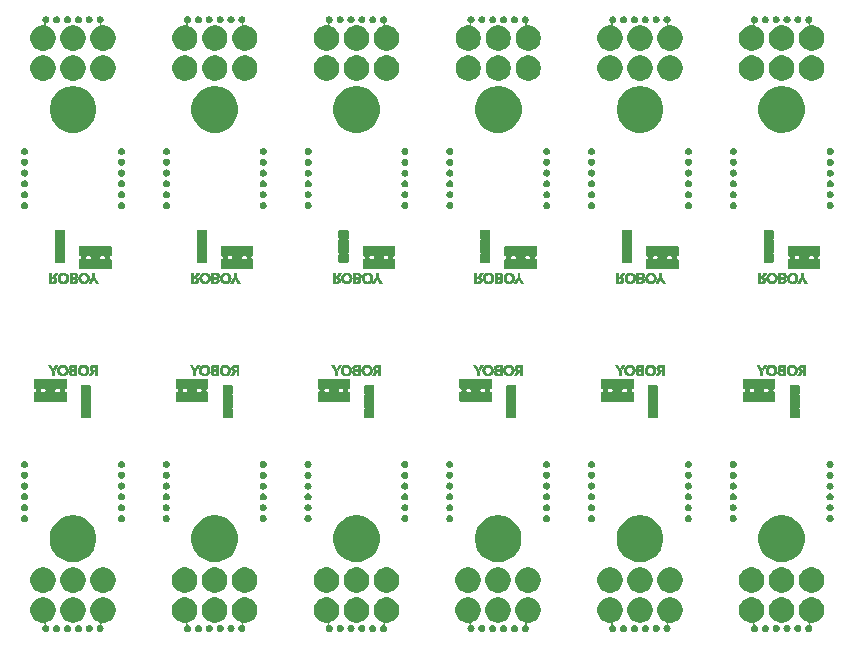
<source format=gbs>
G04 #@! TF.GenerationSoftware,KiCad,Pcbnew,5.1.5-52549c5~84~ubuntu18.04.1*
G04 #@! TF.CreationDate,2020-03-17T11:40:12+01:00*
G04 #@! TF.ProjectId,output.A1335_long_I2C_panel,6f757470-7574-42e4-9131-3333355f6c6f,rev?*
G04 #@! TF.SameCoordinates,Original*
G04 #@! TF.FileFunction,Soldermask,Bot*
G04 #@! TF.FilePolarity,Negative*
%FSLAX46Y46*%
G04 Gerber Fmt 4.6, Leading zero omitted, Abs format (unit mm)*
G04 Created by KiCad (PCBNEW 5.1.5-52549c5~84~ubuntu18.04.1) date 2020-03-17 11:40:12*
%MOMM*%
%LPD*%
G04 APERTURE LIST*
%ADD10C,0.010000*%
%ADD11C,0.100000*%
G04 APERTURE END LIST*
D10*
G36*
X116510155Y-87348988D02*
G01*
X116515398Y-87341573D01*
X116524708Y-87326373D01*
X116537427Y-87304596D01*
X116552896Y-87277451D01*
X116570454Y-87246147D01*
X116589444Y-87211890D01*
X116609204Y-87175891D01*
X116629078Y-87139356D01*
X116648404Y-87103495D01*
X116666524Y-87069516D01*
X116682779Y-87038628D01*
X116696508Y-87012037D01*
X116707054Y-86990954D01*
X116713757Y-86976586D01*
X116715037Y-86973462D01*
X116720620Y-86960528D01*
X116725223Y-86952743D01*
X116726599Y-86951720D01*
X116730101Y-86956013D01*
X116736179Y-86967279D01*
X116743532Y-86983101D01*
X116743694Y-86983470D01*
X116751609Y-87000507D01*
X116763101Y-87023697D01*
X116777531Y-87051867D01*
X116794255Y-87083842D01*
X116812632Y-87118449D01*
X116832021Y-87154513D01*
X116851780Y-87190860D01*
X116871269Y-87226315D01*
X116889844Y-87259705D01*
X116906865Y-87289855D01*
X116921691Y-87315591D01*
X116933679Y-87335739D01*
X116942188Y-87349124D01*
X116946368Y-87354439D01*
X116951921Y-87357794D01*
X116959264Y-87360148D01*
X116970032Y-87361629D01*
X116985862Y-87362367D01*
X117008390Y-87362489D01*
X117039253Y-87362124D01*
X117043310Y-87362059D01*
X117128214Y-87360660D01*
X116968267Y-87089311D01*
X116808320Y-86817961D01*
X116808320Y-86489440D01*
X116640680Y-86489440D01*
X116640680Y-86824902D01*
X116483200Y-87091258D01*
X116455170Y-87138711D01*
X116428736Y-87183549D01*
X116404342Y-87225012D01*
X116382433Y-87262341D01*
X116363454Y-87294774D01*
X116347850Y-87321553D01*
X116336064Y-87341917D01*
X116328542Y-87355106D01*
X116325729Y-87360360D01*
X116325720Y-87360407D01*
X116330523Y-87361328D01*
X116343827Y-87362122D01*
X116363975Y-87362733D01*
X116389306Y-87363107D01*
X116411129Y-87363200D01*
X116496539Y-87363200D01*
X116510155Y-87348988D01*
G37*
X116510155Y-87348988D02*
X116515398Y-87341573D01*
X116524708Y-87326373D01*
X116537427Y-87304596D01*
X116552896Y-87277451D01*
X116570454Y-87246147D01*
X116589444Y-87211890D01*
X116609204Y-87175891D01*
X116629078Y-87139356D01*
X116648404Y-87103495D01*
X116666524Y-87069516D01*
X116682779Y-87038628D01*
X116696508Y-87012037D01*
X116707054Y-86990954D01*
X116713757Y-86976586D01*
X116715037Y-86973462D01*
X116720620Y-86960528D01*
X116725223Y-86952743D01*
X116726599Y-86951720D01*
X116730101Y-86956013D01*
X116736179Y-86967279D01*
X116743532Y-86983101D01*
X116743694Y-86983470D01*
X116751609Y-87000507D01*
X116763101Y-87023697D01*
X116777531Y-87051867D01*
X116794255Y-87083842D01*
X116812632Y-87118449D01*
X116832021Y-87154513D01*
X116851780Y-87190860D01*
X116871269Y-87226315D01*
X116889844Y-87259705D01*
X116906865Y-87289855D01*
X116921691Y-87315591D01*
X116933679Y-87335739D01*
X116942188Y-87349124D01*
X116946368Y-87354439D01*
X116951921Y-87357794D01*
X116959264Y-87360148D01*
X116970032Y-87361629D01*
X116985862Y-87362367D01*
X117008390Y-87362489D01*
X117039253Y-87362124D01*
X117043310Y-87362059D01*
X117128214Y-87360660D01*
X116968267Y-87089311D01*
X116808320Y-86817961D01*
X116808320Y-86489440D01*
X116640680Y-86489440D01*
X116640680Y-86824902D01*
X116483200Y-87091258D01*
X116455170Y-87138711D01*
X116428736Y-87183549D01*
X116404342Y-87225012D01*
X116382433Y-87262341D01*
X116363454Y-87294774D01*
X116347850Y-87321553D01*
X116336064Y-87341917D01*
X116328542Y-87355106D01*
X116325729Y-87360360D01*
X116325720Y-87360407D01*
X116330523Y-87361328D01*
X116343827Y-87362122D01*
X116363975Y-87362733D01*
X116389306Y-87363107D01*
X116411129Y-87363200D01*
X116496539Y-87363200D01*
X116510155Y-87348988D01*
G36*
X114924910Y-87361961D02*
G01*
X114976831Y-87361481D01*
X115019682Y-87361005D01*
X115054554Y-87360475D01*
X115082535Y-87359832D01*
X115104716Y-87359017D01*
X115122187Y-87357971D01*
X115136037Y-87356636D01*
X115147357Y-87354952D01*
X115157237Y-87352861D01*
X115166766Y-87350304D01*
X115172543Y-87348589D01*
X115221002Y-87330059D01*
X115261664Y-87306278D01*
X115294075Y-87277595D01*
X115317776Y-87244355D01*
X115322593Y-87234709D01*
X115335381Y-87197069D01*
X115341614Y-87156201D01*
X115341315Y-87114865D01*
X115334505Y-87075822D01*
X115321206Y-87041832D01*
X115321071Y-87041583D01*
X115302348Y-87015041D01*
X115276593Y-86989440D01*
X115246778Y-86967468D01*
X115227088Y-86956623D01*
X115211574Y-86949066D01*
X115204222Y-86944549D01*
X115203967Y-86941857D01*
X115209746Y-86939777D01*
X115211848Y-86939250D01*
X115239196Y-86929781D01*
X115268473Y-86915172D01*
X115295970Y-86897586D01*
X115317975Y-86879181D01*
X115321619Y-86875337D01*
X115341909Y-86848731D01*
X115355432Y-86820534D01*
X115363041Y-86788245D01*
X115365589Y-86749364D01*
X115365600Y-86746243D01*
X115361482Y-86694504D01*
X115349055Y-86648427D01*
X115328203Y-86607858D01*
X115298811Y-86572647D01*
X115260767Y-86542640D01*
X115213955Y-86517688D01*
X115184701Y-86506160D01*
X115144620Y-86491993D01*
X114715360Y-86488839D01*
X114715360Y-86870440D01*
X114883000Y-86870440D01*
X114883000Y-86614922D01*
X114985870Y-86617828D01*
X115025108Y-86619150D01*
X115055743Y-86620723D01*
X115079331Y-86622688D01*
X115097427Y-86625192D01*
X115111588Y-86628375D01*
X115116490Y-86629868D01*
X115144643Y-86643343D01*
X115165541Y-86659471D01*
X115184775Y-86684176D01*
X115196750Y-86712938D01*
X115201555Y-86743727D01*
X115199277Y-86774509D01*
X115190002Y-86803252D01*
X115173819Y-86827925D01*
X115157693Y-86842197D01*
X115142135Y-86851416D01*
X115124487Y-86858512D01*
X115103283Y-86863718D01*
X115077056Y-86867268D01*
X115044339Y-86869397D01*
X115003665Y-86870340D01*
X114980992Y-86870440D01*
X114883000Y-86870440D01*
X114715360Y-86870440D01*
X114715360Y-86985682D01*
X114883000Y-86985682D01*
X114973170Y-86988844D01*
X115011489Y-86990620D01*
X115044140Y-86993007D01*
X115069680Y-86995872D01*
X115086665Y-86999082D01*
X115087963Y-86999454D01*
X115121808Y-87013307D01*
X115146908Y-87032054D01*
X115163730Y-87056300D01*
X115172740Y-87086653D01*
X115174650Y-87112150D01*
X115173782Y-87135490D01*
X115170272Y-87153505D01*
X115163149Y-87170894D01*
X115162032Y-87173110D01*
X115150552Y-87190603D01*
X115135157Y-87204804D01*
X115114898Y-87215982D01*
X115088829Y-87224405D01*
X115056003Y-87230342D01*
X115015472Y-87234062D01*
X114966289Y-87235834D01*
X114940150Y-87236069D01*
X114883000Y-87236200D01*
X114883000Y-86985682D01*
X114715360Y-86985682D01*
X114715360Y-87363814D01*
X114924910Y-87361961D01*
G37*
X114924910Y-87361961D02*
X114976831Y-87361481D01*
X115019682Y-87361005D01*
X115054554Y-87360475D01*
X115082535Y-87359832D01*
X115104716Y-87359017D01*
X115122187Y-87357971D01*
X115136037Y-87356636D01*
X115147357Y-87354952D01*
X115157237Y-87352861D01*
X115166766Y-87350304D01*
X115172543Y-87348589D01*
X115221002Y-87330059D01*
X115261664Y-87306278D01*
X115294075Y-87277595D01*
X115317776Y-87244355D01*
X115322593Y-87234709D01*
X115335381Y-87197069D01*
X115341614Y-87156201D01*
X115341315Y-87114865D01*
X115334505Y-87075822D01*
X115321206Y-87041832D01*
X115321071Y-87041583D01*
X115302348Y-87015041D01*
X115276593Y-86989440D01*
X115246778Y-86967468D01*
X115227088Y-86956623D01*
X115211574Y-86949066D01*
X115204222Y-86944549D01*
X115203967Y-86941857D01*
X115209746Y-86939777D01*
X115211848Y-86939250D01*
X115239196Y-86929781D01*
X115268473Y-86915172D01*
X115295970Y-86897586D01*
X115317975Y-86879181D01*
X115321619Y-86875337D01*
X115341909Y-86848731D01*
X115355432Y-86820534D01*
X115363041Y-86788245D01*
X115365589Y-86749364D01*
X115365600Y-86746243D01*
X115361482Y-86694504D01*
X115349055Y-86648427D01*
X115328203Y-86607858D01*
X115298811Y-86572647D01*
X115260767Y-86542640D01*
X115213955Y-86517688D01*
X115184701Y-86506160D01*
X115144620Y-86491993D01*
X114715360Y-86488839D01*
X114715360Y-86870440D01*
X114883000Y-86870440D01*
X114883000Y-86614922D01*
X114985870Y-86617828D01*
X115025108Y-86619150D01*
X115055743Y-86620723D01*
X115079331Y-86622688D01*
X115097427Y-86625192D01*
X115111588Y-86628375D01*
X115116490Y-86629868D01*
X115144643Y-86643343D01*
X115165541Y-86659471D01*
X115184775Y-86684176D01*
X115196750Y-86712938D01*
X115201555Y-86743727D01*
X115199277Y-86774509D01*
X115190002Y-86803252D01*
X115173819Y-86827925D01*
X115157693Y-86842197D01*
X115142135Y-86851416D01*
X115124487Y-86858512D01*
X115103283Y-86863718D01*
X115077056Y-86867268D01*
X115044339Y-86869397D01*
X115003665Y-86870340D01*
X114980992Y-86870440D01*
X114883000Y-86870440D01*
X114715360Y-86870440D01*
X114715360Y-86985682D01*
X114883000Y-86985682D01*
X114973170Y-86988844D01*
X115011489Y-86990620D01*
X115044140Y-86993007D01*
X115069680Y-86995872D01*
X115086665Y-86999082D01*
X115087963Y-86999454D01*
X115121808Y-87013307D01*
X115146908Y-87032054D01*
X115163730Y-87056300D01*
X115172740Y-87086653D01*
X115174650Y-87112150D01*
X115173782Y-87135490D01*
X115170272Y-87153505D01*
X115163149Y-87170894D01*
X115162032Y-87173110D01*
X115150552Y-87190603D01*
X115135157Y-87204804D01*
X115114898Y-87215982D01*
X115088829Y-87224405D01*
X115056003Y-87230342D01*
X115015472Y-87234062D01*
X114966289Y-87235834D01*
X114940150Y-87236069D01*
X114883000Y-87236200D01*
X114883000Y-86985682D01*
X114715360Y-86985682D01*
X114715360Y-87363814D01*
X114924910Y-87361961D01*
G36*
X113185010Y-87361857D02*
G01*
X113237775Y-87361239D01*
X113281596Y-87360540D01*
X113317687Y-87359605D01*
X113347263Y-87358278D01*
X113371539Y-87356400D01*
X113391730Y-87353817D01*
X113409050Y-87350371D01*
X113424716Y-87345906D01*
X113439941Y-87340266D01*
X113455941Y-87333294D01*
X113473930Y-87324834D01*
X113474471Y-87324575D01*
X113515157Y-87299873D01*
X113548389Y-87268376D01*
X113573858Y-87230513D01*
X113591251Y-87186716D01*
X113598412Y-87153051D01*
X113601333Y-87100623D01*
X113594847Y-87050612D01*
X113579460Y-87003943D01*
X113555676Y-86961544D01*
X113524001Y-86924341D01*
X113484941Y-86893258D01*
X113444897Y-86871721D01*
X113416494Y-86859314D01*
X113438084Y-86838207D01*
X113444224Y-86830906D01*
X113455045Y-86816663D01*
X113469792Y-86796561D01*
X113487715Y-86771680D01*
X113508058Y-86743103D01*
X113530070Y-86711913D01*
X113552998Y-86679190D01*
X113576089Y-86646016D01*
X113598589Y-86613475D01*
X113619746Y-86582647D01*
X113638807Y-86554614D01*
X113655018Y-86530459D01*
X113667628Y-86511264D01*
X113675883Y-86498110D01*
X113679030Y-86492079D01*
X113679040Y-86491970D01*
X113674289Y-86490554D01*
X113661325Y-86489624D01*
X113642082Y-86489142D01*
X113618495Y-86489073D01*
X113592497Y-86489380D01*
X113566021Y-86490026D01*
X113541003Y-86490976D01*
X113519375Y-86492193D01*
X113503072Y-86493640D01*
X113494028Y-86495282D01*
X113493590Y-86495458D01*
X113486686Y-86501596D01*
X113474800Y-86516014D01*
X113457891Y-86538772D01*
X113435919Y-86569928D01*
X113408842Y-86609542D01*
X113376619Y-86657672D01*
X113339211Y-86714377D01*
X113299466Y-86775267D01*
X113287320Y-86792657D01*
X113275543Y-86807352D01*
X113266369Y-86816598D01*
X113265155Y-86817479D01*
X113252920Y-86822085D01*
X113232516Y-86825844D01*
X113207030Y-86828314D01*
X113160880Y-86831304D01*
X113160880Y-86489440D01*
X112993240Y-86489440D01*
X112993240Y-86945555D01*
X113160880Y-86945555D01*
X113238350Y-86947758D01*
X113270242Y-86948879D01*
X113294204Y-86950352D01*
X113312466Y-86952466D01*
X113327257Y-86955509D01*
X113340809Y-86959771D01*
X113345826Y-86961664D01*
X113379667Y-86979617D01*
X113405596Y-87003909D01*
X113423500Y-87034364D01*
X113433265Y-87070809D01*
X113435200Y-87099035D01*
X113430620Y-87135591D01*
X113417394Y-87167482D01*
X113396293Y-87193750D01*
X113368088Y-87213434D01*
X113333551Y-87225576D01*
X113333472Y-87225593D01*
X113318859Y-87227854D01*
X113296815Y-87230187D01*
X113270063Y-87232352D01*
X113241328Y-87234104D01*
X113234329Y-87234441D01*
X113160880Y-87237778D01*
X113160880Y-86945555D01*
X112993240Y-86945555D01*
X112993240Y-87363955D01*
X113185010Y-87361857D01*
G37*
X113185010Y-87361857D02*
X113237775Y-87361239D01*
X113281596Y-87360540D01*
X113317687Y-87359605D01*
X113347263Y-87358278D01*
X113371539Y-87356400D01*
X113391730Y-87353817D01*
X113409050Y-87350371D01*
X113424716Y-87345906D01*
X113439941Y-87340266D01*
X113455941Y-87333294D01*
X113473930Y-87324834D01*
X113474471Y-87324575D01*
X113515157Y-87299873D01*
X113548389Y-87268376D01*
X113573858Y-87230513D01*
X113591251Y-87186716D01*
X113598412Y-87153051D01*
X113601333Y-87100623D01*
X113594847Y-87050612D01*
X113579460Y-87003943D01*
X113555676Y-86961544D01*
X113524001Y-86924341D01*
X113484941Y-86893258D01*
X113444897Y-86871721D01*
X113416494Y-86859314D01*
X113438084Y-86838207D01*
X113444224Y-86830906D01*
X113455045Y-86816663D01*
X113469792Y-86796561D01*
X113487715Y-86771680D01*
X113508058Y-86743103D01*
X113530070Y-86711913D01*
X113552998Y-86679190D01*
X113576089Y-86646016D01*
X113598589Y-86613475D01*
X113619746Y-86582647D01*
X113638807Y-86554614D01*
X113655018Y-86530459D01*
X113667628Y-86511264D01*
X113675883Y-86498110D01*
X113679030Y-86492079D01*
X113679040Y-86491970D01*
X113674289Y-86490554D01*
X113661325Y-86489624D01*
X113642082Y-86489142D01*
X113618495Y-86489073D01*
X113592497Y-86489380D01*
X113566021Y-86490026D01*
X113541003Y-86490976D01*
X113519375Y-86492193D01*
X113503072Y-86493640D01*
X113494028Y-86495282D01*
X113493590Y-86495458D01*
X113486686Y-86501596D01*
X113474800Y-86516014D01*
X113457891Y-86538772D01*
X113435919Y-86569928D01*
X113408842Y-86609542D01*
X113376619Y-86657672D01*
X113339211Y-86714377D01*
X113299466Y-86775267D01*
X113287320Y-86792657D01*
X113275543Y-86807352D01*
X113266369Y-86816598D01*
X113265155Y-86817479D01*
X113252920Y-86822085D01*
X113232516Y-86825844D01*
X113207030Y-86828314D01*
X113160880Y-86831304D01*
X113160880Y-86489440D01*
X112993240Y-86489440D01*
X112993240Y-86945555D01*
X113160880Y-86945555D01*
X113238350Y-86947758D01*
X113270242Y-86948879D01*
X113294204Y-86950352D01*
X113312466Y-86952466D01*
X113327257Y-86955509D01*
X113340809Y-86959771D01*
X113345826Y-86961664D01*
X113379667Y-86979617D01*
X113405596Y-87003909D01*
X113423500Y-87034364D01*
X113433265Y-87070809D01*
X113435200Y-87099035D01*
X113430620Y-87135591D01*
X113417394Y-87167482D01*
X113396293Y-87193750D01*
X113368088Y-87213434D01*
X113333551Y-87225576D01*
X113333472Y-87225593D01*
X113318859Y-87227854D01*
X113296815Y-87230187D01*
X113270063Y-87232352D01*
X113241328Y-87234104D01*
X113234329Y-87234441D01*
X113160880Y-87237778D01*
X113160880Y-86945555D01*
X112993240Y-86945555D01*
X112993240Y-87363955D01*
X113185010Y-87361857D01*
G36*
X115943064Y-87372563D02*
G01*
X115966325Y-87371185D01*
X115987337Y-87368500D01*
X116001226Y-87365954D01*
X116064983Y-87348232D01*
X116124123Y-87321922D01*
X116177805Y-87287475D01*
X116224120Y-87246449D01*
X116263721Y-87198391D01*
X116295550Y-87144987D01*
X116319611Y-87087400D01*
X116335908Y-87026793D01*
X116344445Y-86964330D01*
X116345228Y-86901174D01*
X116338261Y-86838489D01*
X116323549Y-86777438D01*
X116301095Y-86719185D01*
X116270906Y-86664894D01*
X116232985Y-86615727D01*
X116221580Y-86603643D01*
X116172444Y-86560790D01*
X116118182Y-86526692D01*
X116059038Y-86501479D01*
X116001758Y-86486477D01*
X115976782Y-86483100D01*
X115945317Y-86480918D01*
X115910234Y-86479924D01*
X115874400Y-86480115D01*
X115840685Y-86481485D01*
X115811956Y-86484030D01*
X115794860Y-86486826D01*
X115730916Y-86505468D01*
X115673299Y-86531844D01*
X115621390Y-86566271D01*
X115593432Y-86590261D01*
X115548914Y-86638128D01*
X115513319Y-86690044D01*
X115486461Y-86746468D01*
X115468151Y-86807858D01*
X115458203Y-86874673D01*
X115456140Y-86925676D01*
X115627736Y-86925676D01*
X115628773Y-86888601D01*
X115631799Y-86854627D01*
X115636427Y-86828565D01*
X115653623Y-86777373D01*
X115678304Y-86732220D01*
X115709881Y-86693740D01*
X115747767Y-86662567D01*
X115791372Y-86639337D01*
X115821231Y-86629144D01*
X115843772Y-86625015D01*
X115872654Y-86622649D01*
X115904482Y-86622034D01*
X115935859Y-86623161D01*
X115963387Y-86626019D01*
X115980627Y-86629625D01*
X116027562Y-86648365D01*
X116069081Y-86675047D01*
X116104177Y-86708817D01*
X116131842Y-86748818D01*
X116139968Y-86764971D01*
X116151925Y-86793082D01*
X116160438Y-86818593D01*
X116166035Y-86844314D01*
X116169242Y-86873056D01*
X116170587Y-86907629D01*
X116170726Y-86928860D01*
X116170438Y-86959932D01*
X116169430Y-86983573D01*
X116167408Y-87002504D01*
X116164074Y-87019445D01*
X116159132Y-87037117D01*
X116158834Y-87038080D01*
X116138606Y-87089814D01*
X116112480Y-87133376D01*
X116080168Y-87169063D01*
X116041385Y-87197173D01*
X115995843Y-87218003D01*
X115980627Y-87222934D01*
X115957252Y-87227581D01*
X115927441Y-87230248D01*
X115894726Y-87230917D01*
X115862640Y-87229570D01*
X115834716Y-87226188D01*
X115823465Y-87223740D01*
X115775575Y-87206140D01*
X115733906Y-87180534D01*
X115698542Y-87147009D01*
X115669565Y-87105656D01*
X115647058Y-87056562D01*
X115636538Y-87022840D01*
X115631620Y-86996062D01*
X115628686Y-86962585D01*
X115627736Y-86925676D01*
X115456140Y-86925676D01*
X115456113Y-86926320D01*
X115460121Y-86997117D01*
X115472291Y-87062116D01*
X115492845Y-87121853D01*
X115522001Y-87176867D01*
X115559980Y-87227695D01*
X115594152Y-87263171D01*
X115619394Y-87285423D01*
X115643697Y-87303070D01*
X115671399Y-87319098D01*
X115686823Y-87326917D01*
X115718406Y-87341810D01*
X115745695Y-87352865D01*
X115771414Y-87360719D01*
X115798290Y-87366009D01*
X115829048Y-87369372D01*
X115866413Y-87371446D01*
X115879306Y-87371912D01*
X115914932Y-87372763D01*
X115943064Y-87372563D01*
G37*
X115943064Y-87372563D02*
X115966325Y-87371185D01*
X115987337Y-87368500D01*
X116001226Y-87365954D01*
X116064983Y-87348232D01*
X116124123Y-87321922D01*
X116177805Y-87287475D01*
X116224120Y-87246449D01*
X116263721Y-87198391D01*
X116295550Y-87144987D01*
X116319611Y-87087400D01*
X116335908Y-87026793D01*
X116344445Y-86964330D01*
X116345228Y-86901174D01*
X116338261Y-86838489D01*
X116323549Y-86777438D01*
X116301095Y-86719185D01*
X116270906Y-86664894D01*
X116232985Y-86615727D01*
X116221580Y-86603643D01*
X116172444Y-86560790D01*
X116118182Y-86526692D01*
X116059038Y-86501479D01*
X116001758Y-86486477D01*
X115976782Y-86483100D01*
X115945317Y-86480918D01*
X115910234Y-86479924D01*
X115874400Y-86480115D01*
X115840685Y-86481485D01*
X115811956Y-86484030D01*
X115794860Y-86486826D01*
X115730916Y-86505468D01*
X115673299Y-86531844D01*
X115621390Y-86566271D01*
X115593432Y-86590261D01*
X115548914Y-86638128D01*
X115513319Y-86690044D01*
X115486461Y-86746468D01*
X115468151Y-86807858D01*
X115458203Y-86874673D01*
X115456140Y-86925676D01*
X115627736Y-86925676D01*
X115628773Y-86888601D01*
X115631799Y-86854627D01*
X115636427Y-86828565D01*
X115653623Y-86777373D01*
X115678304Y-86732220D01*
X115709881Y-86693740D01*
X115747767Y-86662567D01*
X115791372Y-86639337D01*
X115821231Y-86629144D01*
X115843772Y-86625015D01*
X115872654Y-86622649D01*
X115904482Y-86622034D01*
X115935859Y-86623161D01*
X115963387Y-86626019D01*
X115980627Y-86629625D01*
X116027562Y-86648365D01*
X116069081Y-86675047D01*
X116104177Y-86708817D01*
X116131842Y-86748818D01*
X116139968Y-86764971D01*
X116151925Y-86793082D01*
X116160438Y-86818593D01*
X116166035Y-86844314D01*
X116169242Y-86873056D01*
X116170587Y-86907629D01*
X116170726Y-86928860D01*
X116170438Y-86959932D01*
X116169430Y-86983573D01*
X116167408Y-87002504D01*
X116164074Y-87019445D01*
X116159132Y-87037117D01*
X116158834Y-87038080D01*
X116138606Y-87089814D01*
X116112480Y-87133376D01*
X116080168Y-87169063D01*
X116041385Y-87197173D01*
X115995843Y-87218003D01*
X115980627Y-87222934D01*
X115957252Y-87227581D01*
X115927441Y-87230248D01*
X115894726Y-87230917D01*
X115862640Y-87229570D01*
X115834716Y-87226188D01*
X115823465Y-87223740D01*
X115775575Y-87206140D01*
X115733906Y-87180534D01*
X115698542Y-87147009D01*
X115669565Y-87105656D01*
X115647058Y-87056562D01*
X115636538Y-87022840D01*
X115631620Y-86996062D01*
X115628686Y-86962585D01*
X115627736Y-86925676D01*
X115456140Y-86925676D01*
X115456113Y-86926320D01*
X115460121Y-86997117D01*
X115472291Y-87062116D01*
X115492845Y-87121853D01*
X115522001Y-87176867D01*
X115559980Y-87227695D01*
X115594152Y-87263171D01*
X115619394Y-87285423D01*
X115643697Y-87303070D01*
X115671399Y-87319098D01*
X115686823Y-87326917D01*
X115718406Y-87341810D01*
X115745695Y-87352865D01*
X115771414Y-87360719D01*
X115798290Y-87366009D01*
X115829048Y-87369372D01*
X115866413Y-87371446D01*
X115879306Y-87371912D01*
X115914932Y-87372763D01*
X115943064Y-87372563D01*
G36*
X114190464Y-87372563D02*
G01*
X114213725Y-87371185D01*
X114234737Y-87368500D01*
X114248626Y-87365954D01*
X114312383Y-87348232D01*
X114371523Y-87321922D01*
X114425205Y-87287475D01*
X114471520Y-87246449D01*
X114511121Y-87198391D01*
X114542950Y-87144987D01*
X114567011Y-87087400D01*
X114583308Y-87026793D01*
X114591845Y-86964330D01*
X114592628Y-86901174D01*
X114585661Y-86838489D01*
X114570949Y-86777438D01*
X114548495Y-86719185D01*
X114518306Y-86664894D01*
X114480385Y-86615727D01*
X114468980Y-86603643D01*
X114419844Y-86560790D01*
X114365582Y-86526692D01*
X114306438Y-86501479D01*
X114249158Y-86486477D01*
X114224182Y-86483100D01*
X114192717Y-86480918D01*
X114157634Y-86479924D01*
X114121800Y-86480115D01*
X114088085Y-86481485D01*
X114059356Y-86484030D01*
X114042260Y-86486826D01*
X113978316Y-86505468D01*
X113920699Y-86531844D01*
X113868790Y-86566271D01*
X113840832Y-86590261D01*
X113796314Y-86638128D01*
X113760719Y-86690044D01*
X113733861Y-86746468D01*
X113715551Y-86807858D01*
X113705603Y-86874673D01*
X113703540Y-86925676D01*
X113875136Y-86925676D01*
X113876173Y-86888601D01*
X113879199Y-86854627D01*
X113883827Y-86828565D01*
X113901023Y-86777373D01*
X113925704Y-86732220D01*
X113957281Y-86693740D01*
X113995167Y-86662567D01*
X114038772Y-86639337D01*
X114068631Y-86629144D01*
X114091172Y-86625015D01*
X114120054Y-86622649D01*
X114151882Y-86622034D01*
X114183259Y-86623161D01*
X114210787Y-86626019D01*
X114228027Y-86629625D01*
X114274962Y-86648365D01*
X114316481Y-86675047D01*
X114351577Y-86708817D01*
X114379242Y-86748818D01*
X114387368Y-86764971D01*
X114399325Y-86793082D01*
X114407838Y-86818593D01*
X114413435Y-86844314D01*
X114416642Y-86873056D01*
X114417987Y-86907629D01*
X114418126Y-86928860D01*
X114417838Y-86959932D01*
X114416830Y-86983573D01*
X114414808Y-87002504D01*
X114411474Y-87019445D01*
X114406532Y-87037117D01*
X114406234Y-87038080D01*
X114386006Y-87089814D01*
X114359880Y-87133376D01*
X114327568Y-87169063D01*
X114288785Y-87197173D01*
X114243243Y-87218003D01*
X114228027Y-87222934D01*
X114204652Y-87227581D01*
X114174841Y-87230248D01*
X114142126Y-87230917D01*
X114110040Y-87229570D01*
X114082116Y-87226188D01*
X114070865Y-87223740D01*
X114022975Y-87206140D01*
X113981306Y-87180534D01*
X113945942Y-87147009D01*
X113916965Y-87105656D01*
X113894458Y-87056562D01*
X113883938Y-87022840D01*
X113879020Y-86996062D01*
X113876086Y-86962585D01*
X113875136Y-86925676D01*
X113703540Y-86925676D01*
X113703513Y-86926320D01*
X113707521Y-86997117D01*
X113719691Y-87062116D01*
X113740245Y-87121853D01*
X113769401Y-87176867D01*
X113807380Y-87227695D01*
X113841552Y-87263171D01*
X113866794Y-87285423D01*
X113891097Y-87303070D01*
X113918799Y-87319098D01*
X113934223Y-87326917D01*
X113965806Y-87341810D01*
X113993095Y-87352865D01*
X114018814Y-87360719D01*
X114045690Y-87366009D01*
X114076448Y-87369372D01*
X114113813Y-87371446D01*
X114126706Y-87371912D01*
X114162332Y-87372763D01*
X114190464Y-87372563D01*
G37*
X114190464Y-87372563D02*
X114213725Y-87371185D01*
X114234737Y-87368500D01*
X114248626Y-87365954D01*
X114312383Y-87348232D01*
X114371523Y-87321922D01*
X114425205Y-87287475D01*
X114471520Y-87246449D01*
X114511121Y-87198391D01*
X114542950Y-87144987D01*
X114567011Y-87087400D01*
X114583308Y-87026793D01*
X114591845Y-86964330D01*
X114592628Y-86901174D01*
X114585661Y-86838489D01*
X114570949Y-86777438D01*
X114548495Y-86719185D01*
X114518306Y-86664894D01*
X114480385Y-86615727D01*
X114468980Y-86603643D01*
X114419844Y-86560790D01*
X114365582Y-86526692D01*
X114306438Y-86501479D01*
X114249158Y-86486477D01*
X114224182Y-86483100D01*
X114192717Y-86480918D01*
X114157634Y-86479924D01*
X114121800Y-86480115D01*
X114088085Y-86481485D01*
X114059356Y-86484030D01*
X114042260Y-86486826D01*
X113978316Y-86505468D01*
X113920699Y-86531844D01*
X113868790Y-86566271D01*
X113840832Y-86590261D01*
X113796314Y-86638128D01*
X113760719Y-86690044D01*
X113733861Y-86746468D01*
X113715551Y-86807858D01*
X113705603Y-86874673D01*
X113703540Y-86925676D01*
X113875136Y-86925676D01*
X113876173Y-86888601D01*
X113879199Y-86854627D01*
X113883827Y-86828565D01*
X113901023Y-86777373D01*
X113925704Y-86732220D01*
X113957281Y-86693740D01*
X113995167Y-86662567D01*
X114038772Y-86639337D01*
X114068631Y-86629144D01*
X114091172Y-86625015D01*
X114120054Y-86622649D01*
X114151882Y-86622034D01*
X114183259Y-86623161D01*
X114210787Y-86626019D01*
X114228027Y-86629625D01*
X114274962Y-86648365D01*
X114316481Y-86675047D01*
X114351577Y-86708817D01*
X114379242Y-86748818D01*
X114387368Y-86764971D01*
X114399325Y-86793082D01*
X114407838Y-86818593D01*
X114413435Y-86844314D01*
X114416642Y-86873056D01*
X114417987Y-86907629D01*
X114418126Y-86928860D01*
X114417838Y-86959932D01*
X114416830Y-86983573D01*
X114414808Y-87002504D01*
X114411474Y-87019445D01*
X114406532Y-87037117D01*
X114406234Y-87038080D01*
X114386006Y-87089814D01*
X114359880Y-87133376D01*
X114327568Y-87169063D01*
X114288785Y-87197173D01*
X114243243Y-87218003D01*
X114228027Y-87222934D01*
X114204652Y-87227581D01*
X114174841Y-87230248D01*
X114142126Y-87230917D01*
X114110040Y-87229570D01*
X114082116Y-87226188D01*
X114070865Y-87223740D01*
X114022975Y-87206140D01*
X113981306Y-87180534D01*
X113945942Y-87147009D01*
X113916965Y-87105656D01*
X113894458Y-87056562D01*
X113883938Y-87022840D01*
X113879020Y-86996062D01*
X113876086Y-86962585D01*
X113875136Y-86925676D01*
X113703540Y-86925676D01*
X113703513Y-86926320D01*
X113707521Y-86997117D01*
X113719691Y-87062116D01*
X113740245Y-87121853D01*
X113769401Y-87176867D01*
X113807380Y-87227695D01*
X113841552Y-87263171D01*
X113866794Y-87285423D01*
X113891097Y-87303070D01*
X113918799Y-87319098D01*
X113934223Y-87326917D01*
X113965806Y-87341810D01*
X113993095Y-87352865D01*
X114018814Y-87360719D01*
X114045690Y-87366009D01*
X114076448Y-87369372D01*
X114113813Y-87371446D01*
X114126706Y-87371912D01*
X114162332Y-87372763D01*
X114190464Y-87372563D01*
G36*
X128510155Y-87348988D02*
G01*
X128515398Y-87341573D01*
X128524708Y-87326373D01*
X128537427Y-87304596D01*
X128552896Y-87277451D01*
X128570454Y-87246147D01*
X128589444Y-87211890D01*
X128609204Y-87175891D01*
X128629078Y-87139356D01*
X128648404Y-87103495D01*
X128666524Y-87069516D01*
X128682779Y-87038628D01*
X128696508Y-87012037D01*
X128707054Y-86990954D01*
X128713757Y-86976586D01*
X128715037Y-86973462D01*
X128720620Y-86960528D01*
X128725223Y-86952743D01*
X128726599Y-86951720D01*
X128730101Y-86956013D01*
X128736179Y-86967279D01*
X128743532Y-86983101D01*
X128743694Y-86983470D01*
X128751609Y-87000507D01*
X128763101Y-87023697D01*
X128777531Y-87051867D01*
X128794255Y-87083842D01*
X128812632Y-87118449D01*
X128832021Y-87154513D01*
X128851780Y-87190860D01*
X128871269Y-87226315D01*
X128889844Y-87259705D01*
X128906865Y-87289855D01*
X128921691Y-87315591D01*
X128933679Y-87335739D01*
X128942188Y-87349124D01*
X128946368Y-87354439D01*
X128951921Y-87357794D01*
X128959264Y-87360148D01*
X128970032Y-87361629D01*
X128985862Y-87362367D01*
X129008390Y-87362489D01*
X129039253Y-87362124D01*
X129043310Y-87362059D01*
X129128214Y-87360660D01*
X128968267Y-87089311D01*
X128808320Y-86817961D01*
X128808320Y-86489440D01*
X128640680Y-86489440D01*
X128640680Y-86824902D01*
X128483200Y-87091258D01*
X128455170Y-87138711D01*
X128428736Y-87183549D01*
X128404342Y-87225012D01*
X128382433Y-87262341D01*
X128363454Y-87294774D01*
X128347850Y-87321553D01*
X128336064Y-87341917D01*
X128328542Y-87355106D01*
X128325729Y-87360360D01*
X128325720Y-87360407D01*
X128330523Y-87361328D01*
X128343827Y-87362122D01*
X128363975Y-87362733D01*
X128389306Y-87363107D01*
X128411129Y-87363200D01*
X128496539Y-87363200D01*
X128510155Y-87348988D01*
G37*
X128510155Y-87348988D02*
X128515398Y-87341573D01*
X128524708Y-87326373D01*
X128537427Y-87304596D01*
X128552896Y-87277451D01*
X128570454Y-87246147D01*
X128589444Y-87211890D01*
X128609204Y-87175891D01*
X128629078Y-87139356D01*
X128648404Y-87103495D01*
X128666524Y-87069516D01*
X128682779Y-87038628D01*
X128696508Y-87012037D01*
X128707054Y-86990954D01*
X128713757Y-86976586D01*
X128715037Y-86973462D01*
X128720620Y-86960528D01*
X128725223Y-86952743D01*
X128726599Y-86951720D01*
X128730101Y-86956013D01*
X128736179Y-86967279D01*
X128743532Y-86983101D01*
X128743694Y-86983470D01*
X128751609Y-87000507D01*
X128763101Y-87023697D01*
X128777531Y-87051867D01*
X128794255Y-87083842D01*
X128812632Y-87118449D01*
X128832021Y-87154513D01*
X128851780Y-87190860D01*
X128871269Y-87226315D01*
X128889844Y-87259705D01*
X128906865Y-87289855D01*
X128921691Y-87315591D01*
X128933679Y-87335739D01*
X128942188Y-87349124D01*
X128946368Y-87354439D01*
X128951921Y-87357794D01*
X128959264Y-87360148D01*
X128970032Y-87361629D01*
X128985862Y-87362367D01*
X129008390Y-87362489D01*
X129039253Y-87362124D01*
X129043310Y-87362059D01*
X129128214Y-87360660D01*
X128968267Y-87089311D01*
X128808320Y-86817961D01*
X128808320Y-86489440D01*
X128640680Y-86489440D01*
X128640680Y-86824902D01*
X128483200Y-87091258D01*
X128455170Y-87138711D01*
X128428736Y-87183549D01*
X128404342Y-87225012D01*
X128382433Y-87262341D01*
X128363454Y-87294774D01*
X128347850Y-87321553D01*
X128336064Y-87341917D01*
X128328542Y-87355106D01*
X128325729Y-87360360D01*
X128325720Y-87360407D01*
X128330523Y-87361328D01*
X128343827Y-87362122D01*
X128363975Y-87362733D01*
X128389306Y-87363107D01*
X128411129Y-87363200D01*
X128496539Y-87363200D01*
X128510155Y-87348988D01*
G36*
X126924910Y-87361961D02*
G01*
X126976831Y-87361481D01*
X127019682Y-87361005D01*
X127054554Y-87360475D01*
X127082535Y-87359832D01*
X127104716Y-87359017D01*
X127122187Y-87357971D01*
X127136037Y-87356636D01*
X127147357Y-87354952D01*
X127157237Y-87352861D01*
X127166766Y-87350304D01*
X127172543Y-87348589D01*
X127221002Y-87330059D01*
X127261664Y-87306278D01*
X127294075Y-87277595D01*
X127317776Y-87244355D01*
X127322593Y-87234709D01*
X127335381Y-87197069D01*
X127341614Y-87156201D01*
X127341315Y-87114865D01*
X127334505Y-87075822D01*
X127321206Y-87041832D01*
X127321071Y-87041583D01*
X127302348Y-87015041D01*
X127276593Y-86989440D01*
X127246778Y-86967468D01*
X127227088Y-86956623D01*
X127211574Y-86949066D01*
X127204222Y-86944549D01*
X127203967Y-86941857D01*
X127209746Y-86939777D01*
X127211848Y-86939250D01*
X127239196Y-86929781D01*
X127268473Y-86915172D01*
X127295970Y-86897586D01*
X127317975Y-86879181D01*
X127321619Y-86875337D01*
X127341909Y-86848731D01*
X127355432Y-86820534D01*
X127363041Y-86788245D01*
X127365589Y-86749364D01*
X127365600Y-86746243D01*
X127361482Y-86694504D01*
X127349055Y-86648427D01*
X127328203Y-86607858D01*
X127298811Y-86572647D01*
X127260767Y-86542640D01*
X127213955Y-86517688D01*
X127184701Y-86506160D01*
X127144620Y-86491993D01*
X126715360Y-86488839D01*
X126715360Y-86870440D01*
X126883000Y-86870440D01*
X126883000Y-86614922D01*
X126985870Y-86617828D01*
X127025108Y-86619150D01*
X127055743Y-86620723D01*
X127079331Y-86622688D01*
X127097427Y-86625192D01*
X127111588Y-86628375D01*
X127116490Y-86629868D01*
X127144643Y-86643343D01*
X127165541Y-86659471D01*
X127184775Y-86684176D01*
X127196750Y-86712938D01*
X127201555Y-86743727D01*
X127199277Y-86774509D01*
X127190002Y-86803252D01*
X127173819Y-86827925D01*
X127157693Y-86842197D01*
X127142135Y-86851416D01*
X127124487Y-86858512D01*
X127103283Y-86863718D01*
X127077056Y-86867268D01*
X127044339Y-86869397D01*
X127003665Y-86870340D01*
X126980992Y-86870440D01*
X126883000Y-86870440D01*
X126715360Y-86870440D01*
X126715360Y-86985682D01*
X126883000Y-86985682D01*
X126973170Y-86988844D01*
X127011489Y-86990620D01*
X127044140Y-86993007D01*
X127069680Y-86995872D01*
X127086665Y-86999082D01*
X127087963Y-86999454D01*
X127121808Y-87013307D01*
X127146908Y-87032054D01*
X127163730Y-87056300D01*
X127172740Y-87086653D01*
X127174650Y-87112150D01*
X127173782Y-87135490D01*
X127170272Y-87153505D01*
X127163149Y-87170894D01*
X127162032Y-87173110D01*
X127150552Y-87190603D01*
X127135157Y-87204804D01*
X127114898Y-87215982D01*
X127088829Y-87224405D01*
X127056003Y-87230342D01*
X127015472Y-87234062D01*
X126966289Y-87235834D01*
X126940150Y-87236069D01*
X126883000Y-87236200D01*
X126883000Y-86985682D01*
X126715360Y-86985682D01*
X126715360Y-87363814D01*
X126924910Y-87361961D01*
G37*
X126924910Y-87361961D02*
X126976831Y-87361481D01*
X127019682Y-87361005D01*
X127054554Y-87360475D01*
X127082535Y-87359832D01*
X127104716Y-87359017D01*
X127122187Y-87357971D01*
X127136037Y-87356636D01*
X127147357Y-87354952D01*
X127157237Y-87352861D01*
X127166766Y-87350304D01*
X127172543Y-87348589D01*
X127221002Y-87330059D01*
X127261664Y-87306278D01*
X127294075Y-87277595D01*
X127317776Y-87244355D01*
X127322593Y-87234709D01*
X127335381Y-87197069D01*
X127341614Y-87156201D01*
X127341315Y-87114865D01*
X127334505Y-87075822D01*
X127321206Y-87041832D01*
X127321071Y-87041583D01*
X127302348Y-87015041D01*
X127276593Y-86989440D01*
X127246778Y-86967468D01*
X127227088Y-86956623D01*
X127211574Y-86949066D01*
X127204222Y-86944549D01*
X127203967Y-86941857D01*
X127209746Y-86939777D01*
X127211848Y-86939250D01*
X127239196Y-86929781D01*
X127268473Y-86915172D01*
X127295970Y-86897586D01*
X127317975Y-86879181D01*
X127321619Y-86875337D01*
X127341909Y-86848731D01*
X127355432Y-86820534D01*
X127363041Y-86788245D01*
X127365589Y-86749364D01*
X127365600Y-86746243D01*
X127361482Y-86694504D01*
X127349055Y-86648427D01*
X127328203Y-86607858D01*
X127298811Y-86572647D01*
X127260767Y-86542640D01*
X127213955Y-86517688D01*
X127184701Y-86506160D01*
X127144620Y-86491993D01*
X126715360Y-86488839D01*
X126715360Y-86870440D01*
X126883000Y-86870440D01*
X126883000Y-86614922D01*
X126985870Y-86617828D01*
X127025108Y-86619150D01*
X127055743Y-86620723D01*
X127079331Y-86622688D01*
X127097427Y-86625192D01*
X127111588Y-86628375D01*
X127116490Y-86629868D01*
X127144643Y-86643343D01*
X127165541Y-86659471D01*
X127184775Y-86684176D01*
X127196750Y-86712938D01*
X127201555Y-86743727D01*
X127199277Y-86774509D01*
X127190002Y-86803252D01*
X127173819Y-86827925D01*
X127157693Y-86842197D01*
X127142135Y-86851416D01*
X127124487Y-86858512D01*
X127103283Y-86863718D01*
X127077056Y-86867268D01*
X127044339Y-86869397D01*
X127003665Y-86870340D01*
X126980992Y-86870440D01*
X126883000Y-86870440D01*
X126715360Y-86870440D01*
X126715360Y-86985682D01*
X126883000Y-86985682D01*
X126973170Y-86988844D01*
X127011489Y-86990620D01*
X127044140Y-86993007D01*
X127069680Y-86995872D01*
X127086665Y-86999082D01*
X127087963Y-86999454D01*
X127121808Y-87013307D01*
X127146908Y-87032054D01*
X127163730Y-87056300D01*
X127172740Y-87086653D01*
X127174650Y-87112150D01*
X127173782Y-87135490D01*
X127170272Y-87153505D01*
X127163149Y-87170894D01*
X127162032Y-87173110D01*
X127150552Y-87190603D01*
X127135157Y-87204804D01*
X127114898Y-87215982D01*
X127088829Y-87224405D01*
X127056003Y-87230342D01*
X127015472Y-87234062D01*
X126966289Y-87235834D01*
X126940150Y-87236069D01*
X126883000Y-87236200D01*
X126883000Y-86985682D01*
X126715360Y-86985682D01*
X126715360Y-87363814D01*
X126924910Y-87361961D01*
G36*
X125185010Y-87361857D02*
G01*
X125237775Y-87361239D01*
X125281596Y-87360540D01*
X125317687Y-87359605D01*
X125347263Y-87358278D01*
X125371539Y-87356400D01*
X125391730Y-87353817D01*
X125409050Y-87350371D01*
X125424716Y-87345906D01*
X125439941Y-87340266D01*
X125455941Y-87333294D01*
X125473930Y-87324834D01*
X125474471Y-87324575D01*
X125515157Y-87299873D01*
X125548389Y-87268376D01*
X125573858Y-87230513D01*
X125591251Y-87186716D01*
X125598412Y-87153051D01*
X125601333Y-87100623D01*
X125594847Y-87050612D01*
X125579460Y-87003943D01*
X125555676Y-86961544D01*
X125524001Y-86924341D01*
X125484941Y-86893258D01*
X125444897Y-86871721D01*
X125416494Y-86859314D01*
X125438084Y-86838207D01*
X125444224Y-86830906D01*
X125455045Y-86816663D01*
X125469792Y-86796561D01*
X125487715Y-86771680D01*
X125508058Y-86743103D01*
X125530070Y-86711913D01*
X125552998Y-86679190D01*
X125576089Y-86646016D01*
X125598589Y-86613475D01*
X125619746Y-86582647D01*
X125638807Y-86554614D01*
X125655018Y-86530459D01*
X125667628Y-86511264D01*
X125675883Y-86498110D01*
X125679030Y-86492079D01*
X125679040Y-86491970D01*
X125674289Y-86490554D01*
X125661325Y-86489624D01*
X125642082Y-86489142D01*
X125618495Y-86489073D01*
X125592497Y-86489380D01*
X125566021Y-86490026D01*
X125541003Y-86490976D01*
X125519375Y-86492193D01*
X125503072Y-86493640D01*
X125494028Y-86495282D01*
X125493590Y-86495458D01*
X125486686Y-86501596D01*
X125474800Y-86516014D01*
X125457891Y-86538772D01*
X125435919Y-86569928D01*
X125408842Y-86609542D01*
X125376619Y-86657672D01*
X125339211Y-86714377D01*
X125299466Y-86775267D01*
X125287320Y-86792657D01*
X125275543Y-86807352D01*
X125266369Y-86816598D01*
X125265155Y-86817479D01*
X125252920Y-86822085D01*
X125232516Y-86825844D01*
X125207030Y-86828314D01*
X125160880Y-86831304D01*
X125160880Y-86489440D01*
X124993240Y-86489440D01*
X124993240Y-86945555D01*
X125160880Y-86945555D01*
X125238350Y-86947758D01*
X125270242Y-86948879D01*
X125294204Y-86950352D01*
X125312466Y-86952466D01*
X125327257Y-86955509D01*
X125340809Y-86959771D01*
X125345826Y-86961664D01*
X125379667Y-86979617D01*
X125405596Y-87003909D01*
X125423500Y-87034364D01*
X125433265Y-87070809D01*
X125435200Y-87099035D01*
X125430620Y-87135591D01*
X125417394Y-87167482D01*
X125396293Y-87193750D01*
X125368088Y-87213434D01*
X125333551Y-87225576D01*
X125333472Y-87225593D01*
X125318859Y-87227854D01*
X125296815Y-87230187D01*
X125270063Y-87232352D01*
X125241328Y-87234104D01*
X125234329Y-87234441D01*
X125160880Y-87237778D01*
X125160880Y-86945555D01*
X124993240Y-86945555D01*
X124993240Y-87363955D01*
X125185010Y-87361857D01*
G37*
X125185010Y-87361857D02*
X125237775Y-87361239D01*
X125281596Y-87360540D01*
X125317687Y-87359605D01*
X125347263Y-87358278D01*
X125371539Y-87356400D01*
X125391730Y-87353817D01*
X125409050Y-87350371D01*
X125424716Y-87345906D01*
X125439941Y-87340266D01*
X125455941Y-87333294D01*
X125473930Y-87324834D01*
X125474471Y-87324575D01*
X125515157Y-87299873D01*
X125548389Y-87268376D01*
X125573858Y-87230513D01*
X125591251Y-87186716D01*
X125598412Y-87153051D01*
X125601333Y-87100623D01*
X125594847Y-87050612D01*
X125579460Y-87003943D01*
X125555676Y-86961544D01*
X125524001Y-86924341D01*
X125484941Y-86893258D01*
X125444897Y-86871721D01*
X125416494Y-86859314D01*
X125438084Y-86838207D01*
X125444224Y-86830906D01*
X125455045Y-86816663D01*
X125469792Y-86796561D01*
X125487715Y-86771680D01*
X125508058Y-86743103D01*
X125530070Y-86711913D01*
X125552998Y-86679190D01*
X125576089Y-86646016D01*
X125598589Y-86613475D01*
X125619746Y-86582647D01*
X125638807Y-86554614D01*
X125655018Y-86530459D01*
X125667628Y-86511264D01*
X125675883Y-86498110D01*
X125679030Y-86492079D01*
X125679040Y-86491970D01*
X125674289Y-86490554D01*
X125661325Y-86489624D01*
X125642082Y-86489142D01*
X125618495Y-86489073D01*
X125592497Y-86489380D01*
X125566021Y-86490026D01*
X125541003Y-86490976D01*
X125519375Y-86492193D01*
X125503072Y-86493640D01*
X125494028Y-86495282D01*
X125493590Y-86495458D01*
X125486686Y-86501596D01*
X125474800Y-86516014D01*
X125457891Y-86538772D01*
X125435919Y-86569928D01*
X125408842Y-86609542D01*
X125376619Y-86657672D01*
X125339211Y-86714377D01*
X125299466Y-86775267D01*
X125287320Y-86792657D01*
X125275543Y-86807352D01*
X125266369Y-86816598D01*
X125265155Y-86817479D01*
X125252920Y-86822085D01*
X125232516Y-86825844D01*
X125207030Y-86828314D01*
X125160880Y-86831304D01*
X125160880Y-86489440D01*
X124993240Y-86489440D01*
X124993240Y-86945555D01*
X125160880Y-86945555D01*
X125238350Y-86947758D01*
X125270242Y-86948879D01*
X125294204Y-86950352D01*
X125312466Y-86952466D01*
X125327257Y-86955509D01*
X125340809Y-86959771D01*
X125345826Y-86961664D01*
X125379667Y-86979617D01*
X125405596Y-87003909D01*
X125423500Y-87034364D01*
X125433265Y-87070809D01*
X125435200Y-87099035D01*
X125430620Y-87135591D01*
X125417394Y-87167482D01*
X125396293Y-87193750D01*
X125368088Y-87213434D01*
X125333551Y-87225576D01*
X125333472Y-87225593D01*
X125318859Y-87227854D01*
X125296815Y-87230187D01*
X125270063Y-87232352D01*
X125241328Y-87234104D01*
X125234329Y-87234441D01*
X125160880Y-87237778D01*
X125160880Y-86945555D01*
X124993240Y-86945555D01*
X124993240Y-87363955D01*
X125185010Y-87361857D01*
G36*
X127943064Y-87372563D02*
G01*
X127966325Y-87371185D01*
X127987337Y-87368500D01*
X128001226Y-87365954D01*
X128064983Y-87348232D01*
X128124123Y-87321922D01*
X128177805Y-87287475D01*
X128224120Y-87246449D01*
X128263721Y-87198391D01*
X128295550Y-87144987D01*
X128319611Y-87087400D01*
X128335908Y-87026793D01*
X128344445Y-86964330D01*
X128345228Y-86901174D01*
X128338261Y-86838489D01*
X128323549Y-86777438D01*
X128301095Y-86719185D01*
X128270906Y-86664894D01*
X128232985Y-86615727D01*
X128221580Y-86603643D01*
X128172444Y-86560790D01*
X128118182Y-86526692D01*
X128059038Y-86501479D01*
X128001758Y-86486477D01*
X127976782Y-86483100D01*
X127945317Y-86480918D01*
X127910234Y-86479924D01*
X127874400Y-86480115D01*
X127840685Y-86481485D01*
X127811956Y-86484030D01*
X127794860Y-86486826D01*
X127730916Y-86505468D01*
X127673299Y-86531844D01*
X127621390Y-86566271D01*
X127593432Y-86590261D01*
X127548914Y-86638128D01*
X127513319Y-86690044D01*
X127486461Y-86746468D01*
X127468151Y-86807858D01*
X127458203Y-86874673D01*
X127456140Y-86925676D01*
X127627736Y-86925676D01*
X127628773Y-86888601D01*
X127631799Y-86854627D01*
X127636427Y-86828565D01*
X127653623Y-86777373D01*
X127678304Y-86732220D01*
X127709881Y-86693740D01*
X127747767Y-86662567D01*
X127791372Y-86639337D01*
X127821231Y-86629144D01*
X127843772Y-86625015D01*
X127872654Y-86622649D01*
X127904482Y-86622034D01*
X127935859Y-86623161D01*
X127963387Y-86626019D01*
X127980627Y-86629625D01*
X128027562Y-86648365D01*
X128069081Y-86675047D01*
X128104177Y-86708817D01*
X128131842Y-86748818D01*
X128139968Y-86764971D01*
X128151925Y-86793082D01*
X128160438Y-86818593D01*
X128166035Y-86844314D01*
X128169242Y-86873056D01*
X128170587Y-86907629D01*
X128170726Y-86928860D01*
X128170438Y-86959932D01*
X128169430Y-86983573D01*
X128167408Y-87002504D01*
X128164074Y-87019445D01*
X128159132Y-87037117D01*
X128158834Y-87038080D01*
X128138606Y-87089814D01*
X128112480Y-87133376D01*
X128080168Y-87169063D01*
X128041385Y-87197173D01*
X127995843Y-87218003D01*
X127980627Y-87222934D01*
X127957252Y-87227581D01*
X127927441Y-87230248D01*
X127894726Y-87230917D01*
X127862640Y-87229570D01*
X127834716Y-87226188D01*
X127823465Y-87223740D01*
X127775575Y-87206140D01*
X127733906Y-87180534D01*
X127698542Y-87147009D01*
X127669565Y-87105656D01*
X127647058Y-87056562D01*
X127636538Y-87022840D01*
X127631620Y-86996062D01*
X127628686Y-86962585D01*
X127627736Y-86925676D01*
X127456140Y-86925676D01*
X127456113Y-86926320D01*
X127460121Y-86997117D01*
X127472291Y-87062116D01*
X127492845Y-87121853D01*
X127522001Y-87176867D01*
X127559980Y-87227695D01*
X127594152Y-87263171D01*
X127619394Y-87285423D01*
X127643697Y-87303070D01*
X127671399Y-87319098D01*
X127686823Y-87326917D01*
X127718406Y-87341810D01*
X127745695Y-87352865D01*
X127771414Y-87360719D01*
X127798290Y-87366009D01*
X127829048Y-87369372D01*
X127866413Y-87371446D01*
X127879306Y-87371912D01*
X127914932Y-87372763D01*
X127943064Y-87372563D01*
G37*
X127943064Y-87372563D02*
X127966325Y-87371185D01*
X127987337Y-87368500D01*
X128001226Y-87365954D01*
X128064983Y-87348232D01*
X128124123Y-87321922D01*
X128177805Y-87287475D01*
X128224120Y-87246449D01*
X128263721Y-87198391D01*
X128295550Y-87144987D01*
X128319611Y-87087400D01*
X128335908Y-87026793D01*
X128344445Y-86964330D01*
X128345228Y-86901174D01*
X128338261Y-86838489D01*
X128323549Y-86777438D01*
X128301095Y-86719185D01*
X128270906Y-86664894D01*
X128232985Y-86615727D01*
X128221580Y-86603643D01*
X128172444Y-86560790D01*
X128118182Y-86526692D01*
X128059038Y-86501479D01*
X128001758Y-86486477D01*
X127976782Y-86483100D01*
X127945317Y-86480918D01*
X127910234Y-86479924D01*
X127874400Y-86480115D01*
X127840685Y-86481485D01*
X127811956Y-86484030D01*
X127794860Y-86486826D01*
X127730916Y-86505468D01*
X127673299Y-86531844D01*
X127621390Y-86566271D01*
X127593432Y-86590261D01*
X127548914Y-86638128D01*
X127513319Y-86690044D01*
X127486461Y-86746468D01*
X127468151Y-86807858D01*
X127458203Y-86874673D01*
X127456140Y-86925676D01*
X127627736Y-86925676D01*
X127628773Y-86888601D01*
X127631799Y-86854627D01*
X127636427Y-86828565D01*
X127653623Y-86777373D01*
X127678304Y-86732220D01*
X127709881Y-86693740D01*
X127747767Y-86662567D01*
X127791372Y-86639337D01*
X127821231Y-86629144D01*
X127843772Y-86625015D01*
X127872654Y-86622649D01*
X127904482Y-86622034D01*
X127935859Y-86623161D01*
X127963387Y-86626019D01*
X127980627Y-86629625D01*
X128027562Y-86648365D01*
X128069081Y-86675047D01*
X128104177Y-86708817D01*
X128131842Y-86748818D01*
X128139968Y-86764971D01*
X128151925Y-86793082D01*
X128160438Y-86818593D01*
X128166035Y-86844314D01*
X128169242Y-86873056D01*
X128170587Y-86907629D01*
X128170726Y-86928860D01*
X128170438Y-86959932D01*
X128169430Y-86983573D01*
X128167408Y-87002504D01*
X128164074Y-87019445D01*
X128159132Y-87037117D01*
X128158834Y-87038080D01*
X128138606Y-87089814D01*
X128112480Y-87133376D01*
X128080168Y-87169063D01*
X128041385Y-87197173D01*
X127995843Y-87218003D01*
X127980627Y-87222934D01*
X127957252Y-87227581D01*
X127927441Y-87230248D01*
X127894726Y-87230917D01*
X127862640Y-87229570D01*
X127834716Y-87226188D01*
X127823465Y-87223740D01*
X127775575Y-87206140D01*
X127733906Y-87180534D01*
X127698542Y-87147009D01*
X127669565Y-87105656D01*
X127647058Y-87056562D01*
X127636538Y-87022840D01*
X127631620Y-86996062D01*
X127628686Y-86962585D01*
X127627736Y-86925676D01*
X127456140Y-86925676D01*
X127456113Y-86926320D01*
X127460121Y-86997117D01*
X127472291Y-87062116D01*
X127492845Y-87121853D01*
X127522001Y-87176867D01*
X127559980Y-87227695D01*
X127594152Y-87263171D01*
X127619394Y-87285423D01*
X127643697Y-87303070D01*
X127671399Y-87319098D01*
X127686823Y-87326917D01*
X127718406Y-87341810D01*
X127745695Y-87352865D01*
X127771414Y-87360719D01*
X127798290Y-87366009D01*
X127829048Y-87369372D01*
X127866413Y-87371446D01*
X127879306Y-87371912D01*
X127914932Y-87372763D01*
X127943064Y-87372563D01*
G36*
X126190464Y-87372563D02*
G01*
X126213725Y-87371185D01*
X126234737Y-87368500D01*
X126248626Y-87365954D01*
X126312383Y-87348232D01*
X126371523Y-87321922D01*
X126425205Y-87287475D01*
X126471520Y-87246449D01*
X126511121Y-87198391D01*
X126542950Y-87144987D01*
X126567011Y-87087400D01*
X126583308Y-87026793D01*
X126591845Y-86964330D01*
X126592628Y-86901174D01*
X126585661Y-86838489D01*
X126570949Y-86777438D01*
X126548495Y-86719185D01*
X126518306Y-86664894D01*
X126480385Y-86615727D01*
X126468980Y-86603643D01*
X126419844Y-86560790D01*
X126365582Y-86526692D01*
X126306438Y-86501479D01*
X126249158Y-86486477D01*
X126224182Y-86483100D01*
X126192717Y-86480918D01*
X126157634Y-86479924D01*
X126121800Y-86480115D01*
X126088085Y-86481485D01*
X126059356Y-86484030D01*
X126042260Y-86486826D01*
X125978316Y-86505468D01*
X125920699Y-86531844D01*
X125868790Y-86566271D01*
X125840832Y-86590261D01*
X125796314Y-86638128D01*
X125760719Y-86690044D01*
X125733861Y-86746468D01*
X125715551Y-86807858D01*
X125705603Y-86874673D01*
X125703540Y-86925676D01*
X125875136Y-86925676D01*
X125876173Y-86888601D01*
X125879199Y-86854627D01*
X125883827Y-86828565D01*
X125901023Y-86777373D01*
X125925704Y-86732220D01*
X125957281Y-86693740D01*
X125995167Y-86662567D01*
X126038772Y-86639337D01*
X126068631Y-86629144D01*
X126091172Y-86625015D01*
X126120054Y-86622649D01*
X126151882Y-86622034D01*
X126183259Y-86623161D01*
X126210787Y-86626019D01*
X126228027Y-86629625D01*
X126274962Y-86648365D01*
X126316481Y-86675047D01*
X126351577Y-86708817D01*
X126379242Y-86748818D01*
X126387368Y-86764971D01*
X126399325Y-86793082D01*
X126407838Y-86818593D01*
X126413435Y-86844314D01*
X126416642Y-86873056D01*
X126417987Y-86907629D01*
X126418126Y-86928860D01*
X126417838Y-86959932D01*
X126416830Y-86983573D01*
X126414808Y-87002504D01*
X126411474Y-87019445D01*
X126406532Y-87037117D01*
X126406234Y-87038080D01*
X126386006Y-87089814D01*
X126359880Y-87133376D01*
X126327568Y-87169063D01*
X126288785Y-87197173D01*
X126243243Y-87218003D01*
X126228027Y-87222934D01*
X126204652Y-87227581D01*
X126174841Y-87230248D01*
X126142126Y-87230917D01*
X126110040Y-87229570D01*
X126082116Y-87226188D01*
X126070865Y-87223740D01*
X126022975Y-87206140D01*
X125981306Y-87180534D01*
X125945942Y-87147009D01*
X125916965Y-87105656D01*
X125894458Y-87056562D01*
X125883938Y-87022840D01*
X125879020Y-86996062D01*
X125876086Y-86962585D01*
X125875136Y-86925676D01*
X125703540Y-86925676D01*
X125703513Y-86926320D01*
X125707521Y-86997117D01*
X125719691Y-87062116D01*
X125740245Y-87121853D01*
X125769401Y-87176867D01*
X125807380Y-87227695D01*
X125841552Y-87263171D01*
X125866794Y-87285423D01*
X125891097Y-87303070D01*
X125918799Y-87319098D01*
X125934223Y-87326917D01*
X125965806Y-87341810D01*
X125993095Y-87352865D01*
X126018814Y-87360719D01*
X126045690Y-87366009D01*
X126076448Y-87369372D01*
X126113813Y-87371446D01*
X126126706Y-87371912D01*
X126162332Y-87372763D01*
X126190464Y-87372563D01*
G37*
X126190464Y-87372563D02*
X126213725Y-87371185D01*
X126234737Y-87368500D01*
X126248626Y-87365954D01*
X126312383Y-87348232D01*
X126371523Y-87321922D01*
X126425205Y-87287475D01*
X126471520Y-87246449D01*
X126511121Y-87198391D01*
X126542950Y-87144987D01*
X126567011Y-87087400D01*
X126583308Y-87026793D01*
X126591845Y-86964330D01*
X126592628Y-86901174D01*
X126585661Y-86838489D01*
X126570949Y-86777438D01*
X126548495Y-86719185D01*
X126518306Y-86664894D01*
X126480385Y-86615727D01*
X126468980Y-86603643D01*
X126419844Y-86560790D01*
X126365582Y-86526692D01*
X126306438Y-86501479D01*
X126249158Y-86486477D01*
X126224182Y-86483100D01*
X126192717Y-86480918D01*
X126157634Y-86479924D01*
X126121800Y-86480115D01*
X126088085Y-86481485D01*
X126059356Y-86484030D01*
X126042260Y-86486826D01*
X125978316Y-86505468D01*
X125920699Y-86531844D01*
X125868790Y-86566271D01*
X125840832Y-86590261D01*
X125796314Y-86638128D01*
X125760719Y-86690044D01*
X125733861Y-86746468D01*
X125715551Y-86807858D01*
X125705603Y-86874673D01*
X125703540Y-86925676D01*
X125875136Y-86925676D01*
X125876173Y-86888601D01*
X125879199Y-86854627D01*
X125883827Y-86828565D01*
X125901023Y-86777373D01*
X125925704Y-86732220D01*
X125957281Y-86693740D01*
X125995167Y-86662567D01*
X126038772Y-86639337D01*
X126068631Y-86629144D01*
X126091172Y-86625015D01*
X126120054Y-86622649D01*
X126151882Y-86622034D01*
X126183259Y-86623161D01*
X126210787Y-86626019D01*
X126228027Y-86629625D01*
X126274962Y-86648365D01*
X126316481Y-86675047D01*
X126351577Y-86708817D01*
X126379242Y-86748818D01*
X126387368Y-86764971D01*
X126399325Y-86793082D01*
X126407838Y-86818593D01*
X126413435Y-86844314D01*
X126416642Y-86873056D01*
X126417987Y-86907629D01*
X126418126Y-86928860D01*
X126417838Y-86959932D01*
X126416830Y-86983573D01*
X126414808Y-87002504D01*
X126411474Y-87019445D01*
X126406532Y-87037117D01*
X126406234Y-87038080D01*
X126386006Y-87089814D01*
X126359880Y-87133376D01*
X126327568Y-87169063D01*
X126288785Y-87197173D01*
X126243243Y-87218003D01*
X126228027Y-87222934D01*
X126204652Y-87227581D01*
X126174841Y-87230248D01*
X126142126Y-87230917D01*
X126110040Y-87229570D01*
X126082116Y-87226188D01*
X126070865Y-87223740D01*
X126022975Y-87206140D01*
X125981306Y-87180534D01*
X125945942Y-87147009D01*
X125916965Y-87105656D01*
X125894458Y-87056562D01*
X125883938Y-87022840D01*
X125879020Y-86996062D01*
X125876086Y-86962585D01*
X125875136Y-86925676D01*
X125703540Y-86925676D01*
X125703513Y-86926320D01*
X125707521Y-86997117D01*
X125719691Y-87062116D01*
X125740245Y-87121853D01*
X125769401Y-87176867D01*
X125807380Y-87227695D01*
X125841552Y-87263171D01*
X125866794Y-87285423D01*
X125891097Y-87303070D01*
X125918799Y-87319098D01*
X125934223Y-87326917D01*
X125965806Y-87341810D01*
X125993095Y-87352865D01*
X126018814Y-87360719D01*
X126045690Y-87366009D01*
X126076448Y-87369372D01*
X126113813Y-87371446D01*
X126126706Y-87371912D01*
X126162332Y-87372763D01*
X126190464Y-87372563D01*
G36*
X140510155Y-87348988D02*
G01*
X140515398Y-87341573D01*
X140524708Y-87326373D01*
X140537427Y-87304596D01*
X140552896Y-87277451D01*
X140570454Y-87246147D01*
X140589444Y-87211890D01*
X140609204Y-87175891D01*
X140629078Y-87139356D01*
X140648404Y-87103495D01*
X140666524Y-87069516D01*
X140682779Y-87038628D01*
X140696508Y-87012037D01*
X140707054Y-86990954D01*
X140713757Y-86976586D01*
X140715037Y-86973462D01*
X140720620Y-86960528D01*
X140725223Y-86952743D01*
X140726599Y-86951720D01*
X140730101Y-86956013D01*
X140736179Y-86967279D01*
X140743532Y-86983101D01*
X140743694Y-86983470D01*
X140751609Y-87000507D01*
X140763101Y-87023697D01*
X140777531Y-87051867D01*
X140794255Y-87083842D01*
X140812632Y-87118449D01*
X140832021Y-87154513D01*
X140851780Y-87190860D01*
X140871269Y-87226315D01*
X140889844Y-87259705D01*
X140906865Y-87289855D01*
X140921691Y-87315591D01*
X140933679Y-87335739D01*
X140942188Y-87349124D01*
X140946368Y-87354439D01*
X140951921Y-87357794D01*
X140959264Y-87360148D01*
X140970032Y-87361629D01*
X140985862Y-87362367D01*
X141008390Y-87362489D01*
X141039253Y-87362124D01*
X141043310Y-87362059D01*
X141128214Y-87360660D01*
X140968267Y-87089311D01*
X140808320Y-86817961D01*
X140808320Y-86489440D01*
X140640680Y-86489440D01*
X140640680Y-86824902D01*
X140483200Y-87091258D01*
X140455170Y-87138711D01*
X140428736Y-87183549D01*
X140404342Y-87225012D01*
X140382433Y-87262341D01*
X140363454Y-87294774D01*
X140347850Y-87321553D01*
X140336064Y-87341917D01*
X140328542Y-87355106D01*
X140325729Y-87360360D01*
X140325720Y-87360407D01*
X140330523Y-87361328D01*
X140343827Y-87362122D01*
X140363975Y-87362733D01*
X140389306Y-87363107D01*
X140411129Y-87363200D01*
X140496539Y-87363200D01*
X140510155Y-87348988D01*
G37*
X140510155Y-87348988D02*
X140515398Y-87341573D01*
X140524708Y-87326373D01*
X140537427Y-87304596D01*
X140552896Y-87277451D01*
X140570454Y-87246147D01*
X140589444Y-87211890D01*
X140609204Y-87175891D01*
X140629078Y-87139356D01*
X140648404Y-87103495D01*
X140666524Y-87069516D01*
X140682779Y-87038628D01*
X140696508Y-87012037D01*
X140707054Y-86990954D01*
X140713757Y-86976586D01*
X140715037Y-86973462D01*
X140720620Y-86960528D01*
X140725223Y-86952743D01*
X140726599Y-86951720D01*
X140730101Y-86956013D01*
X140736179Y-86967279D01*
X140743532Y-86983101D01*
X140743694Y-86983470D01*
X140751609Y-87000507D01*
X140763101Y-87023697D01*
X140777531Y-87051867D01*
X140794255Y-87083842D01*
X140812632Y-87118449D01*
X140832021Y-87154513D01*
X140851780Y-87190860D01*
X140871269Y-87226315D01*
X140889844Y-87259705D01*
X140906865Y-87289855D01*
X140921691Y-87315591D01*
X140933679Y-87335739D01*
X140942188Y-87349124D01*
X140946368Y-87354439D01*
X140951921Y-87357794D01*
X140959264Y-87360148D01*
X140970032Y-87361629D01*
X140985862Y-87362367D01*
X141008390Y-87362489D01*
X141039253Y-87362124D01*
X141043310Y-87362059D01*
X141128214Y-87360660D01*
X140968267Y-87089311D01*
X140808320Y-86817961D01*
X140808320Y-86489440D01*
X140640680Y-86489440D01*
X140640680Y-86824902D01*
X140483200Y-87091258D01*
X140455170Y-87138711D01*
X140428736Y-87183549D01*
X140404342Y-87225012D01*
X140382433Y-87262341D01*
X140363454Y-87294774D01*
X140347850Y-87321553D01*
X140336064Y-87341917D01*
X140328542Y-87355106D01*
X140325729Y-87360360D01*
X140325720Y-87360407D01*
X140330523Y-87361328D01*
X140343827Y-87362122D01*
X140363975Y-87362733D01*
X140389306Y-87363107D01*
X140411129Y-87363200D01*
X140496539Y-87363200D01*
X140510155Y-87348988D01*
G36*
X138924910Y-87361961D02*
G01*
X138976831Y-87361481D01*
X139019682Y-87361005D01*
X139054554Y-87360475D01*
X139082535Y-87359832D01*
X139104716Y-87359017D01*
X139122187Y-87357971D01*
X139136037Y-87356636D01*
X139147357Y-87354952D01*
X139157237Y-87352861D01*
X139166766Y-87350304D01*
X139172543Y-87348589D01*
X139221002Y-87330059D01*
X139261664Y-87306278D01*
X139294075Y-87277595D01*
X139317776Y-87244355D01*
X139322593Y-87234709D01*
X139335381Y-87197069D01*
X139341614Y-87156201D01*
X139341315Y-87114865D01*
X139334505Y-87075822D01*
X139321206Y-87041832D01*
X139321071Y-87041583D01*
X139302348Y-87015041D01*
X139276593Y-86989440D01*
X139246778Y-86967468D01*
X139227088Y-86956623D01*
X139211574Y-86949066D01*
X139204222Y-86944549D01*
X139203967Y-86941857D01*
X139209746Y-86939777D01*
X139211848Y-86939250D01*
X139239196Y-86929781D01*
X139268473Y-86915172D01*
X139295970Y-86897586D01*
X139317975Y-86879181D01*
X139321619Y-86875337D01*
X139341909Y-86848731D01*
X139355432Y-86820534D01*
X139363041Y-86788245D01*
X139365589Y-86749364D01*
X139365600Y-86746243D01*
X139361482Y-86694504D01*
X139349055Y-86648427D01*
X139328203Y-86607858D01*
X139298811Y-86572647D01*
X139260767Y-86542640D01*
X139213955Y-86517688D01*
X139184701Y-86506160D01*
X139144620Y-86491993D01*
X138715360Y-86488839D01*
X138715360Y-86870440D01*
X138883000Y-86870440D01*
X138883000Y-86614922D01*
X138985870Y-86617828D01*
X139025108Y-86619150D01*
X139055743Y-86620723D01*
X139079331Y-86622688D01*
X139097427Y-86625192D01*
X139111588Y-86628375D01*
X139116490Y-86629868D01*
X139144643Y-86643343D01*
X139165541Y-86659471D01*
X139184775Y-86684176D01*
X139196750Y-86712938D01*
X139201555Y-86743727D01*
X139199277Y-86774509D01*
X139190002Y-86803252D01*
X139173819Y-86827925D01*
X139157693Y-86842197D01*
X139142135Y-86851416D01*
X139124487Y-86858512D01*
X139103283Y-86863718D01*
X139077056Y-86867268D01*
X139044339Y-86869397D01*
X139003665Y-86870340D01*
X138980992Y-86870440D01*
X138883000Y-86870440D01*
X138715360Y-86870440D01*
X138715360Y-86985682D01*
X138883000Y-86985682D01*
X138973170Y-86988844D01*
X139011489Y-86990620D01*
X139044140Y-86993007D01*
X139069680Y-86995872D01*
X139086665Y-86999082D01*
X139087963Y-86999454D01*
X139121808Y-87013307D01*
X139146908Y-87032054D01*
X139163730Y-87056300D01*
X139172740Y-87086653D01*
X139174650Y-87112150D01*
X139173782Y-87135490D01*
X139170272Y-87153505D01*
X139163149Y-87170894D01*
X139162032Y-87173110D01*
X139150552Y-87190603D01*
X139135157Y-87204804D01*
X139114898Y-87215982D01*
X139088829Y-87224405D01*
X139056003Y-87230342D01*
X139015472Y-87234062D01*
X138966289Y-87235834D01*
X138940150Y-87236069D01*
X138883000Y-87236200D01*
X138883000Y-86985682D01*
X138715360Y-86985682D01*
X138715360Y-87363814D01*
X138924910Y-87361961D01*
G37*
X138924910Y-87361961D02*
X138976831Y-87361481D01*
X139019682Y-87361005D01*
X139054554Y-87360475D01*
X139082535Y-87359832D01*
X139104716Y-87359017D01*
X139122187Y-87357971D01*
X139136037Y-87356636D01*
X139147357Y-87354952D01*
X139157237Y-87352861D01*
X139166766Y-87350304D01*
X139172543Y-87348589D01*
X139221002Y-87330059D01*
X139261664Y-87306278D01*
X139294075Y-87277595D01*
X139317776Y-87244355D01*
X139322593Y-87234709D01*
X139335381Y-87197069D01*
X139341614Y-87156201D01*
X139341315Y-87114865D01*
X139334505Y-87075822D01*
X139321206Y-87041832D01*
X139321071Y-87041583D01*
X139302348Y-87015041D01*
X139276593Y-86989440D01*
X139246778Y-86967468D01*
X139227088Y-86956623D01*
X139211574Y-86949066D01*
X139204222Y-86944549D01*
X139203967Y-86941857D01*
X139209746Y-86939777D01*
X139211848Y-86939250D01*
X139239196Y-86929781D01*
X139268473Y-86915172D01*
X139295970Y-86897586D01*
X139317975Y-86879181D01*
X139321619Y-86875337D01*
X139341909Y-86848731D01*
X139355432Y-86820534D01*
X139363041Y-86788245D01*
X139365589Y-86749364D01*
X139365600Y-86746243D01*
X139361482Y-86694504D01*
X139349055Y-86648427D01*
X139328203Y-86607858D01*
X139298811Y-86572647D01*
X139260767Y-86542640D01*
X139213955Y-86517688D01*
X139184701Y-86506160D01*
X139144620Y-86491993D01*
X138715360Y-86488839D01*
X138715360Y-86870440D01*
X138883000Y-86870440D01*
X138883000Y-86614922D01*
X138985870Y-86617828D01*
X139025108Y-86619150D01*
X139055743Y-86620723D01*
X139079331Y-86622688D01*
X139097427Y-86625192D01*
X139111588Y-86628375D01*
X139116490Y-86629868D01*
X139144643Y-86643343D01*
X139165541Y-86659471D01*
X139184775Y-86684176D01*
X139196750Y-86712938D01*
X139201555Y-86743727D01*
X139199277Y-86774509D01*
X139190002Y-86803252D01*
X139173819Y-86827925D01*
X139157693Y-86842197D01*
X139142135Y-86851416D01*
X139124487Y-86858512D01*
X139103283Y-86863718D01*
X139077056Y-86867268D01*
X139044339Y-86869397D01*
X139003665Y-86870340D01*
X138980992Y-86870440D01*
X138883000Y-86870440D01*
X138715360Y-86870440D01*
X138715360Y-86985682D01*
X138883000Y-86985682D01*
X138973170Y-86988844D01*
X139011489Y-86990620D01*
X139044140Y-86993007D01*
X139069680Y-86995872D01*
X139086665Y-86999082D01*
X139087963Y-86999454D01*
X139121808Y-87013307D01*
X139146908Y-87032054D01*
X139163730Y-87056300D01*
X139172740Y-87086653D01*
X139174650Y-87112150D01*
X139173782Y-87135490D01*
X139170272Y-87153505D01*
X139163149Y-87170894D01*
X139162032Y-87173110D01*
X139150552Y-87190603D01*
X139135157Y-87204804D01*
X139114898Y-87215982D01*
X139088829Y-87224405D01*
X139056003Y-87230342D01*
X139015472Y-87234062D01*
X138966289Y-87235834D01*
X138940150Y-87236069D01*
X138883000Y-87236200D01*
X138883000Y-86985682D01*
X138715360Y-86985682D01*
X138715360Y-87363814D01*
X138924910Y-87361961D01*
G36*
X137185010Y-87361857D02*
G01*
X137237775Y-87361239D01*
X137281596Y-87360540D01*
X137317687Y-87359605D01*
X137347263Y-87358278D01*
X137371539Y-87356400D01*
X137391730Y-87353817D01*
X137409050Y-87350371D01*
X137424716Y-87345906D01*
X137439941Y-87340266D01*
X137455941Y-87333294D01*
X137473930Y-87324834D01*
X137474471Y-87324575D01*
X137515157Y-87299873D01*
X137548389Y-87268376D01*
X137573858Y-87230513D01*
X137591251Y-87186716D01*
X137598412Y-87153051D01*
X137601333Y-87100623D01*
X137594847Y-87050612D01*
X137579460Y-87003943D01*
X137555676Y-86961544D01*
X137524001Y-86924341D01*
X137484941Y-86893258D01*
X137444897Y-86871721D01*
X137416494Y-86859314D01*
X137438084Y-86838207D01*
X137444224Y-86830906D01*
X137455045Y-86816663D01*
X137469792Y-86796561D01*
X137487715Y-86771680D01*
X137508058Y-86743103D01*
X137530070Y-86711913D01*
X137552998Y-86679190D01*
X137576089Y-86646016D01*
X137598589Y-86613475D01*
X137619746Y-86582647D01*
X137638807Y-86554614D01*
X137655018Y-86530459D01*
X137667628Y-86511264D01*
X137675883Y-86498110D01*
X137679030Y-86492079D01*
X137679040Y-86491970D01*
X137674289Y-86490554D01*
X137661325Y-86489624D01*
X137642082Y-86489142D01*
X137618495Y-86489073D01*
X137592497Y-86489380D01*
X137566021Y-86490026D01*
X137541003Y-86490976D01*
X137519375Y-86492193D01*
X137503072Y-86493640D01*
X137494028Y-86495282D01*
X137493590Y-86495458D01*
X137486686Y-86501596D01*
X137474800Y-86516014D01*
X137457891Y-86538772D01*
X137435919Y-86569928D01*
X137408842Y-86609542D01*
X137376619Y-86657672D01*
X137339211Y-86714377D01*
X137299466Y-86775267D01*
X137287320Y-86792657D01*
X137275543Y-86807352D01*
X137266369Y-86816598D01*
X137265155Y-86817479D01*
X137252920Y-86822085D01*
X137232516Y-86825844D01*
X137207030Y-86828314D01*
X137160880Y-86831304D01*
X137160880Y-86489440D01*
X136993240Y-86489440D01*
X136993240Y-86945555D01*
X137160880Y-86945555D01*
X137238350Y-86947758D01*
X137270242Y-86948879D01*
X137294204Y-86950352D01*
X137312466Y-86952466D01*
X137327257Y-86955509D01*
X137340809Y-86959771D01*
X137345826Y-86961664D01*
X137379667Y-86979617D01*
X137405596Y-87003909D01*
X137423500Y-87034364D01*
X137433265Y-87070809D01*
X137435200Y-87099035D01*
X137430620Y-87135591D01*
X137417394Y-87167482D01*
X137396293Y-87193750D01*
X137368088Y-87213434D01*
X137333551Y-87225576D01*
X137333472Y-87225593D01*
X137318859Y-87227854D01*
X137296815Y-87230187D01*
X137270063Y-87232352D01*
X137241328Y-87234104D01*
X137234329Y-87234441D01*
X137160880Y-87237778D01*
X137160880Y-86945555D01*
X136993240Y-86945555D01*
X136993240Y-87363955D01*
X137185010Y-87361857D01*
G37*
X137185010Y-87361857D02*
X137237775Y-87361239D01*
X137281596Y-87360540D01*
X137317687Y-87359605D01*
X137347263Y-87358278D01*
X137371539Y-87356400D01*
X137391730Y-87353817D01*
X137409050Y-87350371D01*
X137424716Y-87345906D01*
X137439941Y-87340266D01*
X137455941Y-87333294D01*
X137473930Y-87324834D01*
X137474471Y-87324575D01*
X137515157Y-87299873D01*
X137548389Y-87268376D01*
X137573858Y-87230513D01*
X137591251Y-87186716D01*
X137598412Y-87153051D01*
X137601333Y-87100623D01*
X137594847Y-87050612D01*
X137579460Y-87003943D01*
X137555676Y-86961544D01*
X137524001Y-86924341D01*
X137484941Y-86893258D01*
X137444897Y-86871721D01*
X137416494Y-86859314D01*
X137438084Y-86838207D01*
X137444224Y-86830906D01*
X137455045Y-86816663D01*
X137469792Y-86796561D01*
X137487715Y-86771680D01*
X137508058Y-86743103D01*
X137530070Y-86711913D01*
X137552998Y-86679190D01*
X137576089Y-86646016D01*
X137598589Y-86613475D01*
X137619746Y-86582647D01*
X137638807Y-86554614D01*
X137655018Y-86530459D01*
X137667628Y-86511264D01*
X137675883Y-86498110D01*
X137679030Y-86492079D01*
X137679040Y-86491970D01*
X137674289Y-86490554D01*
X137661325Y-86489624D01*
X137642082Y-86489142D01*
X137618495Y-86489073D01*
X137592497Y-86489380D01*
X137566021Y-86490026D01*
X137541003Y-86490976D01*
X137519375Y-86492193D01*
X137503072Y-86493640D01*
X137494028Y-86495282D01*
X137493590Y-86495458D01*
X137486686Y-86501596D01*
X137474800Y-86516014D01*
X137457891Y-86538772D01*
X137435919Y-86569928D01*
X137408842Y-86609542D01*
X137376619Y-86657672D01*
X137339211Y-86714377D01*
X137299466Y-86775267D01*
X137287320Y-86792657D01*
X137275543Y-86807352D01*
X137266369Y-86816598D01*
X137265155Y-86817479D01*
X137252920Y-86822085D01*
X137232516Y-86825844D01*
X137207030Y-86828314D01*
X137160880Y-86831304D01*
X137160880Y-86489440D01*
X136993240Y-86489440D01*
X136993240Y-86945555D01*
X137160880Y-86945555D01*
X137238350Y-86947758D01*
X137270242Y-86948879D01*
X137294204Y-86950352D01*
X137312466Y-86952466D01*
X137327257Y-86955509D01*
X137340809Y-86959771D01*
X137345826Y-86961664D01*
X137379667Y-86979617D01*
X137405596Y-87003909D01*
X137423500Y-87034364D01*
X137433265Y-87070809D01*
X137435200Y-87099035D01*
X137430620Y-87135591D01*
X137417394Y-87167482D01*
X137396293Y-87193750D01*
X137368088Y-87213434D01*
X137333551Y-87225576D01*
X137333472Y-87225593D01*
X137318859Y-87227854D01*
X137296815Y-87230187D01*
X137270063Y-87232352D01*
X137241328Y-87234104D01*
X137234329Y-87234441D01*
X137160880Y-87237778D01*
X137160880Y-86945555D01*
X136993240Y-86945555D01*
X136993240Y-87363955D01*
X137185010Y-87361857D01*
G36*
X139943064Y-87372563D02*
G01*
X139966325Y-87371185D01*
X139987337Y-87368500D01*
X140001226Y-87365954D01*
X140064983Y-87348232D01*
X140124123Y-87321922D01*
X140177805Y-87287475D01*
X140224120Y-87246449D01*
X140263721Y-87198391D01*
X140295550Y-87144987D01*
X140319611Y-87087400D01*
X140335908Y-87026793D01*
X140344445Y-86964330D01*
X140345228Y-86901174D01*
X140338261Y-86838489D01*
X140323549Y-86777438D01*
X140301095Y-86719185D01*
X140270906Y-86664894D01*
X140232985Y-86615727D01*
X140221580Y-86603643D01*
X140172444Y-86560790D01*
X140118182Y-86526692D01*
X140059038Y-86501479D01*
X140001758Y-86486477D01*
X139976782Y-86483100D01*
X139945317Y-86480918D01*
X139910234Y-86479924D01*
X139874400Y-86480115D01*
X139840685Y-86481485D01*
X139811956Y-86484030D01*
X139794860Y-86486826D01*
X139730916Y-86505468D01*
X139673299Y-86531844D01*
X139621390Y-86566271D01*
X139593432Y-86590261D01*
X139548914Y-86638128D01*
X139513319Y-86690044D01*
X139486461Y-86746468D01*
X139468151Y-86807858D01*
X139458203Y-86874673D01*
X139456140Y-86925676D01*
X139627736Y-86925676D01*
X139628773Y-86888601D01*
X139631799Y-86854627D01*
X139636427Y-86828565D01*
X139653623Y-86777373D01*
X139678304Y-86732220D01*
X139709881Y-86693740D01*
X139747767Y-86662567D01*
X139791372Y-86639337D01*
X139821231Y-86629144D01*
X139843772Y-86625015D01*
X139872654Y-86622649D01*
X139904482Y-86622034D01*
X139935859Y-86623161D01*
X139963387Y-86626019D01*
X139980627Y-86629625D01*
X140027562Y-86648365D01*
X140069081Y-86675047D01*
X140104177Y-86708817D01*
X140131842Y-86748818D01*
X140139968Y-86764971D01*
X140151925Y-86793082D01*
X140160438Y-86818593D01*
X140166035Y-86844314D01*
X140169242Y-86873056D01*
X140170587Y-86907629D01*
X140170726Y-86928860D01*
X140170438Y-86959932D01*
X140169430Y-86983573D01*
X140167408Y-87002504D01*
X140164074Y-87019445D01*
X140159132Y-87037117D01*
X140158834Y-87038080D01*
X140138606Y-87089814D01*
X140112480Y-87133376D01*
X140080168Y-87169063D01*
X140041385Y-87197173D01*
X139995843Y-87218003D01*
X139980627Y-87222934D01*
X139957252Y-87227581D01*
X139927441Y-87230248D01*
X139894726Y-87230917D01*
X139862640Y-87229570D01*
X139834716Y-87226188D01*
X139823465Y-87223740D01*
X139775575Y-87206140D01*
X139733906Y-87180534D01*
X139698542Y-87147009D01*
X139669565Y-87105656D01*
X139647058Y-87056562D01*
X139636538Y-87022840D01*
X139631620Y-86996062D01*
X139628686Y-86962585D01*
X139627736Y-86925676D01*
X139456140Y-86925676D01*
X139456113Y-86926320D01*
X139460121Y-86997117D01*
X139472291Y-87062116D01*
X139492845Y-87121853D01*
X139522001Y-87176867D01*
X139559980Y-87227695D01*
X139594152Y-87263171D01*
X139619394Y-87285423D01*
X139643697Y-87303070D01*
X139671399Y-87319098D01*
X139686823Y-87326917D01*
X139718406Y-87341810D01*
X139745695Y-87352865D01*
X139771414Y-87360719D01*
X139798290Y-87366009D01*
X139829048Y-87369372D01*
X139866413Y-87371446D01*
X139879306Y-87371912D01*
X139914932Y-87372763D01*
X139943064Y-87372563D01*
G37*
X139943064Y-87372563D02*
X139966325Y-87371185D01*
X139987337Y-87368500D01*
X140001226Y-87365954D01*
X140064983Y-87348232D01*
X140124123Y-87321922D01*
X140177805Y-87287475D01*
X140224120Y-87246449D01*
X140263721Y-87198391D01*
X140295550Y-87144987D01*
X140319611Y-87087400D01*
X140335908Y-87026793D01*
X140344445Y-86964330D01*
X140345228Y-86901174D01*
X140338261Y-86838489D01*
X140323549Y-86777438D01*
X140301095Y-86719185D01*
X140270906Y-86664894D01*
X140232985Y-86615727D01*
X140221580Y-86603643D01*
X140172444Y-86560790D01*
X140118182Y-86526692D01*
X140059038Y-86501479D01*
X140001758Y-86486477D01*
X139976782Y-86483100D01*
X139945317Y-86480918D01*
X139910234Y-86479924D01*
X139874400Y-86480115D01*
X139840685Y-86481485D01*
X139811956Y-86484030D01*
X139794860Y-86486826D01*
X139730916Y-86505468D01*
X139673299Y-86531844D01*
X139621390Y-86566271D01*
X139593432Y-86590261D01*
X139548914Y-86638128D01*
X139513319Y-86690044D01*
X139486461Y-86746468D01*
X139468151Y-86807858D01*
X139458203Y-86874673D01*
X139456140Y-86925676D01*
X139627736Y-86925676D01*
X139628773Y-86888601D01*
X139631799Y-86854627D01*
X139636427Y-86828565D01*
X139653623Y-86777373D01*
X139678304Y-86732220D01*
X139709881Y-86693740D01*
X139747767Y-86662567D01*
X139791372Y-86639337D01*
X139821231Y-86629144D01*
X139843772Y-86625015D01*
X139872654Y-86622649D01*
X139904482Y-86622034D01*
X139935859Y-86623161D01*
X139963387Y-86626019D01*
X139980627Y-86629625D01*
X140027562Y-86648365D01*
X140069081Y-86675047D01*
X140104177Y-86708817D01*
X140131842Y-86748818D01*
X140139968Y-86764971D01*
X140151925Y-86793082D01*
X140160438Y-86818593D01*
X140166035Y-86844314D01*
X140169242Y-86873056D01*
X140170587Y-86907629D01*
X140170726Y-86928860D01*
X140170438Y-86959932D01*
X140169430Y-86983573D01*
X140167408Y-87002504D01*
X140164074Y-87019445D01*
X140159132Y-87037117D01*
X140158834Y-87038080D01*
X140138606Y-87089814D01*
X140112480Y-87133376D01*
X140080168Y-87169063D01*
X140041385Y-87197173D01*
X139995843Y-87218003D01*
X139980627Y-87222934D01*
X139957252Y-87227581D01*
X139927441Y-87230248D01*
X139894726Y-87230917D01*
X139862640Y-87229570D01*
X139834716Y-87226188D01*
X139823465Y-87223740D01*
X139775575Y-87206140D01*
X139733906Y-87180534D01*
X139698542Y-87147009D01*
X139669565Y-87105656D01*
X139647058Y-87056562D01*
X139636538Y-87022840D01*
X139631620Y-86996062D01*
X139628686Y-86962585D01*
X139627736Y-86925676D01*
X139456140Y-86925676D01*
X139456113Y-86926320D01*
X139460121Y-86997117D01*
X139472291Y-87062116D01*
X139492845Y-87121853D01*
X139522001Y-87176867D01*
X139559980Y-87227695D01*
X139594152Y-87263171D01*
X139619394Y-87285423D01*
X139643697Y-87303070D01*
X139671399Y-87319098D01*
X139686823Y-87326917D01*
X139718406Y-87341810D01*
X139745695Y-87352865D01*
X139771414Y-87360719D01*
X139798290Y-87366009D01*
X139829048Y-87369372D01*
X139866413Y-87371446D01*
X139879306Y-87371912D01*
X139914932Y-87372763D01*
X139943064Y-87372563D01*
G36*
X138190464Y-87372563D02*
G01*
X138213725Y-87371185D01*
X138234737Y-87368500D01*
X138248626Y-87365954D01*
X138312383Y-87348232D01*
X138371523Y-87321922D01*
X138425205Y-87287475D01*
X138471520Y-87246449D01*
X138511121Y-87198391D01*
X138542950Y-87144987D01*
X138567011Y-87087400D01*
X138583308Y-87026793D01*
X138591845Y-86964330D01*
X138592628Y-86901174D01*
X138585661Y-86838489D01*
X138570949Y-86777438D01*
X138548495Y-86719185D01*
X138518306Y-86664894D01*
X138480385Y-86615727D01*
X138468980Y-86603643D01*
X138419844Y-86560790D01*
X138365582Y-86526692D01*
X138306438Y-86501479D01*
X138249158Y-86486477D01*
X138224182Y-86483100D01*
X138192717Y-86480918D01*
X138157634Y-86479924D01*
X138121800Y-86480115D01*
X138088085Y-86481485D01*
X138059356Y-86484030D01*
X138042260Y-86486826D01*
X137978316Y-86505468D01*
X137920699Y-86531844D01*
X137868790Y-86566271D01*
X137840832Y-86590261D01*
X137796314Y-86638128D01*
X137760719Y-86690044D01*
X137733861Y-86746468D01*
X137715551Y-86807858D01*
X137705603Y-86874673D01*
X137703540Y-86925676D01*
X137875136Y-86925676D01*
X137876173Y-86888601D01*
X137879199Y-86854627D01*
X137883827Y-86828565D01*
X137901023Y-86777373D01*
X137925704Y-86732220D01*
X137957281Y-86693740D01*
X137995167Y-86662567D01*
X138038772Y-86639337D01*
X138068631Y-86629144D01*
X138091172Y-86625015D01*
X138120054Y-86622649D01*
X138151882Y-86622034D01*
X138183259Y-86623161D01*
X138210787Y-86626019D01*
X138228027Y-86629625D01*
X138274962Y-86648365D01*
X138316481Y-86675047D01*
X138351577Y-86708817D01*
X138379242Y-86748818D01*
X138387368Y-86764971D01*
X138399325Y-86793082D01*
X138407838Y-86818593D01*
X138413435Y-86844314D01*
X138416642Y-86873056D01*
X138417987Y-86907629D01*
X138418126Y-86928860D01*
X138417838Y-86959932D01*
X138416830Y-86983573D01*
X138414808Y-87002504D01*
X138411474Y-87019445D01*
X138406532Y-87037117D01*
X138406234Y-87038080D01*
X138386006Y-87089814D01*
X138359880Y-87133376D01*
X138327568Y-87169063D01*
X138288785Y-87197173D01*
X138243243Y-87218003D01*
X138228027Y-87222934D01*
X138204652Y-87227581D01*
X138174841Y-87230248D01*
X138142126Y-87230917D01*
X138110040Y-87229570D01*
X138082116Y-87226188D01*
X138070865Y-87223740D01*
X138022975Y-87206140D01*
X137981306Y-87180534D01*
X137945942Y-87147009D01*
X137916965Y-87105656D01*
X137894458Y-87056562D01*
X137883938Y-87022840D01*
X137879020Y-86996062D01*
X137876086Y-86962585D01*
X137875136Y-86925676D01*
X137703540Y-86925676D01*
X137703513Y-86926320D01*
X137707521Y-86997117D01*
X137719691Y-87062116D01*
X137740245Y-87121853D01*
X137769401Y-87176867D01*
X137807380Y-87227695D01*
X137841552Y-87263171D01*
X137866794Y-87285423D01*
X137891097Y-87303070D01*
X137918799Y-87319098D01*
X137934223Y-87326917D01*
X137965806Y-87341810D01*
X137993095Y-87352865D01*
X138018814Y-87360719D01*
X138045690Y-87366009D01*
X138076448Y-87369372D01*
X138113813Y-87371446D01*
X138126706Y-87371912D01*
X138162332Y-87372763D01*
X138190464Y-87372563D01*
G37*
X138190464Y-87372563D02*
X138213725Y-87371185D01*
X138234737Y-87368500D01*
X138248626Y-87365954D01*
X138312383Y-87348232D01*
X138371523Y-87321922D01*
X138425205Y-87287475D01*
X138471520Y-87246449D01*
X138511121Y-87198391D01*
X138542950Y-87144987D01*
X138567011Y-87087400D01*
X138583308Y-87026793D01*
X138591845Y-86964330D01*
X138592628Y-86901174D01*
X138585661Y-86838489D01*
X138570949Y-86777438D01*
X138548495Y-86719185D01*
X138518306Y-86664894D01*
X138480385Y-86615727D01*
X138468980Y-86603643D01*
X138419844Y-86560790D01*
X138365582Y-86526692D01*
X138306438Y-86501479D01*
X138249158Y-86486477D01*
X138224182Y-86483100D01*
X138192717Y-86480918D01*
X138157634Y-86479924D01*
X138121800Y-86480115D01*
X138088085Y-86481485D01*
X138059356Y-86484030D01*
X138042260Y-86486826D01*
X137978316Y-86505468D01*
X137920699Y-86531844D01*
X137868790Y-86566271D01*
X137840832Y-86590261D01*
X137796314Y-86638128D01*
X137760719Y-86690044D01*
X137733861Y-86746468D01*
X137715551Y-86807858D01*
X137705603Y-86874673D01*
X137703540Y-86925676D01*
X137875136Y-86925676D01*
X137876173Y-86888601D01*
X137879199Y-86854627D01*
X137883827Y-86828565D01*
X137901023Y-86777373D01*
X137925704Y-86732220D01*
X137957281Y-86693740D01*
X137995167Y-86662567D01*
X138038772Y-86639337D01*
X138068631Y-86629144D01*
X138091172Y-86625015D01*
X138120054Y-86622649D01*
X138151882Y-86622034D01*
X138183259Y-86623161D01*
X138210787Y-86626019D01*
X138228027Y-86629625D01*
X138274962Y-86648365D01*
X138316481Y-86675047D01*
X138351577Y-86708817D01*
X138379242Y-86748818D01*
X138387368Y-86764971D01*
X138399325Y-86793082D01*
X138407838Y-86818593D01*
X138413435Y-86844314D01*
X138416642Y-86873056D01*
X138417987Y-86907629D01*
X138418126Y-86928860D01*
X138417838Y-86959932D01*
X138416830Y-86983573D01*
X138414808Y-87002504D01*
X138411474Y-87019445D01*
X138406532Y-87037117D01*
X138406234Y-87038080D01*
X138386006Y-87089814D01*
X138359880Y-87133376D01*
X138327568Y-87169063D01*
X138288785Y-87197173D01*
X138243243Y-87218003D01*
X138228027Y-87222934D01*
X138204652Y-87227581D01*
X138174841Y-87230248D01*
X138142126Y-87230917D01*
X138110040Y-87229570D01*
X138082116Y-87226188D01*
X138070865Y-87223740D01*
X138022975Y-87206140D01*
X137981306Y-87180534D01*
X137945942Y-87147009D01*
X137916965Y-87105656D01*
X137894458Y-87056562D01*
X137883938Y-87022840D01*
X137879020Y-86996062D01*
X137876086Y-86962585D01*
X137875136Y-86925676D01*
X137703540Y-86925676D01*
X137703513Y-86926320D01*
X137707521Y-86997117D01*
X137719691Y-87062116D01*
X137740245Y-87121853D01*
X137769401Y-87176867D01*
X137807380Y-87227695D01*
X137841552Y-87263171D01*
X137866794Y-87285423D01*
X137891097Y-87303070D01*
X137918799Y-87319098D01*
X137934223Y-87326917D01*
X137965806Y-87341810D01*
X137993095Y-87352865D01*
X138018814Y-87360719D01*
X138045690Y-87366009D01*
X138076448Y-87369372D01*
X138113813Y-87371446D01*
X138126706Y-87371912D01*
X138162332Y-87372763D01*
X138190464Y-87372563D01*
G36*
X152510155Y-87348988D02*
G01*
X152515398Y-87341573D01*
X152524708Y-87326373D01*
X152537427Y-87304596D01*
X152552896Y-87277451D01*
X152570454Y-87246147D01*
X152589444Y-87211890D01*
X152609204Y-87175891D01*
X152629078Y-87139356D01*
X152648404Y-87103495D01*
X152666524Y-87069516D01*
X152682779Y-87038628D01*
X152696508Y-87012037D01*
X152707054Y-86990954D01*
X152713757Y-86976586D01*
X152715037Y-86973462D01*
X152720620Y-86960528D01*
X152725223Y-86952743D01*
X152726599Y-86951720D01*
X152730101Y-86956013D01*
X152736179Y-86967279D01*
X152743532Y-86983101D01*
X152743694Y-86983470D01*
X152751609Y-87000507D01*
X152763101Y-87023697D01*
X152777531Y-87051867D01*
X152794255Y-87083842D01*
X152812632Y-87118449D01*
X152832021Y-87154513D01*
X152851780Y-87190860D01*
X152871269Y-87226315D01*
X152889844Y-87259705D01*
X152906865Y-87289855D01*
X152921691Y-87315591D01*
X152933679Y-87335739D01*
X152942188Y-87349124D01*
X152946368Y-87354439D01*
X152951921Y-87357794D01*
X152959264Y-87360148D01*
X152970032Y-87361629D01*
X152985862Y-87362367D01*
X153008390Y-87362489D01*
X153039253Y-87362124D01*
X153043310Y-87362059D01*
X153128214Y-87360660D01*
X152968267Y-87089311D01*
X152808320Y-86817961D01*
X152808320Y-86489440D01*
X152640680Y-86489440D01*
X152640680Y-86824902D01*
X152483200Y-87091258D01*
X152455170Y-87138711D01*
X152428736Y-87183549D01*
X152404342Y-87225012D01*
X152382433Y-87262341D01*
X152363454Y-87294774D01*
X152347850Y-87321553D01*
X152336064Y-87341917D01*
X152328542Y-87355106D01*
X152325729Y-87360360D01*
X152325720Y-87360407D01*
X152330523Y-87361328D01*
X152343827Y-87362122D01*
X152363975Y-87362733D01*
X152389306Y-87363107D01*
X152411129Y-87363200D01*
X152496539Y-87363200D01*
X152510155Y-87348988D01*
G37*
X152510155Y-87348988D02*
X152515398Y-87341573D01*
X152524708Y-87326373D01*
X152537427Y-87304596D01*
X152552896Y-87277451D01*
X152570454Y-87246147D01*
X152589444Y-87211890D01*
X152609204Y-87175891D01*
X152629078Y-87139356D01*
X152648404Y-87103495D01*
X152666524Y-87069516D01*
X152682779Y-87038628D01*
X152696508Y-87012037D01*
X152707054Y-86990954D01*
X152713757Y-86976586D01*
X152715037Y-86973462D01*
X152720620Y-86960528D01*
X152725223Y-86952743D01*
X152726599Y-86951720D01*
X152730101Y-86956013D01*
X152736179Y-86967279D01*
X152743532Y-86983101D01*
X152743694Y-86983470D01*
X152751609Y-87000507D01*
X152763101Y-87023697D01*
X152777531Y-87051867D01*
X152794255Y-87083842D01*
X152812632Y-87118449D01*
X152832021Y-87154513D01*
X152851780Y-87190860D01*
X152871269Y-87226315D01*
X152889844Y-87259705D01*
X152906865Y-87289855D01*
X152921691Y-87315591D01*
X152933679Y-87335739D01*
X152942188Y-87349124D01*
X152946368Y-87354439D01*
X152951921Y-87357794D01*
X152959264Y-87360148D01*
X152970032Y-87361629D01*
X152985862Y-87362367D01*
X153008390Y-87362489D01*
X153039253Y-87362124D01*
X153043310Y-87362059D01*
X153128214Y-87360660D01*
X152968267Y-87089311D01*
X152808320Y-86817961D01*
X152808320Y-86489440D01*
X152640680Y-86489440D01*
X152640680Y-86824902D01*
X152483200Y-87091258D01*
X152455170Y-87138711D01*
X152428736Y-87183549D01*
X152404342Y-87225012D01*
X152382433Y-87262341D01*
X152363454Y-87294774D01*
X152347850Y-87321553D01*
X152336064Y-87341917D01*
X152328542Y-87355106D01*
X152325729Y-87360360D01*
X152325720Y-87360407D01*
X152330523Y-87361328D01*
X152343827Y-87362122D01*
X152363975Y-87362733D01*
X152389306Y-87363107D01*
X152411129Y-87363200D01*
X152496539Y-87363200D01*
X152510155Y-87348988D01*
G36*
X150924910Y-87361961D02*
G01*
X150976831Y-87361481D01*
X151019682Y-87361005D01*
X151054554Y-87360475D01*
X151082535Y-87359832D01*
X151104716Y-87359017D01*
X151122187Y-87357971D01*
X151136037Y-87356636D01*
X151147357Y-87354952D01*
X151157237Y-87352861D01*
X151166766Y-87350304D01*
X151172543Y-87348589D01*
X151221002Y-87330059D01*
X151261664Y-87306278D01*
X151294075Y-87277595D01*
X151317776Y-87244355D01*
X151322593Y-87234709D01*
X151335381Y-87197069D01*
X151341614Y-87156201D01*
X151341315Y-87114865D01*
X151334505Y-87075822D01*
X151321206Y-87041832D01*
X151321071Y-87041583D01*
X151302348Y-87015041D01*
X151276593Y-86989440D01*
X151246778Y-86967468D01*
X151227088Y-86956623D01*
X151211574Y-86949066D01*
X151204222Y-86944549D01*
X151203967Y-86941857D01*
X151209746Y-86939777D01*
X151211848Y-86939250D01*
X151239196Y-86929781D01*
X151268473Y-86915172D01*
X151295970Y-86897586D01*
X151317975Y-86879181D01*
X151321619Y-86875337D01*
X151341909Y-86848731D01*
X151355432Y-86820534D01*
X151363041Y-86788245D01*
X151365589Y-86749364D01*
X151365600Y-86746243D01*
X151361482Y-86694504D01*
X151349055Y-86648427D01*
X151328203Y-86607858D01*
X151298811Y-86572647D01*
X151260767Y-86542640D01*
X151213955Y-86517688D01*
X151184701Y-86506160D01*
X151144620Y-86491993D01*
X150715360Y-86488839D01*
X150715360Y-86870440D01*
X150883000Y-86870440D01*
X150883000Y-86614922D01*
X150985870Y-86617828D01*
X151025108Y-86619150D01*
X151055743Y-86620723D01*
X151079331Y-86622688D01*
X151097427Y-86625192D01*
X151111588Y-86628375D01*
X151116490Y-86629868D01*
X151144643Y-86643343D01*
X151165541Y-86659471D01*
X151184775Y-86684176D01*
X151196750Y-86712938D01*
X151201555Y-86743727D01*
X151199277Y-86774509D01*
X151190002Y-86803252D01*
X151173819Y-86827925D01*
X151157693Y-86842197D01*
X151142135Y-86851416D01*
X151124487Y-86858512D01*
X151103283Y-86863718D01*
X151077056Y-86867268D01*
X151044339Y-86869397D01*
X151003665Y-86870340D01*
X150980992Y-86870440D01*
X150883000Y-86870440D01*
X150715360Y-86870440D01*
X150715360Y-86985682D01*
X150883000Y-86985682D01*
X150973170Y-86988844D01*
X151011489Y-86990620D01*
X151044140Y-86993007D01*
X151069680Y-86995872D01*
X151086665Y-86999082D01*
X151087963Y-86999454D01*
X151121808Y-87013307D01*
X151146908Y-87032054D01*
X151163730Y-87056300D01*
X151172740Y-87086653D01*
X151174650Y-87112150D01*
X151173782Y-87135490D01*
X151170272Y-87153505D01*
X151163149Y-87170894D01*
X151162032Y-87173110D01*
X151150552Y-87190603D01*
X151135157Y-87204804D01*
X151114898Y-87215982D01*
X151088829Y-87224405D01*
X151056003Y-87230342D01*
X151015472Y-87234062D01*
X150966289Y-87235834D01*
X150940150Y-87236069D01*
X150883000Y-87236200D01*
X150883000Y-86985682D01*
X150715360Y-86985682D01*
X150715360Y-87363814D01*
X150924910Y-87361961D01*
G37*
X150924910Y-87361961D02*
X150976831Y-87361481D01*
X151019682Y-87361005D01*
X151054554Y-87360475D01*
X151082535Y-87359832D01*
X151104716Y-87359017D01*
X151122187Y-87357971D01*
X151136037Y-87356636D01*
X151147357Y-87354952D01*
X151157237Y-87352861D01*
X151166766Y-87350304D01*
X151172543Y-87348589D01*
X151221002Y-87330059D01*
X151261664Y-87306278D01*
X151294075Y-87277595D01*
X151317776Y-87244355D01*
X151322593Y-87234709D01*
X151335381Y-87197069D01*
X151341614Y-87156201D01*
X151341315Y-87114865D01*
X151334505Y-87075822D01*
X151321206Y-87041832D01*
X151321071Y-87041583D01*
X151302348Y-87015041D01*
X151276593Y-86989440D01*
X151246778Y-86967468D01*
X151227088Y-86956623D01*
X151211574Y-86949066D01*
X151204222Y-86944549D01*
X151203967Y-86941857D01*
X151209746Y-86939777D01*
X151211848Y-86939250D01*
X151239196Y-86929781D01*
X151268473Y-86915172D01*
X151295970Y-86897586D01*
X151317975Y-86879181D01*
X151321619Y-86875337D01*
X151341909Y-86848731D01*
X151355432Y-86820534D01*
X151363041Y-86788245D01*
X151365589Y-86749364D01*
X151365600Y-86746243D01*
X151361482Y-86694504D01*
X151349055Y-86648427D01*
X151328203Y-86607858D01*
X151298811Y-86572647D01*
X151260767Y-86542640D01*
X151213955Y-86517688D01*
X151184701Y-86506160D01*
X151144620Y-86491993D01*
X150715360Y-86488839D01*
X150715360Y-86870440D01*
X150883000Y-86870440D01*
X150883000Y-86614922D01*
X150985870Y-86617828D01*
X151025108Y-86619150D01*
X151055743Y-86620723D01*
X151079331Y-86622688D01*
X151097427Y-86625192D01*
X151111588Y-86628375D01*
X151116490Y-86629868D01*
X151144643Y-86643343D01*
X151165541Y-86659471D01*
X151184775Y-86684176D01*
X151196750Y-86712938D01*
X151201555Y-86743727D01*
X151199277Y-86774509D01*
X151190002Y-86803252D01*
X151173819Y-86827925D01*
X151157693Y-86842197D01*
X151142135Y-86851416D01*
X151124487Y-86858512D01*
X151103283Y-86863718D01*
X151077056Y-86867268D01*
X151044339Y-86869397D01*
X151003665Y-86870340D01*
X150980992Y-86870440D01*
X150883000Y-86870440D01*
X150715360Y-86870440D01*
X150715360Y-86985682D01*
X150883000Y-86985682D01*
X150973170Y-86988844D01*
X151011489Y-86990620D01*
X151044140Y-86993007D01*
X151069680Y-86995872D01*
X151086665Y-86999082D01*
X151087963Y-86999454D01*
X151121808Y-87013307D01*
X151146908Y-87032054D01*
X151163730Y-87056300D01*
X151172740Y-87086653D01*
X151174650Y-87112150D01*
X151173782Y-87135490D01*
X151170272Y-87153505D01*
X151163149Y-87170894D01*
X151162032Y-87173110D01*
X151150552Y-87190603D01*
X151135157Y-87204804D01*
X151114898Y-87215982D01*
X151088829Y-87224405D01*
X151056003Y-87230342D01*
X151015472Y-87234062D01*
X150966289Y-87235834D01*
X150940150Y-87236069D01*
X150883000Y-87236200D01*
X150883000Y-86985682D01*
X150715360Y-86985682D01*
X150715360Y-87363814D01*
X150924910Y-87361961D01*
G36*
X149185010Y-87361857D02*
G01*
X149237775Y-87361239D01*
X149281596Y-87360540D01*
X149317687Y-87359605D01*
X149347263Y-87358278D01*
X149371539Y-87356400D01*
X149391730Y-87353817D01*
X149409050Y-87350371D01*
X149424716Y-87345906D01*
X149439941Y-87340266D01*
X149455941Y-87333294D01*
X149473930Y-87324834D01*
X149474471Y-87324575D01*
X149515157Y-87299873D01*
X149548389Y-87268376D01*
X149573858Y-87230513D01*
X149591251Y-87186716D01*
X149598412Y-87153051D01*
X149601333Y-87100623D01*
X149594847Y-87050612D01*
X149579460Y-87003943D01*
X149555676Y-86961544D01*
X149524001Y-86924341D01*
X149484941Y-86893258D01*
X149444897Y-86871721D01*
X149416494Y-86859314D01*
X149438084Y-86838207D01*
X149444224Y-86830906D01*
X149455045Y-86816663D01*
X149469792Y-86796561D01*
X149487715Y-86771680D01*
X149508058Y-86743103D01*
X149530070Y-86711913D01*
X149552998Y-86679190D01*
X149576089Y-86646016D01*
X149598589Y-86613475D01*
X149619746Y-86582647D01*
X149638807Y-86554614D01*
X149655018Y-86530459D01*
X149667628Y-86511264D01*
X149675883Y-86498110D01*
X149679030Y-86492079D01*
X149679040Y-86491970D01*
X149674289Y-86490554D01*
X149661325Y-86489624D01*
X149642082Y-86489142D01*
X149618495Y-86489073D01*
X149592497Y-86489380D01*
X149566021Y-86490026D01*
X149541003Y-86490976D01*
X149519375Y-86492193D01*
X149503072Y-86493640D01*
X149494028Y-86495282D01*
X149493590Y-86495458D01*
X149486686Y-86501596D01*
X149474800Y-86516014D01*
X149457891Y-86538772D01*
X149435919Y-86569928D01*
X149408842Y-86609542D01*
X149376619Y-86657672D01*
X149339211Y-86714377D01*
X149299466Y-86775267D01*
X149287320Y-86792657D01*
X149275543Y-86807352D01*
X149266369Y-86816598D01*
X149265155Y-86817479D01*
X149252920Y-86822085D01*
X149232516Y-86825844D01*
X149207030Y-86828314D01*
X149160880Y-86831304D01*
X149160880Y-86489440D01*
X148993240Y-86489440D01*
X148993240Y-86945555D01*
X149160880Y-86945555D01*
X149238350Y-86947758D01*
X149270242Y-86948879D01*
X149294204Y-86950352D01*
X149312466Y-86952466D01*
X149327257Y-86955509D01*
X149340809Y-86959771D01*
X149345826Y-86961664D01*
X149379667Y-86979617D01*
X149405596Y-87003909D01*
X149423500Y-87034364D01*
X149433265Y-87070809D01*
X149435200Y-87099035D01*
X149430620Y-87135591D01*
X149417394Y-87167482D01*
X149396293Y-87193750D01*
X149368088Y-87213434D01*
X149333551Y-87225576D01*
X149333472Y-87225593D01*
X149318859Y-87227854D01*
X149296815Y-87230187D01*
X149270063Y-87232352D01*
X149241328Y-87234104D01*
X149234329Y-87234441D01*
X149160880Y-87237778D01*
X149160880Y-86945555D01*
X148993240Y-86945555D01*
X148993240Y-87363955D01*
X149185010Y-87361857D01*
G37*
X149185010Y-87361857D02*
X149237775Y-87361239D01*
X149281596Y-87360540D01*
X149317687Y-87359605D01*
X149347263Y-87358278D01*
X149371539Y-87356400D01*
X149391730Y-87353817D01*
X149409050Y-87350371D01*
X149424716Y-87345906D01*
X149439941Y-87340266D01*
X149455941Y-87333294D01*
X149473930Y-87324834D01*
X149474471Y-87324575D01*
X149515157Y-87299873D01*
X149548389Y-87268376D01*
X149573858Y-87230513D01*
X149591251Y-87186716D01*
X149598412Y-87153051D01*
X149601333Y-87100623D01*
X149594847Y-87050612D01*
X149579460Y-87003943D01*
X149555676Y-86961544D01*
X149524001Y-86924341D01*
X149484941Y-86893258D01*
X149444897Y-86871721D01*
X149416494Y-86859314D01*
X149438084Y-86838207D01*
X149444224Y-86830906D01*
X149455045Y-86816663D01*
X149469792Y-86796561D01*
X149487715Y-86771680D01*
X149508058Y-86743103D01*
X149530070Y-86711913D01*
X149552998Y-86679190D01*
X149576089Y-86646016D01*
X149598589Y-86613475D01*
X149619746Y-86582647D01*
X149638807Y-86554614D01*
X149655018Y-86530459D01*
X149667628Y-86511264D01*
X149675883Y-86498110D01*
X149679030Y-86492079D01*
X149679040Y-86491970D01*
X149674289Y-86490554D01*
X149661325Y-86489624D01*
X149642082Y-86489142D01*
X149618495Y-86489073D01*
X149592497Y-86489380D01*
X149566021Y-86490026D01*
X149541003Y-86490976D01*
X149519375Y-86492193D01*
X149503072Y-86493640D01*
X149494028Y-86495282D01*
X149493590Y-86495458D01*
X149486686Y-86501596D01*
X149474800Y-86516014D01*
X149457891Y-86538772D01*
X149435919Y-86569928D01*
X149408842Y-86609542D01*
X149376619Y-86657672D01*
X149339211Y-86714377D01*
X149299466Y-86775267D01*
X149287320Y-86792657D01*
X149275543Y-86807352D01*
X149266369Y-86816598D01*
X149265155Y-86817479D01*
X149252920Y-86822085D01*
X149232516Y-86825844D01*
X149207030Y-86828314D01*
X149160880Y-86831304D01*
X149160880Y-86489440D01*
X148993240Y-86489440D01*
X148993240Y-86945555D01*
X149160880Y-86945555D01*
X149238350Y-86947758D01*
X149270242Y-86948879D01*
X149294204Y-86950352D01*
X149312466Y-86952466D01*
X149327257Y-86955509D01*
X149340809Y-86959771D01*
X149345826Y-86961664D01*
X149379667Y-86979617D01*
X149405596Y-87003909D01*
X149423500Y-87034364D01*
X149433265Y-87070809D01*
X149435200Y-87099035D01*
X149430620Y-87135591D01*
X149417394Y-87167482D01*
X149396293Y-87193750D01*
X149368088Y-87213434D01*
X149333551Y-87225576D01*
X149333472Y-87225593D01*
X149318859Y-87227854D01*
X149296815Y-87230187D01*
X149270063Y-87232352D01*
X149241328Y-87234104D01*
X149234329Y-87234441D01*
X149160880Y-87237778D01*
X149160880Y-86945555D01*
X148993240Y-86945555D01*
X148993240Y-87363955D01*
X149185010Y-87361857D01*
G36*
X151943064Y-87372563D02*
G01*
X151966325Y-87371185D01*
X151987337Y-87368500D01*
X152001226Y-87365954D01*
X152064983Y-87348232D01*
X152124123Y-87321922D01*
X152177805Y-87287475D01*
X152224120Y-87246449D01*
X152263721Y-87198391D01*
X152295550Y-87144987D01*
X152319611Y-87087400D01*
X152335908Y-87026793D01*
X152344445Y-86964330D01*
X152345228Y-86901174D01*
X152338261Y-86838489D01*
X152323549Y-86777438D01*
X152301095Y-86719185D01*
X152270906Y-86664894D01*
X152232985Y-86615727D01*
X152221580Y-86603643D01*
X152172444Y-86560790D01*
X152118182Y-86526692D01*
X152059038Y-86501479D01*
X152001758Y-86486477D01*
X151976782Y-86483100D01*
X151945317Y-86480918D01*
X151910234Y-86479924D01*
X151874400Y-86480115D01*
X151840685Y-86481485D01*
X151811956Y-86484030D01*
X151794860Y-86486826D01*
X151730916Y-86505468D01*
X151673299Y-86531844D01*
X151621390Y-86566271D01*
X151593432Y-86590261D01*
X151548914Y-86638128D01*
X151513319Y-86690044D01*
X151486461Y-86746468D01*
X151468151Y-86807858D01*
X151458203Y-86874673D01*
X151456140Y-86925676D01*
X151627736Y-86925676D01*
X151628773Y-86888601D01*
X151631799Y-86854627D01*
X151636427Y-86828565D01*
X151653623Y-86777373D01*
X151678304Y-86732220D01*
X151709881Y-86693740D01*
X151747767Y-86662567D01*
X151791372Y-86639337D01*
X151821231Y-86629144D01*
X151843772Y-86625015D01*
X151872654Y-86622649D01*
X151904482Y-86622034D01*
X151935859Y-86623161D01*
X151963387Y-86626019D01*
X151980627Y-86629625D01*
X152027562Y-86648365D01*
X152069081Y-86675047D01*
X152104177Y-86708817D01*
X152131842Y-86748818D01*
X152139968Y-86764971D01*
X152151925Y-86793082D01*
X152160438Y-86818593D01*
X152166035Y-86844314D01*
X152169242Y-86873056D01*
X152170587Y-86907629D01*
X152170726Y-86928860D01*
X152170438Y-86959932D01*
X152169430Y-86983573D01*
X152167408Y-87002504D01*
X152164074Y-87019445D01*
X152159132Y-87037117D01*
X152158834Y-87038080D01*
X152138606Y-87089814D01*
X152112480Y-87133376D01*
X152080168Y-87169063D01*
X152041385Y-87197173D01*
X151995843Y-87218003D01*
X151980627Y-87222934D01*
X151957252Y-87227581D01*
X151927441Y-87230248D01*
X151894726Y-87230917D01*
X151862640Y-87229570D01*
X151834716Y-87226188D01*
X151823465Y-87223740D01*
X151775575Y-87206140D01*
X151733906Y-87180534D01*
X151698542Y-87147009D01*
X151669565Y-87105656D01*
X151647058Y-87056562D01*
X151636538Y-87022840D01*
X151631620Y-86996062D01*
X151628686Y-86962585D01*
X151627736Y-86925676D01*
X151456140Y-86925676D01*
X151456113Y-86926320D01*
X151460121Y-86997117D01*
X151472291Y-87062116D01*
X151492845Y-87121853D01*
X151522001Y-87176867D01*
X151559980Y-87227695D01*
X151594152Y-87263171D01*
X151619394Y-87285423D01*
X151643697Y-87303070D01*
X151671399Y-87319098D01*
X151686823Y-87326917D01*
X151718406Y-87341810D01*
X151745695Y-87352865D01*
X151771414Y-87360719D01*
X151798290Y-87366009D01*
X151829048Y-87369372D01*
X151866413Y-87371446D01*
X151879306Y-87371912D01*
X151914932Y-87372763D01*
X151943064Y-87372563D01*
G37*
X151943064Y-87372563D02*
X151966325Y-87371185D01*
X151987337Y-87368500D01*
X152001226Y-87365954D01*
X152064983Y-87348232D01*
X152124123Y-87321922D01*
X152177805Y-87287475D01*
X152224120Y-87246449D01*
X152263721Y-87198391D01*
X152295550Y-87144987D01*
X152319611Y-87087400D01*
X152335908Y-87026793D01*
X152344445Y-86964330D01*
X152345228Y-86901174D01*
X152338261Y-86838489D01*
X152323549Y-86777438D01*
X152301095Y-86719185D01*
X152270906Y-86664894D01*
X152232985Y-86615727D01*
X152221580Y-86603643D01*
X152172444Y-86560790D01*
X152118182Y-86526692D01*
X152059038Y-86501479D01*
X152001758Y-86486477D01*
X151976782Y-86483100D01*
X151945317Y-86480918D01*
X151910234Y-86479924D01*
X151874400Y-86480115D01*
X151840685Y-86481485D01*
X151811956Y-86484030D01*
X151794860Y-86486826D01*
X151730916Y-86505468D01*
X151673299Y-86531844D01*
X151621390Y-86566271D01*
X151593432Y-86590261D01*
X151548914Y-86638128D01*
X151513319Y-86690044D01*
X151486461Y-86746468D01*
X151468151Y-86807858D01*
X151458203Y-86874673D01*
X151456140Y-86925676D01*
X151627736Y-86925676D01*
X151628773Y-86888601D01*
X151631799Y-86854627D01*
X151636427Y-86828565D01*
X151653623Y-86777373D01*
X151678304Y-86732220D01*
X151709881Y-86693740D01*
X151747767Y-86662567D01*
X151791372Y-86639337D01*
X151821231Y-86629144D01*
X151843772Y-86625015D01*
X151872654Y-86622649D01*
X151904482Y-86622034D01*
X151935859Y-86623161D01*
X151963387Y-86626019D01*
X151980627Y-86629625D01*
X152027562Y-86648365D01*
X152069081Y-86675047D01*
X152104177Y-86708817D01*
X152131842Y-86748818D01*
X152139968Y-86764971D01*
X152151925Y-86793082D01*
X152160438Y-86818593D01*
X152166035Y-86844314D01*
X152169242Y-86873056D01*
X152170587Y-86907629D01*
X152170726Y-86928860D01*
X152170438Y-86959932D01*
X152169430Y-86983573D01*
X152167408Y-87002504D01*
X152164074Y-87019445D01*
X152159132Y-87037117D01*
X152158834Y-87038080D01*
X152138606Y-87089814D01*
X152112480Y-87133376D01*
X152080168Y-87169063D01*
X152041385Y-87197173D01*
X151995843Y-87218003D01*
X151980627Y-87222934D01*
X151957252Y-87227581D01*
X151927441Y-87230248D01*
X151894726Y-87230917D01*
X151862640Y-87229570D01*
X151834716Y-87226188D01*
X151823465Y-87223740D01*
X151775575Y-87206140D01*
X151733906Y-87180534D01*
X151698542Y-87147009D01*
X151669565Y-87105656D01*
X151647058Y-87056562D01*
X151636538Y-87022840D01*
X151631620Y-86996062D01*
X151628686Y-86962585D01*
X151627736Y-86925676D01*
X151456140Y-86925676D01*
X151456113Y-86926320D01*
X151460121Y-86997117D01*
X151472291Y-87062116D01*
X151492845Y-87121853D01*
X151522001Y-87176867D01*
X151559980Y-87227695D01*
X151594152Y-87263171D01*
X151619394Y-87285423D01*
X151643697Y-87303070D01*
X151671399Y-87319098D01*
X151686823Y-87326917D01*
X151718406Y-87341810D01*
X151745695Y-87352865D01*
X151771414Y-87360719D01*
X151798290Y-87366009D01*
X151829048Y-87369372D01*
X151866413Y-87371446D01*
X151879306Y-87371912D01*
X151914932Y-87372763D01*
X151943064Y-87372563D01*
G36*
X150190464Y-87372563D02*
G01*
X150213725Y-87371185D01*
X150234737Y-87368500D01*
X150248626Y-87365954D01*
X150312383Y-87348232D01*
X150371523Y-87321922D01*
X150425205Y-87287475D01*
X150471520Y-87246449D01*
X150511121Y-87198391D01*
X150542950Y-87144987D01*
X150567011Y-87087400D01*
X150583308Y-87026793D01*
X150591845Y-86964330D01*
X150592628Y-86901174D01*
X150585661Y-86838489D01*
X150570949Y-86777438D01*
X150548495Y-86719185D01*
X150518306Y-86664894D01*
X150480385Y-86615727D01*
X150468980Y-86603643D01*
X150419844Y-86560790D01*
X150365582Y-86526692D01*
X150306438Y-86501479D01*
X150249158Y-86486477D01*
X150224182Y-86483100D01*
X150192717Y-86480918D01*
X150157634Y-86479924D01*
X150121800Y-86480115D01*
X150088085Y-86481485D01*
X150059356Y-86484030D01*
X150042260Y-86486826D01*
X149978316Y-86505468D01*
X149920699Y-86531844D01*
X149868790Y-86566271D01*
X149840832Y-86590261D01*
X149796314Y-86638128D01*
X149760719Y-86690044D01*
X149733861Y-86746468D01*
X149715551Y-86807858D01*
X149705603Y-86874673D01*
X149703540Y-86925676D01*
X149875136Y-86925676D01*
X149876173Y-86888601D01*
X149879199Y-86854627D01*
X149883827Y-86828565D01*
X149901023Y-86777373D01*
X149925704Y-86732220D01*
X149957281Y-86693740D01*
X149995167Y-86662567D01*
X150038772Y-86639337D01*
X150068631Y-86629144D01*
X150091172Y-86625015D01*
X150120054Y-86622649D01*
X150151882Y-86622034D01*
X150183259Y-86623161D01*
X150210787Y-86626019D01*
X150228027Y-86629625D01*
X150274962Y-86648365D01*
X150316481Y-86675047D01*
X150351577Y-86708817D01*
X150379242Y-86748818D01*
X150387368Y-86764971D01*
X150399325Y-86793082D01*
X150407838Y-86818593D01*
X150413435Y-86844314D01*
X150416642Y-86873056D01*
X150417987Y-86907629D01*
X150418126Y-86928860D01*
X150417838Y-86959932D01*
X150416830Y-86983573D01*
X150414808Y-87002504D01*
X150411474Y-87019445D01*
X150406532Y-87037117D01*
X150406234Y-87038080D01*
X150386006Y-87089814D01*
X150359880Y-87133376D01*
X150327568Y-87169063D01*
X150288785Y-87197173D01*
X150243243Y-87218003D01*
X150228027Y-87222934D01*
X150204652Y-87227581D01*
X150174841Y-87230248D01*
X150142126Y-87230917D01*
X150110040Y-87229570D01*
X150082116Y-87226188D01*
X150070865Y-87223740D01*
X150022975Y-87206140D01*
X149981306Y-87180534D01*
X149945942Y-87147009D01*
X149916965Y-87105656D01*
X149894458Y-87056562D01*
X149883938Y-87022840D01*
X149879020Y-86996062D01*
X149876086Y-86962585D01*
X149875136Y-86925676D01*
X149703540Y-86925676D01*
X149703513Y-86926320D01*
X149707521Y-86997117D01*
X149719691Y-87062116D01*
X149740245Y-87121853D01*
X149769401Y-87176867D01*
X149807380Y-87227695D01*
X149841552Y-87263171D01*
X149866794Y-87285423D01*
X149891097Y-87303070D01*
X149918799Y-87319098D01*
X149934223Y-87326917D01*
X149965806Y-87341810D01*
X149993095Y-87352865D01*
X150018814Y-87360719D01*
X150045690Y-87366009D01*
X150076448Y-87369372D01*
X150113813Y-87371446D01*
X150126706Y-87371912D01*
X150162332Y-87372763D01*
X150190464Y-87372563D01*
G37*
X150190464Y-87372563D02*
X150213725Y-87371185D01*
X150234737Y-87368500D01*
X150248626Y-87365954D01*
X150312383Y-87348232D01*
X150371523Y-87321922D01*
X150425205Y-87287475D01*
X150471520Y-87246449D01*
X150511121Y-87198391D01*
X150542950Y-87144987D01*
X150567011Y-87087400D01*
X150583308Y-87026793D01*
X150591845Y-86964330D01*
X150592628Y-86901174D01*
X150585661Y-86838489D01*
X150570949Y-86777438D01*
X150548495Y-86719185D01*
X150518306Y-86664894D01*
X150480385Y-86615727D01*
X150468980Y-86603643D01*
X150419844Y-86560790D01*
X150365582Y-86526692D01*
X150306438Y-86501479D01*
X150249158Y-86486477D01*
X150224182Y-86483100D01*
X150192717Y-86480918D01*
X150157634Y-86479924D01*
X150121800Y-86480115D01*
X150088085Y-86481485D01*
X150059356Y-86484030D01*
X150042260Y-86486826D01*
X149978316Y-86505468D01*
X149920699Y-86531844D01*
X149868790Y-86566271D01*
X149840832Y-86590261D01*
X149796314Y-86638128D01*
X149760719Y-86690044D01*
X149733861Y-86746468D01*
X149715551Y-86807858D01*
X149705603Y-86874673D01*
X149703540Y-86925676D01*
X149875136Y-86925676D01*
X149876173Y-86888601D01*
X149879199Y-86854627D01*
X149883827Y-86828565D01*
X149901023Y-86777373D01*
X149925704Y-86732220D01*
X149957281Y-86693740D01*
X149995167Y-86662567D01*
X150038772Y-86639337D01*
X150068631Y-86629144D01*
X150091172Y-86625015D01*
X150120054Y-86622649D01*
X150151882Y-86622034D01*
X150183259Y-86623161D01*
X150210787Y-86626019D01*
X150228027Y-86629625D01*
X150274962Y-86648365D01*
X150316481Y-86675047D01*
X150351577Y-86708817D01*
X150379242Y-86748818D01*
X150387368Y-86764971D01*
X150399325Y-86793082D01*
X150407838Y-86818593D01*
X150413435Y-86844314D01*
X150416642Y-86873056D01*
X150417987Y-86907629D01*
X150418126Y-86928860D01*
X150417838Y-86959932D01*
X150416830Y-86983573D01*
X150414808Y-87002504D01*
X150411474Y-87019445D01*
X150406532Y-87037117D01*
X150406234Y-87038080D01*
X150386006Y-87089814D01*
X150359880Y-87133376D01*
X150327568Y-87169063D01*
X150288785Y-87197173D01*
X150243243Y-87218003D01*
X150228027Y-87222934D01*
X150204652Y-87227581D01*
X150174841Y-87230248D01*
X150142126Y-87230917D01*
X150110040Y-87229570D01*
X150082116Y-87226188D01*
X150070865Y-87223740D01*
X150022975Y-87206140D01*
X149981306Y-87180534D01*
X149945942Y-87147009D01*
X149916965Y-87105656D01*
X149894458Y-87056562D01*
X149883938Y-87022840D01*
X149879020Y-86996062D01*
X149876086Y-86962585D01*
X149875136Y-86925676D01*
X149703540Y-86925676D01*
X149703513Y-86926320D01*
X149707521Y-86997117D01*
X149719691Y-87062116D01*
X149740245Y-87121853D01*
X149769401Y-87176867D01*
X149807380Y-87227695D01*
X149841552Y-87263171D01*
X149866794Y-87285423D01*
X149891097Y-87303070D01*
X149918799Y-87319098D01*
X149934223Y-87326917D01*
X149965806Y-87341810D01*
X149993095Y-87352865D01*
X150018814Y-87360719D01*
X150045690Y-87366009D01*
X150076448Y-87369372D01*
X150113813Y-87371446D01*
X150126706Y-87371912D01*
X150162332Y-87372763D01*
X150190464Y-87372563D01*
G36*
X164510155Y-87348988D02*
G01*
X164515398Y-87341573D01*
X164524708Y-87326373D01*
X164537427Y-87304596D01*
X164552896Y-87277451D01*
X164570454Y-87246147D01*
X164589444Y-87211890D01*
X164609204Y-87175891D01*
X164629078Y-87139356D01*
X164648404Y-87103495D01*
X164666524Y-87069516D01*
X164682779Y-87038628D01*
X164696508Y-87012037D01*
X164707054Y-86990954D01*
X164713757Y-86976586D01*
X164715037Y-86973462D01*
X164720620Y-86960528D01*
X164725223Y-86952743D01*
X164726599Y-86951720D01*
X164730101Y-86956013D01*
X164736179Y-86967279D01*
X164743532Y-86983101D01*
X164743694Y-86983470D01*
X164751609Y-87000507D01*
X164763101Y-87023697D01*
X164777531Y-87051867D01*
X164794255Y-87083842D01*
X164812632Y-87118449D01*
X164832021Y-87154513D01*
X164851780Y-87190860D01*
X164871269Y-87226315D01*
X164889844Y-87259705D01*
X164906865Y-87289855D01*
X164921691Y-87315591D01*
X164933679Y-87335739D01*
X164942188Y-87349124D01*
X164946368Y-87354439D01*
X164951921Y-87357794D01*
X164959264Y-87360148D01*
X164970032Y-87361629D01*
X164985862Y-87362367D01*
X165008390Y-87362489D01*
X165039253Y-87362124D01*
X165043310Y-87362059D01*
X165128214Y-87360660D01*
X164968267Y-87089311D01*
X164808320Y-86817961D01*
X164808320Y-86489440D01*
X164640680Y-86489440D01*
X164640680Y-86824902D01*
X164483200Y-87091258D01*
X164455170Y-87138711D01*
X164428736Y-87183549D01*
X164404342Y-87225012D01*
X164382433Y-87262341D01*
X164363454Y-87294774D01*
X164347850Y-87321553D01*
X164336064Y-87341917D01*
X164328542Y-87355106D01*
X164325729Y-87360360D01*
X164325720Y-87360407D01*
X164330523Y-87361328D01*
X164343827Y-87362122D01*
X164363975Y-87362733D01*
X164389306Y-87363107D01*
X164411129Y-87363200D01*
X164496539Y-87363200D01*
X164510155Y-87348988D01*
G37*
X164510155Y-87348988D02*
X164515398Y-87341573D01*
X164524708Y-87326373D01*
X164537427Y-87304596D01*
X164552896Y-87277451D01*
X164570454Y-87246147D01*
X164589444Y-87211890D01*
X164609204Y-87175891D01*
X164629078Y-87139356D01*
X164648404Y-87103495D01*
X164666524Y-87069516D01*
X164682779Y-87038628D01*
X164696508Y-87012037D01*
X164707054Y-86990954D01*
X164713757Y-86976586D01*
X164715037Y-86973462D01*
X164720620Y-86960528D01*
X164725223Y-86952743D01*
X164726599Y-86951720D01*
X164730101Y-86956013D01*
X164736179Y-86967279D01*
X164743532Y-86983101D01*
X164743694Y-86983470D01*
X164751609Y-87000507D01*
X164763101Y-87023697D01*
X164777531Y-87051867D01*
X164794255Y-87083842D01*
X164812632Y-87118449D01*
X164832021Y-87154513D01*
X164851780Y-87190860D01*
X164871269Y-87226315D01*
X164889844Y-87259705D01*
X164906865Y-87289855D01*
X164921691Y-87315591D01*
X164933679Y-87335739D01*
X164942188Y-87349124D01*
X164946368Y-87354439D01*
X164951921Y-87357794D01*
X164959264Y-87360148D01*
X164970032Y-87361629D01*
X164985862Y-87362367D01*
X165008390Y-87362489D01*
X165039253Y-87362124D01*
X165043310Y-87362059D01*
X165128214Y-87360660D01*
X164968267Y-87089311D01*
X164808320Y-86817961D01*
X164808320Y-86489440D01*
X164640680Y-86489440D01*
X164640680Y-86824902D01*
X164483200Y-87091258D01*
X164455170Y-87138711D01*
X164428736Y-87183549D01*
X164404342Y-87225012D01*
X164382433Y-87262341D01*
X164363454Y-87294774D01*
X164347850Y-87321553D01*
X164336064Y-87341917D01*
X164328542Y-87355106D01*
X164325729Y-87360360D01*
X164325720Y-87360407D01*
X164330523Y-87361328D01*
X164343827Y-87362122D01*
X164363975Y-87362733D01*
X164389306Y-87363107D01*
X164411129Y-87363200D01*
X164496539Y-87363200D01*
X164510155Y-87348988D01*
G36*
X162924910Y-87361961D02*
G01*
X162976831Y-87361481D01*
X163019682Y-87361005D01*
X163054554Y-87360475D01*
X163082535Y-87359832D01*
X163104716Y-87359017D01*
X163122187Y-87357971D01*
X163136037Y-87356636D01*
X163147357Y-87354952D01*
X163157237Y-87352861D01*
X163166766Y-87350304D01*
X163172543Y-87348589D01*
X163221002Y-87330059D01*
X163261664Y-87306278D01*
X163294075Y-87277595D01*
X163317776Y-87244355D01*
X163322593Y-87234709D01*
X163335381Y-87197069D01*
X163341614Y-87156201D01*
X163341315Y-87114865D01*
X163334505Y-87075822D01*
X163321206Y-87041832D01*
X163321071Y-87041583D01*
X163302348Y-87015041D01*
X163276593Y-86989440D01*
X163246778Y-86967468D01*
X163227088Y-86956623D01*
X163211574Y-86949066D01*
X163204222Y-86944549D01*
X163203967Y-86941857D01*
X163209746Y-86939777D01*
X163211848Y-86939250D01*
X163239196Y-86929781D01*
X163268473Y-86915172D01*
X163295970Y-86897586D01*
X163317975Y-86879181D01*
X163321619Y-86875337D01*
X163341909Y-86848731D01*
X163355432Y-86820534D01*
X163363041Y-86788245D01*
X163365589Y-86749364D01*
X163365600Y-86746243D01*
X163361482Y-86694504D01*
X163349055Y-86648427D01*
X163328203Y-86607858D01*
X163298811Y-86572647D01*
X163260767Y-86542640D01*
X163213955Y-86517688D01*
X163184701Y-86506160D01*
X163144620Y-86491993D01*
X162715360Y-86488839D01*
X162715360Y-86870440D01*
X162883000Y-86870440D01*
X162883000Y-86614922D01*
X162985870Y-86617828D01*
X163025108Y-86619150D01*
X163055743Y-86620723D01*
X163079331Y-86622688D01*
X163097427Y-86625192D01*
X163111588Y-86628375D01*
X163116490Y-86629868D01*
X163144643Y-86643343D01*
X163165541Y-86659471D01*
X163184775Y-86684176D01*
X163196750Y-86712938D01*
X163201555Y-86743727D01*
X163199277Y-86774509D01*
X163190002Y-86803252D01*
X163173819Y-86827925D01*
X163157693Y-86842197D01*
X163142135Y-86851416D01*
X163124487Y-86858512D01*
X163103283Y-86863718D01*
X163077056Y-86867268D01*
X163044339Y-86869397D01*
X163003665Y-86870340D01*
X162980992Y-86870440D01*
X162883000Y-86870440D01*
X162715360Y-86870440D01*
X162715360Y-86985682D01*
X162883000Y-86985682D01*
X162973170Y-86988844D01*
X163011489Y-86990620D01*
X163044140Y-86993007D01*
X163069680Y-86995872D01*
X163086665Y-86999082D01*
X163087963Y-86999454D01*
X163121808Y-87013307D01*
X163146908Y-87032054D01*
X163163730Y-87056300D01*
X163172740Y-87086653D01*
X163174650Y-87112150D01*
X163173782Y-87135490D01*
X163170272Y-87153505D01*
X163163149Y-87170894D01*
X163162032Y-87173110D01*
X163150552Y-87190603D01*
X163135157Y-87204804D01*
X163114898Y-87215982D01*
X163088829Y-87224405D01*
X163056003Y-87230342D01*
X163015472Y-87234062D01*
X162966289Y-87235834D01*
X162940150Y-87236069D01*
X162883000Y-87236200D01*
X162883000Y-86985682D01*
X162715360Y-86985682D01*
X162715360Y-87363814D01*
X162924910Y-87361961D01*
G37*
X162924910Y-87361961D02*
X162976831Y-87361481D01*
X163019682Y-87361005D01*
X163054554Y-87360475D01*
X163082535Y-87359832D01*
X163104716Y-87359017D01*
X163122187Y-87357971D01*
X163136037Y-87356636D01*
X163147357Y-87354952D01*
X163157237Y-87352861D01*
X163166766Y-87350304D01*
X163172543Y-87348589D01*
X163221002Y-87330059D01*
X163261664Y-87306278D01*
X163294075Y-87277595D01*
X163317776Y-87244355D01*
X163322593Y-87234709D01*
X163335381Y-87197069D01*
X163341614Y-87156201D01*
X163341315Y-87114865D01*
X163334505Y-87075822D01*
X163321206Y-87041832D01*
X163321071Y-87041583D01*
X163302348Y-87015041D01*
X163276593Y-86989440D01*
X163246778Y-86967468D01*
X163227088Y-86956623D01*
X163211574Y-86949066D01*
X163204222Y-86944549D01*
X163203967Y-86941857D01*
X163209746Y-86939777D01*
X163211848Y-86939250D01*
X163239196Y-86929781D01*
X163268473Y-86915172D01*
X163295970Y-86897586D01*
X163317975Y-86879181D01*
X163321619Y-86875337D01*
X163341909Y-86848731D01*
X163355432Y-86820534D01*
X163363041Y-86788245D01*
X163365589Y-86749364D01*
X163365600Y-86746243D01*
X163361482Y-86694504D01*
X163349055Y-86648427D01*
X163328203Y-86607858D01*
X163298811Y-86572647D01*
X163260767Y-86542640D01*
X163213955Y-86517688D01*
X163184701Y-86506160D01*
X163144620Y-86491993D01*
X162715360Y-86488839D01*
X162715360Y-86870440D01*
X162883000Y-86870440D01*
X162883000Y-86614922D01*
X162985870Y-86617828D01*
X163025108Y-86619150D01*
X163055743Y-86620723D01*
X163079331Y-86622688D01*
X163097427Y-86625192D01*
X163111588Y-86628375D01*
X163116490Y-86629868D01*
X163144643Y-86643343D01*
X163165541Y-86659471D01*
X163184775Y-86684176D01*
X163196750Y-86712938D01*
X163201555Y-86743727D01*
X163199277Y-86774509D01*
X163190002Y-86803252D01*
X163173819Y-86827925D01*
X163157693Y-86842197D01*
X163142135Y-86851416D01*
X163124487Y-86858512D01*
X163103283Y-86863718D01*
X163077056Y-86867268D01*
X163044339Y-86869397D01*
X163003665Y-86870340D01*
X162980992Y-86870440D01*
X162883000Y-86870440D01*
X162715360Y-86870440D01*
X162715360Y-86985682D01*
X162883000Y-86985682D01*
X162973170Y-86988844D01*
X163011489Y-86990620D01*
X163044140Y-86993007D01*
X163069680Y-86995872D01*
X163086665Y-86999082D01*
X163087963Y-86999454D01*
X163121808Y-87013307D01*
X163146908Y-87032054D01*
X163163730Y-87056300D01*
X163172740Y-87086653D01*
X163174650Y-87112150D01*
X163173782Y-87135490D01*
X163170272Y-87153505D01*
X163163149Y-87170894D01*
X163162032Y-87173110D01*
X163150552Y-87190603D01*
X163135157Y-87204804D01*
X163114898Y-87215982D01*
X163088829Y-87224405D01*
X163056003Y-87230342D01*
X163015472Y-87234062D01*
X162966289Y-87235834D01*
X162940150Y-87236069D01*
X162883000Y-87236200D01*
X162883000Y-86985682D01*
X162715360Y-86985682D01*
X162715360Y-87363814D01*
X162924910Y-87361961D01*
G36*
X161185010Y-87361857D02*
G01*
X161237775Y-87361239D01*
X161281596Y-87360540D01*
X161317687Y-87359605D01*
X161347263Y-87358278D01*
X161371539Y-87356400D01*
X161391730Y-87353817D01*
X161409050Y-87350371D01*
X161424716Y-87345906D01*
X161439941Y-87340266D01*
X161455941Y-87333294D01*
X161473930Y-87324834D01*
X161474471Y-87324575D01*
X161515157Y-87299873D01*
X161548389Y-87268376D01*
X161573858Y-87230513D01*
X161591251Y-87186716D01*
X161598412Y-87153051D01*
X161601333Y-87100623D01*
X161594847Y-87050612D01*
X161579460Y-87003943D01*
X161555676Y-86961544D01*
X161524001Y-86924341D01*
X161484941Y-86893258D01*
X161444897Y-86871721D01*
X161416494Y-86859314D01*
X161438084Y-86838207D01*
X161444224Y-86830906D01*
X161455045Y-86816663D01*
X161469792Y-86796561D01*
X161487715Y-86771680D01*
X161508058Y-86743103D01*
X161530070Y-86711913D01*
X161552998Y-86679190D01*
X161576089Y-86646016D01*
X161598589Y-86613475D01*
X161619746Y-86582647D01*
X161638807Y-86554614D01*
X161655018Y-86530459D01*
X161667628Y-86511264D01*
X161675883Y-86498110D01*
X161679030Y-86492079D01*
X161679040Y-86491970D01*
X161674289Y-86490554D01*
X161661325Y-86489624D01*
X161642082Y-86489142D01*
X161618495Y-86489073D01*
X161592497Y-86489380D01*
X161566021Y-86490026D01*
X161541003Y-86490976D01*
X161519375Y-86492193D01*
X161503072Y-86493640D01*
X161494028Y-86495282D01*
X161493590Y-86495458D01*
X161486686Y-86501596D01*
X161474800Y-86516014D01*
X161457891Y-86538772D01*
X161435919Y-86569928D01*
X161408842Y-86609542D01*
X161376619Y-86657672D01*
X161339211Y-86714377D01*
X161299466Y-86775267D01*
X161287320Y-86792657D01*
X161275543Y-86807352D01*
X161266369Y-86816598D01*
X161265155Y-86817479D01*
X161252920Y-86822085D01*
X161232516Y-86825844D01*
X161207030Y-86828314D01*
X161160880Y-86831304D01*
X161160880Y-86489440D01*
X160993240Y-86489440D01*
X160993240Y-86945555D01*
X161160880Y-86945555D01*
X161238350Y-86947758D01*
X161270242Y-86948879D01*
X161294204Y-86950352D01*
X161312466Y-86952466D01*
X161327257Y-86955509D01*
X161340809Y-86959771D01*
X161345826Y-86961664D01*
X161379667Y-86979617D01*
X161405596Y-87003909D01*
X161423500Y-87034364D01*
X161433265Y-87070809D01*
X161435200Y-87099035D01*
X161430620Y-87135591D01*
X161417394Y-87167482D01*
X161396293Y-87193750D01*
X161368088Y-87213434D01*
X161333551Y-87225576D01*
X161333472Y-87225593D01*
X161318859Y-87227854D01*
X161296815Y-87230187D01*
X161270063Y-87232352D01*
X161241328Y-87234104D01*
X161234329Y-87234441D01*
X161160880Y-87237778D01*
X161160880Y-86945555D01*
X160993240Y-86945555D01*
X160993240Y-87363955D01*
X161185010Y-87361857D01*
G37*
X161185010Y-87361857D02*
X161237775Y-87361239D01*
X161281596Y-87360540D01*
X161317687Y-87359605D01*
X161347263Y-87358278D01*
X161371539Y-87356400D01*
X161391730Y-87353817D01*
X161409050Y-87350371D01*
X161424716Y-87345906D01*
X161439941Y-87340266D01*
X161455941Y-87333294D01*
X161473930Y-87324834D01*
X161474471Y-87324575D01*
X161515157Y-87299873D01*
X161548389Y-87268376D01*
X161573858Y-87230513D01*
X161591251Y-87186716D01*
X161598412Y-87153051D01*
X161601333Y-87100623D01*
X161594847Y-87050612D01*
X161579460Y-87003943D01*
X161555676Y-86961544D01*
X161524001Y-86924341D01*
X161484941Y-86893258D01*
X161444897Y-86871721D01*
X161416494Y-86859314D01*
X161438084Y-86838207D01*
X161444224Y-86830906D01*
X161455045Y-86816663D01*
X161469792Y-86796561D01*
X161487715Y-86771680D01*
X161508058Y-86743103D01*
X161530070Y-86711913D01*
X161552998Y-86679190D01*
X161576089Y-86646016D01*
X161598589Y-86613475D01*
X161619746Y-86582647D01*
X161638807Y-86554614D01*
X161655018Y-86530459D01*
X161667628Y-86511264D01*
X161675883Y-86498110D01*
X161679030Y-86492079D01*
X161679040Y-86491970D01*
X161674289Y-86490554D01*
X161661325Y-86489624D01*
X161642082Y-86489142D01*
X161618495Y-86489073D01*
X161592497Y-86489380D01*
X161566021Y-86490026D01*
X161541003Y-86490976D01*
X161519375Y-86492193D01*
X161503072Y-86493640D01*
X161494028Y-86495282D01*
X161493590Y-86495458D01*
X161486686Y-86501596D01*
X161474800Y-86516014D01*
X161457891Y-86538772D01*
X161435919Y-86569928D01*
X161408842Y-86609542D01*
X161376619Y-86657672D01*
X161339211Y-86714377D01*
X161299466Y-86775267D01*
X161287320Y-86792657D01*
X161275543Y-86807352D01*
X161266369Y-86816598D01*
X161265155Y-86817479D01*
X161252920Y-86822085D01*
X161232516Y-86825844D01*
X161207030Y-86828314D01*
X161160880Y-86831304D01*
X161160880Y-86489440D01*
X160993240Y-86489440D01*
X160993240Y-86945555D01*
X161160880Y-86945555D01*
X161238350Y-86947758D01*
X161270242Y-86948879D01*
X161294204Y-86950352D01*
X161312466Y-86952466D01*
X161327257Y-86955509D01*
X161340809Y-86959771D01*
X161345826Y-86961664D01*
X161379667Y-86979617D01*
X161405596Y-87003909D01*
X161423500Y-87034364D01*
X161433265Y-87070809D01*
X161435200Y-87099035D01*
X161430620Y-87135591D01*
X161417394Y-87167482D01*
X161396293Y-87193750D01*
X161368088Y-87213434D01*
X161333551Y-87225576D01*
X161333472Y-87225593D01*
X161318859Y-87227854D01*
X161296815Y-87230187D01*
X161270063Y-87232352D01*
X161241328Y-87234104D01*
X161234329Y-87234441D01*
X161160880Y-87237778D01*
X161160880Y-86945555D01*
X160993240Y-86945555D01*
X160993240Y-87363955D01*
X161185010Y-87361857D01*
G36*
X163943064Y-87372563D02*
G01*
X163966325Y-87371185D01*
X163987337Y-87368500D01*
X164001226Y-87365954D01*
X164064983Y-87348232D01*
X164124123Y-87321922D01*
X164177805Y-87287475D01*
X164224120Y-87246449D01*
X164263721Y-87198391D01*
X164295550Y-87144987D01*
X164319611Y-87087400D01*
X164335908Y-87026793D01*
X164344445Y-86964330D01*
X164345228Y-86901174D01*
X164338261Y-86838489D01*
X164323549Y-86777438D01*
X164301095Y-86719185D01*
X164270906Y-86664894D01*
X164232985Y-86615727D01*
X164221580Y-86603643D01*
X164172444Y-86560790D01*
X164118182Y-86526692D01*
X164059038Y-86501479D01*
X164001758Y-86486477D01*
X163976782Y-86483100D01*
X163945317Y-86480918D01*
X163910234Y-86479924D01*
X163874400Y-86480115D01*
X163840685Y-86481485D01*
X163811956Y-86484030D01*
X163794860Y-86486826D01*
X163730916Y-86505468D01*
X163673299Y-86531844D01*
X163621390Y-86566271D01*
X163593432Y-86590261D01*
X163548914Y-86638128D01*
X163513319Y-86690044D01*
X163486461Y-86746468D01*
X163468151Y-86807858D01*
X163458203Y-86874673D01*
X163456140Y-86925676D01*
X163627736Y-86925676D01*
X163628773Y-86888601D01*
X163631799Y-86854627D01*
X163636427Y-86828565D01*
X163653623Y-86777373D01*
X163678304Y-86732220D01*
X163709881Y-86693740D01*
X163747767Y-86662567D01*
X163791372Y-86639337D01*
X163821231Y-86629144D01*
X163843772Y-86625015D01*
X163872654Y-86622649D01*
X163904482Y-86622034D01*
X163935859Y-86623161D01*
X163963387Y-86626019D01*
X163980627Y-86629625D01*
X164027562Y-86648365D01*
X164069081Y-86675047D01*
X164104177Y-86708817D01*
X164131842Y-86748818D01*
X164139968Y-86764971D01*
X164151925Y-86793082D01*
X164160438Y-86818593D01*
X164166035Y-86844314D01*
X164169242Y-86873056D01*
X164170587Y-86907629D01*
X164170726Y-86928860D01*
X164170438Y-86959932D01*
X164169430Y-86983573D01*
X164167408Y-87002504D01*
X164164074Y-87019445D01*
X164159132Y-87037117D01*
X164158834Y-87038080D01*
X164138606Y-87089814D01*
X164112480Y-87133376D01*
X164080168Y-87169063D01*
X164041385Y-87197173D01*
X163995843Y-87218003D01*
X163980627Y-87222934D01*
X163957252Y-87227581D01*
X163927441Y-87230248D01*
X163894726Y-87230917D01*
X163862640Y-87229570D01*
X163834716Y-87226188D01*
X163823465Y-87223740D01*
X163775575Y-87206140D01*
X163733906Y-87180534D01*
X163698542Y-87147009D01*
X163669565Y-87105656D01*
X163647058Y-87056562D01*
X163636538Y-87022840D01*
X163631620Y-86996062D01*
X163628686Y-86962585D01*
X163627736Y-86925676D01*
X163456140Y-86925676D01*
X163456113Y-86926320D01*
X163460121Y-86997117D01*
X163472291Y-87062116D01*
X163492845Y-87121853D01*
X163522001Y-87176867D01*
X163559980Y-87227695D01*
X163594152Y-87263171D01*
X163619394Y-87285423D01*
X163643697Y-87303070D01*
X163671399Y-87319098D01*
X163686823Y-87326917D01*
X163718406Y-87341810D01*
X163745695Y-87352865D01*
X163771414Y-87360719D01*
X163798290Y-87366009D01*
X163829048Y-87369372D01*
X163866413Y-87371446D01*
X163879306Y-87371912D01*
X163914932Y-87372763D01*
X163943064Y-87372563D01*
G37*
X163943064Y-87372563D02*
X163966325Y-87371185D01*
X163987337Y-87368500D01*
X164001226Y-87365954D01*
X164064983Y-87348232D01*
X164124123Y-87321922D01*
X164177805Y-87287475D01*
X164224120Y-87246449D01*
X164263721Y-87198391D01*
X164295550Y-87144987D01*
X164319611Y-87087400D01*
X164335908Y-87026793D01*
X164344445Y-86964330D01*
X164345228Y-86901174D01*
X164338261Y-86838489D01*
X164323549Y-86777438D01*
X164301095Y-86719185D01*
X164270906Y-86664894D01*
X164232985Y-86615727D01*
X164221580Y-86603643D01*
X164172444Y-86560790D01*
X164118182Y-86526692D01*
X164059038Y-86501479D01*
X164001758Y-86486477D01*
X163976782Y-86483100D01*
X163945317Y-86480918D01*
X163910234Y-86479924D01*
X163874400Y-86480115D01*
X163840685Y-86481485D01*
X163811956Y-86484030D01*
X163794860Y-86486826D01*
X163730916Y-86505468D01*
X163673299Y-86531844D01*
X163621390Y-86566271D01*
X163593432Y-86590261D01*
X163548914Y-86638128D01*
X163513319Y-86690044D01*
X163486461Y-86746468D01*
X163468151Y-86807858D01*
X163458203Y-86874673D01*
X163456140Y-86925676D01*
X163627736Y-86925676D01*
X163628773Y-86888601D01*
X163631799Y-86854627D01*
X163636427Y-86828565D01*
X163653623Y-86777373D01*
X163678304Y-86732220D01*
X163709881Y-86693740D01*
X163747767Y-86662567D01*
X163791372Y-86639337D01*
X163821231Y-86629144D01*
X163843772Y-86625015D01*
X163872654Y-86622649D01*
X163904482Y-86622034D01*
X163935859Y-86623161D01*
X163963387Y-86626019D01*
X163980627Y-86629625D01*
X164027562Y-86648365D01*
X164069081Y-86675047D01*
X164104177Y-86708817D01*
X164131842Y-86748818D01*
X164139968Y-86764971D01*
X164151925Y-86793082D01*
X164160438Y-86818593D01*
X164166035Y-86844314D01*
X164169242Y-86873056D01*
X164170587Y-86907629D01*
X164170726Y-86928860D01*
X164170438Y-86959932D01*
X164169430Y-86983573D01*
X164167408Y-87002504D01*
X164164074Y-87019445D01*
X164159132Y-87037117D01*
X164158834Y-87038080D01*
X164138606Y-87089814D01*
X164112480Y-87133376D01*
X164080168Y-87169063D01*
X164041385Y-87197173D01*
X163995843Y-87218003D01*
X163980627Y-87222934D01*
X163957252Y-87227581D01*
X163927441Y-87230248D01*
X163894726Y-87230917D01*
X163862640Y-87229570D01*
X163834716Y-87226188D01*
X163823465Y-87223740D01*
X163775575Y-87206140D01*
X163733906Y-87180534D01*
X163698542Y-87147009D01*
X163669565Y-87105656D01*
X163647058Y-87056562D01*
X163636538Y-87022840D01*
X163631620Y-86996062D01*
X163628686Y-86962585D01*
X163627736Y-86925676D01*
X163456140Y-86925676D01*
X163456113Y-86926320D01*
X163460121Y-86997117D01*
X163472291Y-87062116D01*
X163492845Y-87121853D01*
X163522001Y-87176867D01*
X163559980Y-87227695D01*
X163594152Y-87263171D01*
X163619394Y-87285423D01*
X163643697Y-87303070D01*
X163671399Y-87319098D01*
X163686823Y-87326917D01*
X163718406Y-87341810D01*
X163745695Y-87352865D01*
X163771414Y-87360719D01*
X163798290Y-87366009D01*
X163829048Y-87369372D01*
X163866413Y-87371446D01*
X163879306Y-87371912D01*
X163914932Y-87372763D01*
X163943064Y-87372563D01*
G36*
X162190464Y-87372563D02*
G01*
X162213725Y-87371185D01*
X162234737Y-87368500D01*
X162248626Y-87365954D01*
X162312383Y-87348232D01*
X162371523Y-87321922D01*
X162425205Y-87287475D01*
X162471520Y-87246449D01*
X162511121Y-87198391D01*
X162542950Y-87144987D01*
X162567011Y-87087400D01*
X162583308Y-87026793D01*
X162591845Y-86964330D01*
X162592628Y-86901174D01*
X162585661Y-86838489D01*
X162570949Y-86777438D01*
X162548495Y-86719185D01*
X162518306Y-86664894D01*
X162480385Y-86615727D01*
X162468980Y-86603643D01*
X162419844Y-86560790D01*
X162365582Y-86526692D01*
X162306438Y-86501479D01*
X162249158Y-86486477D01*
X162224182Y-86483100D01*
X162192717Y-86480918D01*
X162157634Y-86479924D01*
X162121800Y-86480115D01*
X162088085Y-86481485D01*
X162059356Y-86484030D01*
X162042260Y-86486826D01*
X161978316Y-86505468D01*
X161920699Y-86531844D01*
X161868790Y-86566271D01*
X161840832Y-86590261D01*
X161796314Y-86638128D01*
X161760719Y-86690044D01*
X161733861Y-86746468D01*
X161715551Y-86807858D01*
X161705603Y-86874673D01*
X161703540Y-86925676D01*
X161875136Y-86925676D01*
X161876173Y-86888601D01*
X161879199Y-86854627D01*
X161883827Y-86828565D01*
X161901023Y-86777373D01*
X161925704Y-86732220D01*
X161957281Y-86693740D01*
X161995167Y-86662567D01*
X162038772Y-86639337D01*
X162068631Y-86629144D01*
X162091172Y-86625015D01*
X162120054Y-86622649D01*
X162151882Y-86622034D01*
X162183259Y-86623161D01*
X162210787Y-86626019D01*
X162228027Y-86629625D01*
X162274962Y-86648365D01*
X162316481Y-86675047D01*
X162351577Y-86708817D01*
X162379242Y-86748818D01*
X162387368Y-86764971D01*
X162399325Y-86793082D01*
X162407838Y-86818593D01*
X162413435Y-86844314D01*
X162416642Y-86873056D01*
X162417987Y-86907629D01*
X162418126Y-86928860D01*
X162417838Y-86959932D01*
X162416830Y-86983573D01*
X162414808Y-87002504D01*
X162411474Y-87019445D01*
X162406532Y-87037117D01*
X162406234Y-87038080D01*
X162386006Y-87089814D01*
X162359880Y-87133376D01*
X162327568Y-87169063D01*
X162288785Y-87197173D01*
X162243243Y-87218003D01*
X162228027Y-87222934D01*
X162204652Y-87227581D01*
X162174841Y-87230248D01*
X162142126Y-87230917D01*
X162110040Y-87229570D01*
X162082116Y-87226188D01*
X162070865Y-87223740D01*
X162022975Y-87206140D01*
X161981306Y-87180534D01*
X161945942Y-87147009D01*
X161916965Y-87105656D01*
X161894458Y-87056562D01*
X161883938Y-87022840D01*
X161879020Y-86996062D01*
X161876086Y-86962585D01*
X161875136Y-86925676D01*
X161703540Y-86925676D01*
X161703513Y-86926320D01*
X161707521Y-86997117D01*
X161719691Y-87062116D01*
X161740245Y-87121853D01*
X161769401Y-87176867D01*
X161807380Y-87227695D01*
X161841552Y-87263171D01*
X161866794Y-87285423D01*
X161891097Y-87303070D01*
X161918799Y-87319098D01*
X161934223Y-87326917D01*
X161965806Y-87341810D01*
X161993095Y-87352865D01*
X162018814Y-87360719D01*
X162045690Y-87366009D01*
X162076448Y-87369372D01*
X162113813Y-87371446D01*
X162126706Y-87371912D01*
X162162332Y-87372763D01*
X162190464Y-87372563D01*
G37*
X162190464Y-87372563D02*
X162213725Y-87371185D01*
X162234737Y-87368500D01*
X162248626Y-87365954D01*
X162312383Y-87348232D01*
X162371523Y-87321922D01*
X162425205Y-87287475D01*
X162471520Y-87246449D01*
X162511121Y-87198391D01*
X162542950Y-87144987D01*
X162567011Y-87087400D01*
X162583308Y-87026793D01*
X162591845Y-86964330D01*
X162592628Y-86901174D01*
X162585661Y-86838489D01*
X162570949Y-86777438D01*
X162548495Y-86719185D01*
X162518306Y-86664894D01*
X162480385Y-86615727D01*
X162468980Y-86603643D01*
X162419844Y-86560790D01*
X162365582Y-86526692D01*
X162306438Y-86501479D01*
X162249158Y-86486477D01*
X162224182Y-86483100D01*
X162192717Y-86480918D01*
X162157634Y-86479924D01*
X162121800Y-86480115D01*
X162088085Y-86481485D01*
X162059356Y-86484030D01*
X162042260Y-86486826D01*
X161978316Y-86505468D01*
X161920699Y-86531844D01*
X161868790Y-86566271D01*
X161840832Y-86590261D01*
X161796314Y-86638128D01*
X161760719Y-86690044D01*
X161733861Y-86746468D01*
X161715551Y-86807858D01*
X161705603Y-86874673D01*
X161703540Y-86925676D01*
X161875136Y-86925676D01*
X161876173Y-86888601D01*
X161879199Y-86854627D01*
X161883827Y-86828565D01*
X161901023Y-86777373D01*
X161925704Y-86732220D01*
X161957281Y-86693740D01*
X161995167Y-86662567D01*
X162038772Y-86639337D01*
X162068631Y-86629144D01*
X162091172Y-86625015D01*
X162120054Y-86622649D01*
X162151882Y-86622034D01*
X162183259Y-86623161D01*
X162210787Y-86626019D01*
X162228027Y-86629625D01*
X162274962Y-86648365D01*
X162316481Y-86675047D01*
X162351577Y-86708817D01*
X162379242Y-86748818D01*
X162387368Y-86764971D01*
X162399325Y-86793082D01*
X162407838Y-86818593D01*
X162413435Y-86844314D01*
X162416642Y-86873056D01*
X162417987Y-86907629D01*
X162418126Y-86928860D01*
X162417838Y-86959932D01*
X162416830Y-86983573D01*
X162414808Y-87002504D01*
X162411474Y-87019445D01*
X162406532Y-87037117D01*
X162406234Y-87038080D01*
X162386006Y-87089814D01*
X162359880Y-87133376D01*
X162327568Y-87169063D01*
X162288785Y-87197173D01*
X162243243Y-87218003D01*
X162228027Y-87222934D01*
X162204652Y-87227581D01*
X162174841Y-87230248D01*
X162142126Y-87230917D01*
X162110040Y-87229570D01*
X162082116Y-87226188D01*
X162070865Y-87223740D01*
X162022975Y-87206140D01*
X161981306Y-87180534D01*
X161945942Y-87147009D01*
X161916965Y-87105656D01*
X161894458Y-87056562D01*
X161883938Y-87022840D01*
X161879020Y-86996062D01*
X161876086Y-86962585D01*
X161875136Y-86925676D01*
X161703540Y-86925676D01*
X161703513Y-86926320D01*
X161707521Y-86997117D01*
X161719691Y-87062116D01*
X161740245Y-87121853D01*
X161769401Y-87176867D01*
X161807380Y-87227695D01*
X161841552Y-87263171D01*
X161866794Y-87285423D01*
X161891097Y-87303070D01*
X161918799Y-87319098D01*
X161934223Y-87326917D01*
X161965806Y-87341810D01*
X161993095Y-87352865D01*
X162018814Y-87360719D01*
X162045690Y-87366009D01*
X162076448Y-87369372D01*
X162113813Y-87371446D01*
X162126706Y-87371912D01*
X162162332Y-87372763D01*
X162190464Y-87372563D01*
G36*
X176510155Y-87348988D02*
G01*
X176515398Y-87341573D01*
X176524708Y-87326373D01*
X176537427Y-87304596D01*
X176552896Y-87277451D01*
X176570454Y-87246147D01*
X176589444Y-87211890D01*
X176609204Y-87175891D01*
X176629078Y-87139356D01*
X176648404Y-87103495D01*
X176666524Y-87069516D01*
X176682779Y-87038628D01*
X176696508Y-87012037D01*
X176707054Y-86990954D01*
X176713757Y-86976586D01*
X176715037Y-86973462D01*
X176720620Y-86960528D01*
X176725223Y-86952743D01*
X176726599Y-86951720D01*
X176730101Y-86956013D01*
X176736179Y-86967279D01*
X176743532Y-86983101D01*
X176743694Y-86983470D01*
X176751609Y-87000507D01*
X176763101Y-87023697D01*
X176777531Y-87051867D01*
X176794255Y-87083842D01*
X176812632Y-87118449D01*
X176832021Y-87154513D01*
X176851780Y-87190860D01*
X176871269Y-87226315D01*
X176889844Y-87259705D01*
X176906865Y-87289855D01*
X176921691Y-87315591D01*
X176933679Y-87335739D01*
X176942188Y-87349124D01*
X176946368Y-87354439D01*
X176951921Y-87357794D01*
X176959264Y-87360148D01*
X176970032Y-87361629D01*
X176985862Y-87362367D01*
X177008390Y-87362489D01*
X177039253Y-87362124D01*
X177043310Y-87362059D01*
X177128214Y-87360660D01*
X176968267Y-87089311D01*
X176808320Y-86817961D01*
X176808320Y-86489440D01*
X176640680Y-86489440D01*
X176640680Y-86824902D01*
X176483200Y-87091258D01*
X176455170Y-87138711D01*
X176428736Y-87183549D01*
X176404342Y-87225012D01*
X176382433Y-87262341D01*
X176363454Y-87294774D01*
X176347850Y-87321553D01*
X176336064Y-87341917D01*
X176328542Y-87355106D01*
X176325729Y-87360360D01*
X176325720Y-87360407D01*
X176330523Y-87361328D01*
X176343827Y-87362122D01*
X176363975Y-87362733D01*
X176389306Y-87363107D01*
X176411129Y-87363200D01*
X176496539Y-87363200D01*
X176510155Y-87348988D01*
G37*
X176510155Y-87348988D02*
X176515398Y-87341573D01*
X176524708Y-87326373D01*
X176537427Y-87304596D01*
X176552896Y-87277451D01*
X176570454Y-87246147D01*
X176589444Y-87211890D01*
X176609204Y-87175891D01*
X176629078Y-87139356D01*
X176648404Y-87103495D01*
X176666524Y-87069516D01*
X176682779Y-87038628D01*
X176696508Y-87012037D01*
X176707054Y-86990954D01*
X176713757Y-86976586D01*
X176715037Y-86973462D01*
X176720620Y-86960528D01*
X176725223Y-86952743D01*
X176726599Y-86951720D01*
X176730101Y-86956013D01*
X176736179Y-86967279D01*
X176743532Y-86983101D01*
X176743694Y-86983470D01*
X176751609Y-87000507D01*
X176763101Y-87023697D01*
X176777531Y-87051867D01*
X176794255Y-87083842D01*
X176812632Y-87118449D01*
X176832021Y-87154513D01*
X176851780Y-87190860D01*
X176871269Y-87226315D01*
X176889844Y-87259705D01*
X176906865Y-87289855D01*
X176921691Y-87315591D01*
X176933679Y-87335739D01*
X176942188Y-87349124D01*
X176946368Y-87354439D01*
X176951921Y-87357794D01*
X176959264Y-87360148D01*
X176970032Y-87361629D01*
X176985862Y-87362367D01*
X177008390Y-87362489D01*
X177039253Y-87362124D01*
X177043310Y-87362059D01*
X177128214Y-87360660D01*
X176968267Y-87089311D01*
X176808320Y-86817961D01*
X176808320Y-86489440D01*
X176640680Y-86489440D01*
X176640680Y-86824902D01*
X176483200Y-87091258D01*
X176455170Y-87138711D01*
X176428736Y-87183549D01*
X176404342Y-87225012D01*
X176382433Y-87262341D01*
X176363454Y-87294774D01*
X176347850Y-87321553D01*
X176336064Y-87341917D01*
X176328542Y-87355106D01*
X176325729Y-87360360D01*
X176325720Y-87360407D01*
X176330523Y-87361328D01*
X176343827Y-87362122D01*
X176363975Y-87362733D01*
X176389306Y-87363107D01*
X176411129Y-87363200D01*
X176496539Y-87363200D01*
X176510155Y-87348988D01*
G36*
X174924910Y-87361961D02*
G01*
X174976831Y-87361481D01*
X175019682Y-87361005D01*
X175054554Y-87360475D01*
X175082535Y-87359832D01*
X175104716Y-87359017D01*
X175122187Y-87357971D01*
X175136037Y-87356636D01*
X175147357Y-87354952D01*
X175157237Y-87352861D01*
X175166766Y-87350304D01*
X175172543Y-87348589D01*
X175221002Y-87330059D01*
X175261664Y-87306278D01*
X175294075Y-87277595D01*
X175317776Y-87244355D01*
X175322593Y-87234709D01*
X175335381Y-87197069D01*
X175341614Y-87156201D01*
X175341315Y-87114865D01*
X175334505Y-87075822D01*
X175321206Y-87041832D01*
X175321071Y-87041583D01*
X175302348Y-87015041D01*
X175276593Y-86989440D01*
X175246778Y-86967468D01*
X175227088Y-86956623D01*
X175211574Y-86949066D01*
X175204222Y-86944549D01*
X175203967Y-86941857D01*
X175209746Y-86939777D01*
X175211848Y-86939250D01*
X175239196Y-86929781D01*
X175268473Y-86915172D01*
X175295970Y-86897586D01*
X175317975Y-86879181D01*
X175321619Y-86875337D01*
X175341909Y-86848731D01*
X175355432Y-86820534D01*
X175363041Y-86788245D01*
X175365589Y-86749364D01*
X175365600Y-86746243D01*
X175361482Y-86694504D01*
X175349055Y-86648427D01*
X175328203Y-86607858D01*
X175298811Y-86572647D01*
X175260767Y-86542640D01*
X175213955Y-86517688D01*
X175184701Y-86506160D01*
X175144620Y-86491993D01*
X174715360Y-86488839D01*
X174715360Y-86870440D01*
X174883000Y-86870440D01*
X174883000Y-86614922D01*
X174985870Y-86617828D01*
X175025108Y-86619150D01*
X175055743Y-86620723D01*
X175079331Y-86622688D01*
X175097427Y-86625192D01*
X175111588Y-86628375D01*
X175116490Y-86629868D01*
X175144643Y-86643343D01*
X175165541Y-86659471D01*
X175184775Y-86684176D01*
X175196750Y-86712938D01*
X175201555Y-86743727D01*
X175199277Y-86774509D01*
X175190002Y-86803252D01*
X175173819Y-86827925D01*
X175157693Y-86842197D01*
X175142135Y-86851416D01*
X175124487Y-86858512D01*
X175103283Y-86863718D01*
X175077056Y-86867268D01*
X175044339Y-86869397D01*
X175003665Y-86870340D01*
X174980992Y-86870440D01*
X174883000Y-86870440D01*
X174715360Y-86870440D01*
X174715360Y-86985682D01*
X174883000Y-86985682D01*
X174973170Y-86988844D01*
X175011489Y-86990620D01*
X175044140Y-86993007D01*
X175069680Y-86995872D01*
X175086665Y-86999082D01*
X175087963Y-86999454D01*
X175121808Y-87013307D01*
X175146908Y-87032054D01*
X175163730Y-87056300D01*
X175172740Y-87086653D01*
X175174650Y-87112150D01*
X175173782Y-87135490D01*
X175170272Y-87153505D01*
X175163149Y-87170894D01*
X175162032Y-87173110D01*
X175150552Y-87190603D01*
X175135157Y-87204804D01*
X175114898Y-87215982D01*
X175088829Y-87224405D01*
X175056003Y-87230342D01*
X175015472Y-87234062D01*
X174966289Y-87235834D01*
X174940150Y-87236069D01*
X174883000Y-87236200D01*
X174883000Y-86985682D01*
X174715360Y-86985682D01*
X174715360Y-87363814D01*
X174924910Y-87361961D01*
G37*
X174924910Y-87361961D02*
X174976831Y-87361481D01*
X175019682Y-87361005D01*
X175054554Y-87360475D01*
X175082535Y-87359832D01*
X175104716Y-87359017D01*
X175122187Y-87357971D01*
X175136037Y-87356636D01*
X175147357Y-87354952D01*
X175157237Y-87352861D01*
X175166766Y-87350304D01*
X175172543Y-87348589D01*
X175221002Y-87330059D01*
X175261664Y-87306278D01*
X175294075Y-87277595D01*
X175317776Y-87244355D01*
X175322593Y-87234709D01*
X175335381Y-87197069D01*
X175341614Y-87156201D01*
X175341315Y-87114865D01*
X175334505Y-87075822D01*
X175321206Y-87041832D01*
X175321071Y-87041583D01*
X175302348Y-87015041D01*
X175276593Y-86989440D01*
X175246778Y-86967468D01*
X175227088Y-86956623D01*
X175211574Y-86949066D01*
X175204222Y-86944549D01*
X175203967Y-86941857D01*
X175209746Y-86939777D01*
X175211848Y-86939250D01*
X175239196Y-86929781D01*
X175268473Y-86915172D01*
X175295970Y-86897586D01*
X175317975Y-86879181D01*
X175321619Y-86875337D01*
X175341909Y-86848731D01*
X175355432Y-86820534D01*
X175363041Y-86788245D01*
X175365589Y-86749364D01*
X175365600Y-86746243D01*
X175361482Y-86694504D01*
X175349055Y-86648427D01*
X175328203Y-86607858D01*
X175298811Y-86572647D01*
X175260767Y-86542640D01*
X175213955Y-86517688D01*
X175184701Y-86506160D01*
X175144620Y-86491993D01*
X174715360Y-86488839D01*
X174715360Y-86870440D01*
X174883000Y-86870440D01*
X174883000Y-86614922D01*
X174985870Y-86617828D01*
X175025108Y-86619150D01*
X175055743Y-86620723D01*
X175079331Y-86622688D01*
X175097427Y-86625192D01*
X175111588Y-86628375D01*
X175116490Y-86629868D01*
X175144643Y-86643343D01*
X175165541Y-86659471D01*
X175184775Y-86684176D01*
X175196750Y-86712938D01*
X175201555Y-86743727D01*
X175199277Y-86774509D01*
X175190002Y-86803252D01*
X175173819Y-86827925D01*
X175157693Y-86842197D01*
X175142135Y-86851416D01*
X175124487Y-86858512D01*
X175103283Y-86863718D01*
X175077056Y-86867268D01*
X175044339Y-86869397D01*
X175003665Y-86870340D01*
X174980992Y-86870440D01*
X174883000Y-86870440D01*
X174715360Y-86870440D01*
X174715360Y-86985682D01*
X174883000Y-86985682D01*
X174973170Y-86988844D01*
X175011489Y-86990620D01*
X175044140Y-86993007D01*
X175069680Y-86995872D01*
X175086665Y-86999082D01*
X175087963Y-86999454D01*
X175121808Y-87013307D01*
X175146908Y-87032054D01*
X175163730Y-87056300D01*
X175172740Y-87086653D01*
X175174650Y-87112150D01*
X175173782Y-87135490D01*
X175170272Y-87153505D01*
X175163149Y-87170894D01*
X175162032Y-87173110D01*
X175150552Y-87190603D01*
X175135157Y-87204804D01*
X175114898Y-87215982D01*
X175088829Y-87224405D01*
X175056003Y-87230342D01*
X175015472Y-87234062D01*
X174966289Y-87235834D01*
X174940150Y-87236069D01*
X174883000Y-87236200D01*
X174883000Y-86985682D01*
X174715360Y-86985682D01*
X174715360Y-87363814D01*
X174924910Y-87361961D01*
G36*
X173185010Y-87361857D02*
G01*
X173237775Y-87361239D01*
X173281596Y-87360540D01*
X173317687Y-87359605D01*
X173347263Y-87358278D01*
X173371539Y-87356400D01*
X173391730Y-87353817D01*
X173409050Y-87350371D01*
X173424716Y-87345906D01*
X173439941Y-87340266D01*
X173455941Y-87333294D01*
X173473930Y-87324834D01*
X173474471Y-87324575D01*
X173515157Y-87299873D01*
X173548389Y-87268376D01*
X173573858Y-87230513D01*
X173591251Y-87186716D01*
X173598412Y-87153051D01*
X173601333Y-87100623D01*
X173594847Y-87050612D01*
X173579460Y-87003943D01*
X173555676Y-86961544D01*
X173524001Y-86924341D01*
X173484941Y-86893258D01*
X173444897Y-86871721D01*
X173416494Y-86859314D01*
X173438084Y-86838207D01*
X173444224Y-86830906D01*
X173455045Y-86816663D01*
X173469792Y-86796561D01*
X173487715Y-86771680D01*
X173508058Y-86743103D01*
X173530070Y-86711913D01*
X173552998Y-86679190D01*
X173576089Y-86646016D01*
X173598589Y-86613475D01*
X173619746Y-86582647D01*
X173638807Y-86554614D01*
X173655018Y-86530459D01*
X173667628Y-86511264D01*
X173675883Y-86498110D01*
X173679030Y-86492079D01*
X173679040Y-86491970D01*
X173674289Y-86490554D01*
X173661325Y-86489624D01*
X173642082Y-86489142D01*
X173618495Y-86489073D01*
X173592497Y-86489380D01*
X173566021Y-86490026D01*
X173541003Y-86490976D01*
X173519375Y-86492193D01*
X173503072Y-86493640D01*
X173494028Y-86495282D01*
X173493590Y-86495458D01*
X173486686Y-86501596D01*
X173474800Y-86516014D01*
X173457891Y-86538772D01*
X173435919Y-86569928D01*
X173408842Y-86609542D01*
X173376619Y-86657672D01*
X173339211Y-86714377D01*
X173299466Y-86775267D01*
X173287320Y-86792657D01*
X173275543Y-86807352D01*
X173266369Y-86816598D01*
X173265155Y-86817479D01*
X173252920Y-86822085D01*
X173232516Y-86825844D01*
X173207030Y-86828314D01*
X173160880Y-86831304D01*
X173160880Y-86489440D01*
X172993240Y-86489440D01*
X172993240Y-86945555D01*
X173160880Y-86945555D01*
X173238350Y-86947758D01*
X173270242Y-86948879D01*
X173294204Y-86950352D01*
X173312466Y-86952466D01*
X173327257Y-86955509D01*
X173340809Y-86959771D01*
X173345826Y-86961664D01*
X173379667Y-86979617D01*
X173405596Y-87003909D01*
X173423500Y-87034364D01*
X173433265Y-87070809D01*
X173435200Y-87099035D01*
X173430620Y-87135591D01*
X173417394Y-87167482D01*
X173396293Y-87193750D01*
X173368088Y-87213434D01*
X173333551Y-87225576D01*
X173333472Y-87225593D01*
X173318859Y-87227854D01*
X173296815Y-87230187D01*
X173270063Y-87232352D01*
X173241328Y-87234104D01*
X173234329Y-87234441D01*
X173160880Y-87237778D01*
X173160880Y-86945555D01*
X172993240Y-86945555D01*
X172993240Y-87363955D01*
X173185010Y-87361857D01*
G37*
X173185010Y-87361857D02*
X173237775Y-87361239D01*
X173281596Y-87360540D01*
X173317687Y-87359605D01*
X173347263Y-87358278D01*
X173371539Y-87356400D01*
X173391730Y-87353817D01*
X173409050Y-87350371D01*
X173424716Y-87345906D01*
X173439941Y-87340266D01*
X173455941Y-87333294D01*
X173473930Y-87324834D01*
X173474471Y-87324575D01*
X173515157Y-87299873D01*
X173548389Y-87268376D01*
X173573858Y-87230513D01*
X173591251Y-87186716D01*
X173598412Y-87153051D01*
X173601333Y-87100623D01*
X173594847Y-87050612D01*
X173579460Y-87003943D01*
X173555676Y-86961544D01*
X173524001Y-86924341D01*
X173484941Y-86893258D01*
X173444897Y-86871721D01*
X173416494Y-86859314D01*
X173438084Y-86838207D01*
X173444224Y-86830906D01*
X173455045Y-86816663D01*
X173469792Y-86796561D01*
X173487715Y-86771680D01*
X173508058Y-86743103D01*
X173530070Y-86711913D01*
X173552998Y-86679190D01*
X173576089Y-86646016D01*
X173598589Y-86613475D01*
X173619746Y-86582647D01*
X173638807Y-86554614D01*
X173655018Y-86530459D01*
X173667628Y-86511264D01*
X173675883Y-86498110D01*
X173679030Y-86492079D01*
X173679040Y-86491970D01*
X173674289Y-86490554D01*
X173661325Y-86489624D01*
X173642082Y-86489142D01*
X173618495Y-86489073D01*
X173592497Y-86489380D01*
X173566021Y-86490026D01*
X173541003Y-86490976D01*
X173519375Y-86492193D01*
X173503072Y-86493640D01*
X173494028Y-86495282D01*
X173493590Y-86495458D01*
X173486686Y-86501596D01*
X173474800Y-86516014D01*
X173457891Y-86538772D01*
X173435919Y-86569928D01*
X173408842Y-86609542D01*
X173376619Y-86657672D01*
X173339211Y-86714377D01*
X173299466Y-86775267D01*
X173287320Y-86792657D01*
X173275543Y-86807352D01*
X173266369Y-86816598D01*
X173265155Y-86817479D01*
X173252920Y-86822085D01*
X173232516Y-86825844D01*
X173207030Y-86828314D01*
X173160880Y-86831304D01*
X173160880Y-86489440D01*
X172993240Y-86489440D01*
X172993240Y-86945555D01*
X173160880Y-86945555D01*
X173238350Y-86947758D01*
X173270242Y-86948879D01*
X173294204Y-86950352D01*
X173312466Y-86952466D01*
X173327257Y-86955509D01*
X173340809Y-86959771D01*
X173345826Y-86961664D01*
X173379667Y-86979617D01*
X173405596Y-87003909D01*
X173423500Y-87034364D01*
X173433265Y-87070809D01*
X173435200Y-87099035D01*
X173430620Y-87135591D01*
X173417394Y-87167482D01*
X173396293Y-87193750D01*
X173368088Y-87213434D01*
X173333551Y-87225576D01*
X173333472Y-87225593D01*
X173318859Y-87227854D01*
X173296815Y-87230187D01*
X173270063Y-87232352D01*
X173241328Y-87234104D01*
X173234329Y-87234441D01*
X173160880Y-87237778D01*
X173160880Y-86945555D01*
X172993240Y-86945555D01*
X172993240Y-87363955D01*
X173185010Y-87361857D01*
G36*
X175943064Y-87372563D02*
G01*
X175966325Y-87371185D01*
X175987337Y-87368500D01*
X176001226Y-87365954D01*
X176064983Y-87348232D01*
X176124123Y-87321922D01*
X176177805Y-87287475D01*
X176224120Y-87246449D01*
X176263721Y-87198391D01*
X176295550Y-87144987D01*
X176319611Y-87087400D01*
X176335908Y-87026793D01*
X176344445Y-86964330D01*
X176345228Y-86901174D01*
X176338261Y-86838489D01*
X176323549Y-86777438D01*
X176301095Y-86719185D01*
X176270906Y-86664894D01*
X176232985Y-86615727D01*
X176221580Y-86603643D01*
X176172444Y-86560790D01*
X176118182Y-86526692D01*
X176059038Y-86501479D01*
X176001758Y-86486477D01*
X175976782Y-86483100D01*
X175945317Y-86480918D01*
X175910234Y-86479924D01*
X175874400Y-86480115D01*
X175840685Y-86481485D01*
X175811956Y-86484030D01*
X175794860Y-86486826D01*
X175730916Y-86505468D01*
X175673299Y-86531844D01*
X175621390Y-86566271D01*
X175593432Y-86590261D01*
X175548914Y-86638128D01*
X175513319Y-86690044D01*
X175486461Y-86746468D01*
X175468151Y-86807858D01*
X175458203Y-86874673D01*
X175456140Y-86925676D01*
X175627736Y-86925676D01*
X175628773Y-86888601D01*
X175631799Y-86854627D01*
X175636427Y-86828565D01*
X175653623Y-86777373D01*
X175678304Y-86732220D01*
X175709881Y-86693740D01*
X175747767Y-86662567D01*
X175791372Y-86639337D01*
X175821231Y-86629144D01*
X175843772Y-86625015D01*
X175872654Y-86622649D01*
X175904482Y-86622034D01*
X175935859Y-86623161D01*
X175963387Y-86626019D01*
X175980627Y-86629625D01*
X176027562Y-86648365D01*
X176069081Y-86675047D01*
X176104177Y-86708817D01*
X176131842Y-86748818D01*
X176139968Y-86764971D01*
X176151925Y-86793082D01*
X176160438Y-86818593D01*
X176166035Y-86844314D01*
X176169242Y-86873056D01*
X176170587Y-86907629D01*
X176170726Y-86928860D01*
X176170438Y-86959932D01*
X176169430Y-86983573D01*
X176167408Y-87002504D01*
X176164074Y-87019445D01*
X176159132Y-87037117D01*
X176158834Y-87038080D01*
X176138606Y-87089814D01*
X176112480Y-87133376D01*
X176080168Y-87169063D01*
X176041385Y-87197173D01*
X175995843Y-87218003D01*
X175980627Y-87222934D01*
X175957252Y-87227581D01*
X175927441Y-87230248D01*
X175894726Y-87230917D01*
X175862640Y-87229570D01*
X175834716Y-87226188D01*
X175823465Y-87223740D01*
X175775575Y-87206140D01*
X175733906Y-87180534D01*
X175698542Y-87147009D01*
X175669565Y-87105656D01*
X175647058Y-87056562D01*
X175636538Y-87022840D01*
X175631620Y-86996062D01*
X175628686Y-86962585D01*
X175627736Y-86925676D01*
X175456140Y-86925676D01*
X175456113Y-86926320D01*
X175460121Y-86997117D01*
X175472291Y-87062116D01*
X175492845Y-87121853D01*
X175522001Y-87176867D01*
X175559980Y-87227695D01*
X175594152Y-87263171D01*
X175619394Y-87285423D01*
X175643697Y-87303070D01*
X175671399Y-87319098D01*
X175686823Y-87326917D01*
X175718406Y-87341810D01*
X175745695Y-87352865D01*
X175771414Y-87360719D01*
X175798290Y-87366009D01*
X175829048Y-87369372D01*
X175866413Y-87371446D01*
X175879306Y-87371912D01*
X175914932Y-87372763D01*
X175943064Y-87372563D01*
G37*
X175943064Y-87372563D02*
X175966325Y-87371185D01*
X175987337Y-87368500D01*
X176001226Y-87365954D01*
X176064983Y-87348232D01*
X176124123Y-87321922D01*
X176177805Y-87287475D01*
X176224120Y-87246449D01*
X176263721Y-87198391D01*
X176295550Y-87144987D01*
X176319611Y-87087400D01*
X176335908Y-87026793D01*
X176344445Y-86964330D01*
X176345228Y-86901174D01*
X176338261Y-86838489D01*
X176323549Y-86777438D01*
X176301095Y-86719185D01*
X176270906Y-86664894D01*
X176232985Y-86615727D01*
X176221580Y-86603643D01*
X176172444Y-86560790D01*
X176118182Y-86526692D01*
X176059038Y-86501479D01*
X176001758Y-86486477D01*
X175976782Y-86483100D01*
X175945317Y-86480918D01*
X175910234Y-86479924D01*
X175874400Y-86480115D01*
X175840685Y-86481485D01*
X175811956Y-86484030D01*
X175794860Y-86486826D01*
X175730916Y-86505468D01*
X175673299Y-86531844D01*
X175621390Y-86566271D01*
X175593432Y-86590261D01*
X175548914Y-86638128D01*
X175513319Y-86690044D01*
X175486461Y-86746468D01*
X175468151Y-86807858D01*
X175458203Y-86874673D01*
X175456140Y-86925676D01*
X175627736Y-86925676D01*
X175628773Y-86888601D01*
X175631799Y-86854627D01*
X175636427Y-86828565D01*
X175653623Y-86777373D01*
X175678304Y-86732220D01*
X175709881Y-86693740D01*
X175747767Y-86662567D01*
X175791372Y-86639337D01*
X175821231Y-86629144D01*
X175843772Y-86625015D01*
X175872654Y-86622649D01*
X175904482Y-86622034D01*
X175935859Y-86623161D01*
X175963387Y-86626019D01*
X175980627Y-86629625D01*
X176027562Y-86648365D01*
X176069081Y-86675047D01*
X176104177Y-86708817D01*
X176131842Y-86748818D01*
X176139968Y-86764971D01*
X176151925Y-86793082D01*
X176160438Y-86818593D01*
X176166035Y-86844314D01*
X176169242Y-86873056D01*
X176170587Y-86907629D01*
X176170726Y-86928860D01*
X176170438Y-86959932D01*
X176169430Y-86983573D01*
X176167408Y-87002504D01*
X176164074Y-87019445D01*
X176159132Y-87037117D01*
X176158834Y-87038080D01*
X176138606Y-87089814D01*
X176112480Y-87133376D01*
X176080168Y-87169063D01*
X176041385Y-87197173D01*
X175995843Y-87218003D01*
X175980627Y-87222934D01*
X175957252Y-87227581D01*
X175927441Y-87230248D01*
X175894726Y-87230917D01*
X175862640Y-87229570D01*
X175834716Y-87226188D01*
X175823465Y-87223740D01*
X175775575Y-87206140D01*
X175733906Y-87180534D01*
X175698542Y-87147009D01*
X175669565Y-87105656D01*
X175647058Y-87056562D01*
X175636538Y-87022840D01*
X175631620Y-86996062D01*
X175628686Y-86962585D01*
X175627736Y-86925676D01*
X175456140Y-86925676D01*
X175456113Y-86926320D01*
X175460121Y-86997117D01*
X175472291Y-87062116D01*
X175492845Y-87121853D01*
X175522001Y-87176867D01*
X175559980Y-87227695D01*
X175594152Y-87263171D01*
X175619394Y-87285423D01*
X175643697Y-87303070D01*
X175671399Y-87319098D01*
X175686823Y-87326917D01*
X175718406Y-87341810D01*
X175745695Y-87352865D01*
X175771414Y-87360719D01*
X175798290Y-87366009D01*
X175829048Y-87369372D01*
X175866413Y-87371446D01*
X175879306Y-87371912D01*
X175914932Y-87372763D01*
X175943064Y-87372563D01*
G36*
X174190464Y-87372563D02*
G01*
X174213725Y-87371185D01*
X174234737Y-87368500D01*
X174248626Y-87365954D01*
X174312383Y-87348232D01*
X174371523Y-87321922D01*
X174425205Y-87287475D01*
X174471520Y-87246449D01*
X174511121Y-87198391D01*
X174542950Y-87144987D01*
X174567011Y-87087400D01*
X174583308Y-87026793D01*
X174591845Y-86964330D01*
X174592628Y-86901174D01*
X174585661Y-86838489D01*
X174570949Y-86777438D01*
X174548495Y-86719185D01*
X174518306Y-86664894D01*
X174480385Y-86615727D01*
X174468980Y-86603643D01*
X174419844Y-86560790D01*
X174365582Y-86526692D01*
X174306438Y-86501479D01*
X174249158Y-86486477D01*
X174224182Y-86483100D01*
X174192717Y-86480918D01*
X174157634Y-86479924D01*
X174121800Y-86480115D01*
X174088085Y-86481485D01*
X174059356Y-86484030D01*
X174042260Y-86486826D01*
X173978316Y-86505468D01*
X173920699Y-86531844D01*
X173868790Y-86566271D01*
X173840832Y-86590261D01*
X173796314Y-86638128D01*
X173760719Y-86690044D01*
X173733861Y-86746468D01*
X173715551Y-86807858D01*
X173705603Y-86874673D01*
X173703540Y-86925676D01*
X173875136Y-86925676D01*
X173876173Y-86888601D01*
X173879199Y-86854627D01*
X173883827Y-86828565D01*
X173901023Y-86777373D01*
X173925704Y-86732220D01*
X173957281Y-86693740D01*
X173995167Y-86662567D01*
X174038772Y-86639337D01*
X174068631Y-86629144D01*
X174091172Y-86625015D01*
X174120054Y-86622649D01*
X174151882Y-86622034D01*
X174183259Y-86623161D01*
X174210787Y-86626019D01*
X174228027Y-86629625D01*
X174274962Y-86648365D01*
X174316481Y-86675047D01*
X174351577Y-86708817D01*
X174379242Y-86748818D01*
X174387368Y-86764971D01*
X174399325Y-86793082D01*
X174407838Y-86818593D01*
X174413435Y-86844314D01*
X174416642Y-86873056D01*
X174417987Y-86907629D01*
X174418126Y-86928860D01*
X174417838Y-86959932D01*
X174416830Y-86983573D01*
X174414808Y-87002504D01*
X174411474Y-87019445D01*
X174406532Y-87037117D01*
X174406234Y-87038080D01*
X174386006Y-87089814D01*
X174359880Y-87133376D01*
X174327568Y-87169063D01*
X174288785Y-87197173D01*
X174243243Y-87218003D01*
X174228027Y-87222934D01*
X174204652Y-87227581D01*
X174174841Y-87230248D01*
X174142126Y-87230917D01*
X174110040Y-87229570D01*
X174082116Y-87226188D01*
X174070865Y-87223740D01*
X174022975Y-87206140D01*
X173981306Y-87180534D01*
X173945942Y-87147009D01*
X173916965Y-87105656D01*
X173894458Y-87056562D01*
X173883938Y-87022840D01*
X173879020Y-86996062D01*
X173876086Y-86962585D01*
X173875136Y-86925676D01*
X173703540Y-86925676D01*
X173703513Y-86926320D01*
X173707521Y-86997117D01*
X173719691Y-87062116D01*
X173740245Y-87121853D01*
X173769401Y-87176867D01*
X173807380Y-87227695D01*
X173841552Y-87263171D01*
X173866794Y-87285423D01*
X173891097Y-87303070D01*
X173918799Y-87319098D01*
X173934223Y-87326917D01*
X173965806Y-87341810D01*
X173993095Y-87352865D01*
X174018814Y-87360719D01*
X174045690Y-87366009D01*
X174076448Y-87369372D01*
X174113813Y-87371446D01*
X174126706Y-87371912D01*
X174162332Y-87372763D01*
X174190464Y-87372563D01*
G37*
X174190464Y-87372563D02*
X174213725Y-87371185D01*
X174234737Y-87368500D01*
X174248626Y-87365954D01*
X174312383Y-87348232D01*
X174371523Y-87321922D01*
X174425205Y-87287475D01*
X174471520Y-87246449D01*
X174511121Y-87198391D01*
X174542950Y-87144987D01*
X174567011Y-87087400D01*
X174583308Y-87026793D01*
X174591845Y-86964330D01*
X174592628Y-86901174D01*
X174585661Y-86838489D01*
X174570949Y-86777438D01*
X174548495Y-86719185D01*
X174518306Y-86664894D01*
X174480385Y-86615727D01*
X174468980Y-86603643D01*
X174419844Y-86560790D01*
X174365582Y-86526692D01*
X174306438Y-86501479D01*
X174249158Y-86486477D01*
X174224182Y-86483100D01*
X174192717Y-86480918D01*
X174157634Y-86479924D01*
X174121800Y-86480115D01*
X174088085Y-86481485D01*
X174059356Y-86484030D01*
X174042260Y-86486826D01*
X173978316Y-86505468D01*
X173920699Y-86531844D01*
X173868790Y-86566271D01*
X173840832Y-86590261D01*
X173796314Y-86638128D01*
X173760719Y-86690044D01*
X173733861Y-86746468D01*
X173715551Y-86807858D01*
X173705603Y-86874673D01*
X173703540Y-86925676D01*
X173875136Y-86925676D01*
X173876173Y-86888601D01*
X173879199Y-86854627D01*
X173883827Y-86828565D01*
X173901023Y-86777373D01*
X173925704Y-86732220D01*
X173957281Y-86693740D01*
X173995167Y-86662567D01*
X174038772Y-86639337D01*
X174068631Y-86629144D01*
X174091172Y-86625015D01*
X174120054Y-86622649D01*
X174151882Y-86622034D01*
X174183259Y-86623161D01*
X174210787Y-86626019D01*
X174228027Y-86629625D01*
X174274962Y-86648365D01*
X174316481Y-86675047D01*
X174351577Y-86708817D01*
X174379242Y-86748818D01*
X174387368Y-86764971D01*
X174399325Y-86793082D01*
X174407838Y-86818593D01*
X174413435Y-86844314D01*
X174416642Y-86873056D01*
X174417987Y-86907629D01*
X174418126Y-86928860D01*
X174417838Y-86959932D01*
X174416830Y-86983573D01*
X174414808Y-87002504D01*
X174411474Y-87019445D01*
X174406532Y-87037117D01*
X174406234Y-87038080D01*
X174386006Y-87089814D01*
X174359880Y-87133376D01*
X174327568Y-87169063D01*
X174288785Y-87197173D01*
X174243243Y-87218003D01*
X174228027Y-87222934D01*
X174204652Y-87227581D01*
X174174841Y-87230248D01*
X174142126Y-87230917D01*
X174110040Y-87229570D01*
X174082116Y-87226188D01*
X174070865Y-87223740D01*
X174022975Y-87206140D01*
X173981306Y-87180534D01*
X173945942Y-87147009D01*
X173916965Y-87105656D01*
X173894458Y-87056562D01*
X173883938Y-87022840D01*
X173879020Y-86996062D01*
X173876086Y-86962585D01*
X173875136Y-86925676D01*
X173703540Y-86925676D01*
X173703513Y-86926320D01*
X173707521Y-86997117D01*
X173719691Y-87062116D01*
X173740245Y-87121853D01*
X173769401Y-87176867D01*
X173807380Y-87227695D01*
X173841552Y-87263171D01*
X173866794Y-87285423D01*
X173891097Y-87303070D01*
X173918799Y-87319098D01*
X173934223Y-87326917D01*
X173965806Y-87341810D01*
X173993095Y-87352865D01*
X174018814Y-87360719D01*
X174045690Y-87366009D01*
X174076448Y-87369372D01*
X174113813Y-87371446D01*
X174126706Y-87371912D01*
X174162332Y-87372763D01*
X174190464Y-87372563D01*
G36*
X173499845Y-94311012D02*
G01*
X173494602Y-94318427D01*
X173485292Y-94333627D01*
X173472573Y-94355404D01*
X173457104Y-94382549D01*
X173439546Y-94413853D01*
X173420556Y-94448110D01*
X173400796Y-94484109D01*
X173380922Y-94520644D01*
X173361596Y-94556505D01*
X173343476Y-94590484D01*
X173327221Y-94621372D01*
X173313492Y-94647963D01*
X173302946Y-94669046D01*
X173296243Y-94683414D01*
X173294963Y-94686538D01*
X173289380Y-94699472D01*
X173284777Y-94707257D01*
X173283401Y-94708280D01*
X173279899Y-94703987D01*
X173273821Y-94692721D01*
X173266468Y-94676899D01*
X173266306Y-94676530D01*
X173258391Y-94659493D01*
X173246899Y-94636303D01*
X173232469Y-94608133D01*
X173215745Y-94576158D01*
X173197368Y-94541551D01*
X173177979Y-94505487D01*
X173158220Y-94469140D01*
X173138731Y-94433685D01*
X173120156Y-94400295D01*
X173103135Y-94370145D01*
X173088309Y-94344409D01*
X173076321Y-94324261D01*
X173067812Y-94310876D01*
X173063632Y-94305561D01*
X173058079Y-94302206D01*
X173050736Y-94299852D01*
X173039968Y-94298371D01*
X173024138Y-94297633D01*
X173001610Y-94297511D01*
X172970747Y-94297876D01*
X172966690Y-94297941D01*
X172881786Y-94299340D01*
X173041733Y-94570689D01*
X173201680Y-94842039D01*
X173201680Y-95170560D01*
X173369320Y-95170560D01*
X173369320Y-94835098D01*
X173526800Y-94568742D01*
X173554830Y-94521289D01*
X173581264Y-94476451D01*
X173605658Y-94434988D01*
X173627567Y-94397659D01*
X173646546Y-94365226D01*
X173662150Y-94338447D01*
X173673936Y-94318083D01*
X173681458Y-94304894D01*
X173684271Y-94299640D01*
X173684280Y-94299593D01*
X173679477Y-94298672D01*
X173666173Y-94297878D01*
X173646025Y-94297267D01*
X173620694Y-94296893D01*
X173598871Y-94296800D01*
X173513461Y-94296800D01*
X173499845Y-94311012D01*
G37*
X173499845Y-94311012D02*
X173494602Y-94318427D01*
X173485292Y-94333627D01*
X173472573Y-94355404D01*
X173457104Y-94382549D01*
X173439546Y-94413853D01*
X173420556Y-94448110D01*
X173400796Y-94484109D01*
X173380922Y-94520644D01*
X173361596Y-94556505D01*
X173343476Y-94590484D01*
X173327221Y-94621372D01*
X173313492Y-94647963D01*
X173302946Y-94669046D01*
X173296243Y-94683414D01*
X173294963Y-94686538D01*
X173289380Y-94699472D01*
X173284777Y-94707257D01*
X173283401Y-94708280D01*
X173279899Y-94703987D01*
X173273821Y-94692721D01*
X173266468Y-94676899D01*
X173266306Y-94676530D01*
X173258391Y-94659493D01*
X173246899Y-94636303D01*
X173232469Y-94608133D01*
X173215745Y-94576158D01*
X173197368Y-94541551D01*
X173177979Y-94505487D01*
X173158220Y-94469140D01*
X173138731Y-94433685D01*
X173120156Y-94400295D01*
X173103135Y-94370145D01*
X173088309Y-94344409D01*
X173076321Y-94324261D01*
X173067812Y-94310876D01*
X173063632Y-94305561D01*
X173058079Y-94302206D01*
X173050736Y-94299852D01*
X173039968Y-94298371D01*
X173024138Y-94297633D01*
X173001610Y-94297511D01*
X172970747Y-94297876D01*
X172966690Y-94297941D01*
X172881786Y-94299340D01*
X173041733Y-94570689D01*
X173201680Y-94842039D01*
X173201680Y-95170560D01*
X173369320Y-95170560D01*
X173369320Y-94835098D01*
X173526800Y-94568742D01*
X173554830Y-94521289D01*
X173581264Y-94476451D01*
X173605658Y-94434988D01*
X173627567Y-94397659D01*
X173646546Y-94365226D01*
X173662150Y-94338447D01*
X173673936Y-94318083D01*
X173681458Y-94304894D01*
X173684271Y-94299640D01*
X173684280Y-94299593D01*
X173679477Y-94298672D01*
X173666173Y-94297878D01*
X173646025Y-94297267D01*
X173620694Y-94296893D01*
X173598871Y-94296800D01*
X173513461Y-94296800D01*
X173499845Y-94311012D01*
G36*
X175085090Y-94298039D02*
G01*
X175033169Y-94298519D01*
X174990318Y-94298995D01*
X174955446Y-94299525D01*
X174927465Y-94300168D01*
X174905284Y-94300983D01*
X174887813Y-94302029D01*
X174873963Y-94303364D01*
X174862643Y-94305048D01*
X174852763Y-94307139D01*
X174843234Y-94309696D01*
X174837457Y-94311411D01*
X174788998Y-94329941D01*
X174748336Y-94353722D01*
X174715925Y-94382405D01*
X174692224Y-94415645D01*
X174687407Y-94425291D01*
X174674619Y-94462931D01*
X174668386Y-94503799D01*
X174668685Y-94545135D01*
X174675495Y-94584178D01*
X174688794Y-94618168D01*
X174688929Y-94618417D01*
X174707652Y-94644959D01*
X174733407Y-94670560D01*
X174763222Y-94692532D01*
X174782912Y-94703377D01*
X174798426Y-94710934D01*
X174805778Y-94715451D01*
X174806033Y-94718143D01*
X174800254Y-94720223D01*
X174798152Y-94720750D01*
X174770804Y-94730219D01*
X174741527Y-94744828D01*
X174714030Y-94762414D01*
X174692025Y-94780819D01*
X174688381Y-94784663D01*
X174668091Y-94811269D01*
X174654568Y-94839466D01*
X174646959Y-94871755D01*
X174644411Y-94910636D01*
X174644400Y-94913757D01*
X174648518Y-94965496D01*
X174660945Y-95011573D01*
X174681797Y-95052142D01*
X174711189Y-95087353D01*
X174749233Y-95117360D01*
X174796045Y-95142312D01*
X174825299Y-95153840D01*
X174865380Y-95168007D01*
X175294640Y-95171161D01*
X175294640Y-94789560D01*
X175127000Y-94789560D01*
X175127000Y-95045078D01*
X175024130Y-95042172D01*
X174984892Y-95040850D01*
X174954257Y-95039277D01*
X174930669Y-95037312D01*
X174912573Y-95034808D01*
X174898412Y-95031625D01*
X174893510Y-95030132D01*
X174865357Y-95016657D01*
X174844459Y-95000529D01*
X174825225Y-94975824D01*
X174813250Y-94947062D01*
X174808445Y-94916273D01*
X174810723Y-94885491D01*
X174819998Y-94856748D01*
X174836181Y-94832075D01*
X174852307Y-94817803D01*
X174867865Y-94808584D01*
X174885513Y-94801488D01*
X174906717Y-94796282D01*
X174932944Y-94792732D01*
X174965661Y-94790603D01*
X175006335Y-94789660D01*
X175029008Y-94789560D01*
X175127000Y-94789560D01*
X175294640Y-94789560D01*
X175294640Y-94674318D01*
X175127000Y-94674318D01*
X175036830Y-94671156D01*
X174998511Y-94669380D01*
X174965860Y-94666993D01*
X174940320Y-94664128D01*
X174923335Y-94660918D01*
X174922037Y-94660546D01*
X174888192Y-94646693D01*
X174863092Y-94627946D01*
X174846270Y-94603700D01*
X174837260Y-94573347D01*
X174835350Y-94547850D01*
X174836218Y-94524510D01*
X174839728Y-94506495D01*
X174846851Y-94489106D01*
X174847968Y-94486890D01*
X174859448Y-94469397D01*
X174874843Y-94455196D01*
X174895102Y-94444018D01*
X174921171Y-94435595D01*
X174953997Y-94429658D01*
X174994528Y-94425938D01*
X175043711Y-94424166D01*
X175069850Y-94423931D01*
X175127000Y-94423800D01*
X175127000Y-94674318D01*
X175294640Y-94674318D01*
X175294640Y-94296186D01*
X175085090Y-94298039D01*
G37*
X175085090Y-94298039D02*
X175033169Y-94298519D01*
X174990318Y-94298995D01*
X174955446Y-94299525D01*
X174927465Y-94300168D01*
X174905284Y-94300983D01*
X174887813Y-94302029D01*
X174873963Y-94303364D01*
X174862643Y-94305048D01*
X174852763Y-94307139D01*
X174843234Y-94309696D01*
X174837457Y-94311411D01*
X174788998Y-94329941D01*
X174748336Y-94353722D01*
X174715925Y-94382405D01*
X174692224Y-94415645D01*
X174687407Y-94425291D01*
X174674619Y-94462931D01*
X174668386Y-94503799D01*
X174668685Y-94545135D01*
X174675495Y-94584178D01*
X174688794Y-94618168D01*
X174688929Y-94618417D01*
X174707652Y-94644959D01*
X174733407Y-94670560D01*
X174763222Y-94692532D01*
X174782912Y-94703377D01*
X174798426Y-94710934D01*
X174805778Y-94715451D01*
X174806033Y-94718143D01*
X174800254Y-94720223D01*
X174798152Y-94720750D01*
X174770804Y-94730219D01*
X174741527Y-94744828D01*
X174714030Y-94762414D01*
X174692025Y-94780819D01*
X174688381Y-94784663D01*
X174668091Y-94811269D01*
X174654568Y-94839466D01*
X174646959Y-94871755D01*
X174644411Y-94910636D01*
X174644400Y-94913757D01*
X174648518Y-94965496D01*
X174660945Y-95011573D01*
X174681797Y-95052142D01*
X174711189Y-95087353D01*
X174749233Y-95117360D01*
X174796045Y-95142312D01*
X174825299Y-95153840D01*
X174865380Y-95168007D01*
X175294640Y-95171161D01*
X175294640Y-94789560D01*
X175127000Y-94789560D01*
X175127000Y-95045078D01*
X175024130Y-95042172D01*
X174984892Y-95040850D01*
X174954257Y-95039277D01*
X174930669Y-95037312D01*
X174912573Y-95034808D01*
X174898412Y-95031625D01*
X174893510Y-95030132D01*
X174865357Y-95016657D01*
X174844459Y-95000529D01*
X174825225Y-94975824D01*
X174813250Y-94947062D01*
X174808445Y-94916273D01*
X174810723Y-94885491D01*
X174819998Y-94856748D01*
X174836181Y-94832075D01*
X174852307Y-94817803D01*
X174867865Y-94808584D01*
X174885513Y-94801488D01*
X174906717Y-94796282D01*
X174932944Y-94792732D01*
X174965661Y-94790603D01*
X175006335Y-94789660D01*
X175029008Y-94789560D01*
X175127000Y-94789560D01*
X175294640Y-94789560D01*
X175294640Y-94674318D01*
X175127000Y-94674318D01*
X175036830Y-94671156D01*
X174998511Y-94669380D01*
X174965860Y-94666993D01*
X174940320Y-94664128D01*
X174923335Y-94660918D01*
X174922037Y-94660546D01*
X174888192Y-94646693D01*
X174863092Y-94627946D01*
X174846270Y-94603700D01*
X174837260Y-94573347D01*
X174835350Y-94547850D01*
X174836218Y-94524510D01*
X174839728Y-94506495D01*
X174846851Y-94489106D01*
X174847968Y-94486890D01*
X174859448Y-94469397D01*
X174874843Y-94455196D01*
X174895102Y-94444018D01*
X174921171Y-94435595D01*
X174953997Y-94429658D01*
X174994528Y-94425938D01*
X175043711Y-94424166D01*
X175069850Y-94423931D01*
X175127000Y-94423800D01*
X175127000Y-94674318D01*
X175294640Y-94674318D01*
X175294640Y-94296186D01*
X175085090Y-94298039D01*
G36*
X176824990Y-94298143D02*
G01*
X176772225Y-94298761D01*
X176728404Y-94299460D01*
X176692313Y-94300395D01*
X176662737Y-94301722D01*
X176638461Y-94303600D01*
X176618270Y-94306183D01*
X176600950Y-94309629D01*
X176585284Y-94314094D01*
X176570059Y-94319734D01*
X176554059Y-94326706D01*
X176536070Y-94335166D01*
X176535529Y-94335425D01*
X176494843Y-94360127D01*
X176461611Y-94391624D01*
X176436142Y-94429487D01*
X176418749Y-94473284D01*
X176411588Y-94506949D01*
X176408667Y-94559377D01*
X176415153Y-94609388D01*
X176430540Y-94656057D01*
X176454324Y-94698456D01*
X176485999Y-94735659D01*
X176525059Y-94766742D01*
X176565103Y-94788279D01*
X176593506Y-94800686D01*
X176571916Y-94821793D01*
X176565776Y-94829094D01*
X176554955Y-94843337D01*
X176540208Y-94863439D01*
X176522285Y-94888320D01*
X176501942Y-94916897D01*
X176479930Y-94948087D01*
X176457002Y-94980810D01*
X176433911Y-95013984D01*
X176411411Y-95046525D01*
X176390254Y-95077353D01*
X176371193Y-95105386D01*
X176354982Y-95129541D01*
X176342372Y-95148736D01*
X176334117Y-95161890D01*
X176330970Y-95167921D01*
X176330960Y-95168030D01*
X176335711Y-95169446D01*
X176348675Y-95170376D01*
X176367918Y-95170858D01*
X176391505Y-95170927D01*
X176417503Y-95170620D01*
X176443979Y-95169974D01*
X176468997Y-95169024D01*
X176490625Y-95167807D01*
X176506928Y-95166360D01*
X176515972Y-95164718D01*
X176516410Y-95164542D01*
X176523314Y-95158404D01*
X176535200Y-95143986D01*
X176552109Y-95121228D01*
X176574081Y-95090072D01*
X176601158Y-95050458D01*
X176633381Y-95002328D01*
X176670789Y-94945623D01*
X176710534Y-94884733D01*
X176722680Y-94867343D01*
X176734457Y-94852648D01*
X176743631Y-94843402D01*
X176744845Y-94842521D01*
X176757080Y-94837915D01*
X176777484Y-94834156D01*
X176802970Y-94831686D01*
X176849120Y-94828696D01*
X176849120Y-95170560D01*
X177016760Y-95170560D01*
X177016760Y-94714445D01*
X176849120Y-94714445D01*
X176771650Y-94712242D01*
X176739758Y-94711121D01*
X176715796Y-94709648D01*
X176697534Y-94707534D01*
X176682743Y-94704491D01*
X176669191Y-94700229D01*
X176664174Y-94698336D01*
X176630333Y-94680383D01*
X176604404Y-94656091D01*
X176586500Y-94625636D01*
X176576735Y-94589191D01*
X176574800Y-94560965D01*
X176579380Y-94524409D01*
X176592606Y-94492518D01*
X176613707Y-94466250D01*
X176641912Y-94446566D01*
X176676449Y-94434424D01*
X176676528Y-94434407D01*
X176691141Y-94432146D01*
X176713185Y-94429813D01*
X176739937Y-94427648D01*
X176768672Y-94425896D01*
X176775671Y-94425559D01*
X176849120Y-94422222D01*
X176849120Y-94714445D01*
X177016760Y-94714445D01*
X177016760Y-94296045D01*
X176824990Y-94298143D01*
G37*
X176824990Y-94298143D02*
X176772225Y-94298761D01*
X176728404Y-94299460D01*
X176692313Y-94300395D01*
X176662737Y-94301722D01*
X176638461Y-94303600D01*
X176618270Y-94306183D01*
X176600950Y-94309629D01*
X176585284Y-94314094D01*
X176570059Y-94319734D01*
X176554059Y-94326706D01*
X176536070Y-94335166D01*
X176535529Y-94335425D01*
X176494843Y-94360127D01*
X176461611Y-94391624D01*
X176436142Y-94429487D01*
X176418749Y-94473284D01*
X176411588Y-94506949D01*
X176408667Y-94559377D01*
X176415153Y-94609388D01*
X176430540Y-94656057D01*
X176454324Y-94698456D01*
X176485999Y-94735659D01*
X176525059Y-94766742D01*
X176565103Y-94788279D01*
X176593506Y-94800686D01*
X176571916Y-94821793D01*
X176565776Y-94829094D01*
X176554955Y-94843337D01*
X176540208Y-94863439D01*
X176522285Y-94888320D01*
X176501942Y-94916897D01*
X176479930Y-94948087D01*
X176457002Y-94980810D01*
X176433911Y-95013984D01*
X176411411Y-95046525D01*
X176390254Y-95077353D01*
X176371193Y-95105386D01*
X176354982Y-95129541D01*
X176342372Y-95148736D01*
X176334117Y-95161890D01*
X176330970Y-95167921D01*
X176330960Y-95168030D01*
X176335711Y-95169446D01*
X176348675Y-95170376D01*
X176367918Y-95170858D01*
X176391505Y-95170927D01*
X176417503Y-95170620D01*
X176443979Y-95169974D01*
X176468997Y-95169024D01*
X176490625Y-95167807D01*
X176506928Y-95166360D01*
X176515972Y-95164718D01*
X176516410Y-95164542D01*
X176523314Y-95158404D01*
X176535200Y-95143986D01*
X176552109Y-95121228D01*
X176574081Y-95090072D01*
X176601158Y-95050458D01*
X176633381Y-95002328D01*
X176670789Y-94945623D01*
X176710534Y-94884733D01*
X176722680Y-94867343D01*
X176734457Y-94852648D01*
X176743631Y-94843402D01*
X176744845Y-94842521D01*
X176757080Y-94837915D01*
X176777484Y-94834156D01*
X176802970Y-94831686D01*
X176849120Y-94828696D01*
X176849120Y-95170560D01*
X177016760Y-95170560D01*
X177016760Y-94714445D01*
X176849120Y-94714445D01*
X176771650Y-94712242D01*
X176739758Y-94711121D01*
X176715796Y-94709648D01*
X176697534Y-94707534D01*
X176682743Y-94704491D01*
X176669191Y-94700229D01*
X176664174Y-94698336D01*
X176630333Y-94680383D01*
X176604404Y-94656091D01*
X176586500Y-94625636D01*
X176576735Y-94589191D01*
X176574800Y-94560965D01*
X176579380Y-94524409D01*
X176592606Y-94492518D01*
X176613707Y-94466250D01*
X176641912Y-94446566D01*
X176676449Y-94434424D01*
X176676528Y-94434407D01*
X176691141Y-94432146D01*
X176713185Y-94429813D01*
X176739937Y-94427648D01*
X176768672Y-94425896D01*
X176775671Y-94425559D01*
X176849120Y-94422222D01*
X176849120Y-94714445D01*
X177016760Y-94714445D01*
X177016760Y-94296045D01*
X176824990Y-94298143D01*
G36*
X174066936Y-94287437D02*
G01*
X174043675Y-94288815D01*
X174022663Y-94291500D01*
X174008774Y-94294046D01*
X173945017Y-94311768D01*
X173885877Y-94338078D01*
X173832195Y-94372525D01*
X173785880Y-94413551D01*
X173746279Y-94461609D01*
X173714450Y-94515013D01*
X173690389Y-94572600D01*
X173674092Y-94633207D01*
X173665555Y-94695670D01*
X173664772Y-94758826D01*
X173671739Y-94821511D01*
X173686451Y-94882562D01*
X173708905Y-94940815D01*
X173739094Y-94995106D01*
X173777015Y-95044273D01*
X173788420Y-95056357D01*
X173837556Y-95099210D01*
X173891818Y-95133308D01*
X173950962Y-95158521D01*
X174008242Y-95173523D01*
X174033218Y-95176900D01*
X174064683Y-95179082D01*
X174099766Y-95180076D01*
X174135600Y-95179885D01*
X174169315Y-95178515D01*
X174198044Y-95175970D01*
X174215140Y-95173174D01*
X174279084Y-95154532D01*
X174336701Y-95128156D01*
X174388610Y-95093729D01*
X174416568Y-95069739D01*
X174461086Y-95021872D01*
X174496681Y-94969956D01*
X174523539Y-94913532D01*
X174541849Y-94852142D01*
X174551797Y-94785327D01*
X174553860Y-94734324D01*
X174382264Y-94734324D01*
X174381227Y-94771399D01*
X174378201Y-94805373D01*
X174373573Y-94831435D01*
X174356377Y-94882627D01*
X174331696Y-94927780D01*
X174300119Y-94966260D01*
X174262233Y-94997433D01*
X174218628Y-95020663D01*
X174188769Y-95030856D01*
X174166228Y-95034985D01*
X174137346Y-95037351D01*
X174105518Y-95037966D01*
X174074141Y-95036839D01*
X174046613Y-95033981D01*
X174029373Y-95030375D01*
X173982438Y-95011635D01*
X173940919Y-94984953D01*
X173905823Y-94951183D01*
X173878158Y-94911182D01*
X173870032Y-94895029D01*
X173858075Y-94866918D01*
X173849562Y-94841407D01*
X173843965Y-94815686D01*
X173840758Y-94786944D01*
X173839413Y-94752371D01*
X173839274Y-94731140D01*
X173839562Y-94700068D01*
X173840570Y-94676427D01*
X173842592Y-94657496D01*
X173845926Y-94640555D01*
X173850868Y-94622883D01*
X173851166Y-94621920D01*
X173871394Y-94570186D01*
X173897520Y-94526624D01*
X173929832Y-94490937D01*
X173968615Y-94462827D01*
X174014157Y-94441997D01*
X174029373Y-94437066D01*
X174052748Y-94432419D01*
X174082559Y-94429752D01*
X174115274Y-94429083D01*
X174147360Y-94430430D01*
X174175284Y-94433812D01*
X174186535Y-94436260D01*
X174234425Y-94453860D01*
X174276094Y-94479466D01*
X174311458Y-94512991D01*
X174340435Y-94554344D01*
X174362942Y-94603438D01*
X174373462Y-94637160D01*
X174378380Y-94663938D01*
X174381314Y-94697415D01*
X174382264Y-94734324D01*
X174553860Y-94734324D01*
X174553887Y-94733680D01*
X174549879Y-94662883D01*
X174537709Y-94597884D01*
X174517155Y-94538147D01*
X174487999Y-94483133D01*
X174450020Y-94432305D01*
X174415848Y-94396829D01*
X174390606Y-94374577D01*
X174366303Y-94356930D01*
X174338601Y-94340902D01*
X174323177Y-94333083D01*
X174291594Y-94318190D01*
X174264305Y-94307135D01*
X174238586Y-94299281D01*
X174211710Y-94293991D01*
X174180952Y-94290628D01*
X174143587Y-94288554D01*
X174130694Y-94288088D01*
X174095068Y-94287237D01*
X174066936Y-94287437D01*
G37*
X174066936Y-94287437D02*
X174043675Y-94288815D01*
X174022663Y-94291500D01*
X174008774Y-94294046D01*
X173945017Y-94311768D01*
X173885877Y-94338078D01*
X173832195Y-94372525D01*
X173785880Y-94413551D01*
X173746279Y-94461609D01*
X173714450Y-94515013D01*
X173690389Y-94572600D01*
X173674092Y-94633207D01*
X173665555Y-94695670D01*
X173664772Y-94758826D01*
X173671739Y-94821511D01*
X173686451Y-94882562D01*
X173708905Y-94940815D01*
X173739094Y-94995106D01*
X173777015Y-95044273D01*
X173788420Y-95056357D01*
X173837556Y-95099210D01*
X173891818Y-95133308D01*
X173950962Y-95158521D01*
X174008242Y-95173523D01*
X174033218Y-95176900D01*
X174064683Y-95179082D01*
X174099766Y-95180076D01*
X174135600Y-95179885D01*
X174169315Y-95178515D01*
X174198044Y-95175970D01*
X174215140Y-95173174D01*
X174279084Y-95154532D01*
X174336701Y-95128156D01*
X174388610Y-95093729D01*
X174416568Y-95069739D01*
X174461086Y-95021872D01*
X174496681Y-94969956D01*
X174523539Y-94913532D01*
X174541849Y-94852142D01*
X174551797Y-94785327D01*
X174553860Y-94734324D01*
X174382264Y-94734324D01*
X174381227Y-94771399D01*
X174378201Y-94805373D01*
X174373573Y-94831435D01*
X174356377Y-94882627D01*
X174331696Y-94927780D01*
X174300119Y-94966260D01*
X174262233Y-94997433D01*
X174218628Y-95020663D01*
X174188769Y-95030856D01*
X174166228Y-95034985D01*
X174137346Y-95037351D01*
X174105518Y-95037966D01*
X174074141Y-95036839D01*
X174046613Y-95033981D01*
X174029373Y-95030375D01*
X173982438Y-95011635D01*
X173940919Y-94984953D01*
X173905823Y-94951183D01*
X173878158Y-94911182D01*
X173870032Y-94895029D01*
X173858075Y-94866918D01*
X173849562Y-94841407D01*
X173843965Y-94815686D01*
X173840758Y-94786944D01*
X173839413Y-94752371D01*
X173839274Y-94731140D01*
X173839562Y-94700068D01*
X173840570Y-94676427D01*
X173842592Y-94657496D01*
X173845926Y-94640555D01*
X173850868Y-94622883D01*
X173851166Y-94621920D01*
X173871394Y-94570186D01*
X173897520Y-94526624D01*
X173929832Y-94490937D01*
X173968615Y-94462827D01*
X174014157Y-94441997D01*
X174029373Y-94437066D01*
X174052748Y-94432419D01*
X174082559Y-94429752D01*
X174115274Y-94429083D01*
X174147360Y-94430430D01*
X174175284Y-94433812D01*
X174186535Y-94436260D01*
X174234425Y-94453860D01*
X174276094Y-94479466D01*
X174311458Y-94512991D01*
X174340435Y-94554344D01*
X174362942Y-94603438D01*
X174373462Y-94637160D01*
X174378380Y-94663938D01*
X174381314Y-94697415D01*
X174382264Y-94734324D01*
X174553860Y-94734324D01*
X174553887Y-94733680D01*
X174549879Y-94662883D01*
X174537709Y-94597884D01*
X174517155Y-94538147D01*
X174487999Y-94483133D01*
X174450020Y-94432305D01*
X174415848Y-94396829D01*
X174390606Y-94374577D01*
X174366303Y-94356930D01*
X174338601Y-94340902D01*
X174323177Y-94333083D01*
X174291594Y-94318190D01*
X174264305Y-94307135D01*
X174238586Y-94299281D01*
X174211710Y-94293991D01*
X174180952Y-94290628D01*
X174143587Y-94288554D01*
X174130694Y-94288088D01*
X174095068Y-94287237D01*
X174066936Y-94287437D01*
G36*
X175819536Y-94287437D02*
G01*
X175796275Y-94288815D01*
X175775263Y-94291500D01*
X175761374Y-94294046D01*
X175697617Y-94311768D01*
X175638477Y-94338078D01*
X175584795Y-94372525D01*
X175538480Y-94413551D01*
X175498879Y-94461609D01*
X175467050Y-94515013D01*
X175442989Y-94572600D01*
X175426692Y-94633207D01*
X175418155Y-94695670D01*
X175417372Y-94758826D01*
X175424339Y-94821511D01*
X175439051Y-94882562D01*
X175461505Y-94940815D01*
X175491694Y-94995106D01*
X175529615Y-95044273D01*
X175541020Y-95056357D01*
X175590156Y-95099210D01*
X175644418Y-95133308D01*
X175703562Y-95158521D01*
X175760842Y-95173523D01*
X175785818Y-95176900D01*
X175817283Y-95179082D01*
X175852366Y-95180076D01*
X175888200Y-95179885D01*
X175921915Y-95178515D01*
X175950644Y-95175970D01*
X175967740Y-95173174D01*
X176031684Y-95154532D01*
X176089301Y-95128156D01*
X176141210Y-95093729D01*
X176169168Y-95069739D01*
X176213686Y-95021872D01*
X176249281Y-94969956D01*
X176276139Y-94913532D01*
X176294449Y-94852142D01*
X176304397Y-94785327D01*
X176306460Y-94734324D01*
X176134864Y-94734324D01*
X176133827Y-94771399D01*
X176130801Y-94805373D01*
X176126173Y-94831435D01*
X176108977Y-94882627D01*
X176084296Y-94927780D01*
X176052719Y-94966260D01*
X176014833Y-94997433D01*
X175971228Y-95020663D01*
X175941369Y-95030856D01*
X175918828Y-95034985D01*
X175889946Y-95037351D01*
X175858118Y-95037966D01*
X175826741Y-95036839D01*
X175799213Y-95033981D01*
X175781973Y-95030375D01*
X175735038Y-95011635D01*
X175693519Y-94984953D01*
X175658423Y-94951183D01*
X175630758Y-94911182D01*
X175622632Y-94895029D01*
X175610675Y-94866918D01*
X175602162Y-94841407D01*
X175596565Y-94815686D01*
X175593358Y-94786944D01*
X175592013Y-94752371D01*
X175591874Y-94731140D01*
X175592162Y-94700068D01*
X175593170Y-94676427D01*
X175595192Y-94657496D01*
X175598526Y-94640555D01*
X175603468Y-94622883D01*
X175603766Y-94621920D01*
X175623994Y-94570186D01*
X175650120Y-94526624D01*
X175682432Y-94490937D01*
X175721215Y-94462827D01*
X175766757Y-94441997D01*
X175781973Y-94437066D01*
X175805348Y-94432419D01*
X175835159Y-94429752D01*
X175867874Y-94429083D01*
X175899960Y-94430430D01*
X175927884Y-94433812D01*
X175939135Y-94436260D01*
X175987025Y-94453860D01*
X176028694Y-94479466D01*
X176064058Y-94512991D01*
X176093035Y-94554344D01*
X176115542Y-94603438D01*
X176126062Y-94637160D01*
X176130980Y-94663938D01*
X176133914Y-94697415D01*
X176134864Y-94734324D01*
X176306460Y-94734324D01*
X176306487Y-94733680D01*
X176302479Y-94662883D01*
X176290309Y-94597884D01*
X176269755Y-94538147D01*
X176240599Y-94483133D01*
X176202620Y-94432305D01*
X176168448Y-94396829D01*
X176143206Y-94374577D01*
X176118903Y-94356930D01*
X176091201Y-94340902D01*
X176075777Y-94333083D01*
X176044194Y-94318190D01*
X176016905Y-94307135D01*
X175991186Y-94299281D01*
X175964310Y-94293991D01*
X175933552Y-94290628D01*
X175896187Y-94288554D01*
X175883294Y-94288088D01*
X175847668Y-94287237D01*
X175819536Y-94287437D01*
G37*
X175819536Y-94287437D02*
X175796275Y-94288815D01*
X175775263Y-94291500D01*
X175761374Y-94294046D01*
X175697617Y-94311768D01*
X175638477Y-94338078D01*
X175584795Y-94372525D01*
X175538480Y-94413551D01*
X175498879Y-94461609D01*
X175467050Y-94515013D01*
X175442989Y-94572600D01*
X175426692Y-94633207D01*
X175418155Y-94695670D01*
X175417372Y-94758826D01*
X175424339Y-94821511D01*
X175439051Y-94882562D01*
X175461505Y-94940815D01*
X175491694Y-94995106D01*
X175529615Y-95044273D01*
X175541020Y-95056357D01*
X175590156Y-95099210D01*
X175644418Y-95133308D01*
X175703562Y-95158521D01*
X175760842Y-95173523D01*
X175785818Y-95176900D01*
X175817283Y-95179082D01*
X175852366Y-95180076D01*
X175888200Y-95179885D01*
X175921915Y-95178515D01*
X175950644Y-95175970D01*
X175967740Y-95173174D01*
X176031684Y-95154532D01*
X176089301Y-95128156D01*
X176141210Y-95093729D01*
X176169168Y-95069739D01*
X176213686Y-95021872D01*
X176249281Y-94969956D01*
X176276139Y-94913532D01*
X176294449Y-94852142D01*
X176304397Y-94785327D01*
X176306460Y-94734324D01*
X176134864Y-94734324D01*
X176133827Y-94771399D01*
X176130801Y-94805373D01*
X176126173Y-94831435D01*
X176108977Y-94882627D01*
X176084296Y-94927780D01*
X176052719Y-94966260D01*
X176014833Y-94997433D01*
X175971228Y-95020663D01*
X175941369Y-95030856D01*
X175918828Y-95034985D01*
X175889946Y-95037351D01*
X175858118Y-95037966D01*
X175826741Y-95036839D01*
X175799213Y-95033981D01*
X175781973Y-95030375D01*
X175735038Y-95011635D01*
X175693519Y-94984953D01*
X175658423Y-94951183D01*
X175630758Y-94911182D01*
X175622632Y-94895029D01*
X175610675Y-94866918D01*
X175602162Y-94841407D01*
X175596565Y-94815686D01*
X175593358Y-94786944D01*
X175592013Y-94752371D01*
X175591874Y-94731140D01*
X175592162Y-94700068D01*
X175593170Y-94676427D01*
X175595192Y-94657496D01*
X175598526Y-94640555D01*
X175603468Y-94622883D01*
X175603766Y-94621920D01*
X175623994Y-94570186D01*
X175650120Y-94526624D01*
X175682432Y-94490937D01*
X175721215Y-94462827D01*
X175766757Y-94441997D01*
X175781973Y-94437066D01*
X175805348Y-94432419D01*
X175835159Y-94429752D01*
X175867874Y-94429083D01*
X175899960Y-94430430D01*
X175927884Y-94433812D01*
X175939135Y-94436260D01*
X175987025Y-94453860D01*
X176028694Y-94479466D01*
X176064058Y-94512991D01*
X176093035Y-94554344D01*
X176115542Y-94603438D01*
X176126062Y-94637160D01*
X176130980Y-94663938D01*
X176133914Y-94697415D01*
X176134864Y-94734324D01*
X176306460Y-94734324D01*
X176306487Y-94733680D01*
X176302479Y-94662883D01*
X176290309Y-94597884D01*
X176269755Y-94538147D01*
X176240599Y-94483133D01*
X176202620Y-94432305D01*
X176168448Y-94396829D01*
X176143206Y-94374577D01*
X176118903Y-94356930D01*
X176091201Y-94340902D01*
X176075777Y-94333083D01*
X176044194Y-94318190D01*
X176016905Y-94307135D01*
X175991186Y-94299281D01*
X175964310Y-94293991D01*
X175933552Y-94290628D01*
X175896187Y-94288554D01*
X175883294Y-94288088D01*
X175847668Y-94287237D01*
X175819536Y-94287437D01*
G36*
X161499845Y-94311012D02*
G01*
X161494602Y-94318427D01*
X161485292Y-94333627D01*
X161472573Y-94355404D01*
X161457104Y-94382549D01*
X161439546Y-94413853D01*
X161420556Y-94448110D01*
X161400796Y-94484109D01*
X161380922Y-94520644D01*
X161361596Y-94556505D01*
X161343476Y-94590484D01*
X161327221Y-94621372D01*
X161313492Y-94647963D01*
X161302946Y-94669046D01*
X161296243Y-94683414D01*
X161294963Y-94686538D01*
X161289380Y-94699472D01*
X161284777Y-94707257D01*
X161283401Y-94708280D01*
X161279899Y-94703987D01*
X161273821Y-94692721D01*
X161266468Y-94676899D01*
X161266306Y-94676530D01*
X161258391Y-94659493D01*
X161246899Y-94636303D01*
X161232469Y-94608133D01*
X161215745Y-94576158D01*
X161197368Y-94541551D01*
X161177979Y-94505487D01*
X161158220Y-94469140D01*
X161138731Y-94433685D01*
X161120156Y-94400295D01*
X161103135Y-94370145D01*
X161088309Y-94344409D01*
X161076321Y-94324261D01*
X161067812Y-94310876D01*
X161063632Y-94305561D01*
X161058079Y-94302206D01*
X161050736Y-94299852D01*
X161039968Y-94298371D01*
X161024138Y-94297633D01*
X161001610Y-94297511D01*
X160970747Y-94297876D01*
X160966690Y-94297941D01*
X160881786Y-94299340D01*
X161041733Y-94570689D01*
X161201680Y-94842039D01*
X161201680Y-95170560D01*
X161369320Y-95170560D01*
X161369320Y-94835098D01*
X161526800Y-94568742D01*
X161554830Y-94521289D01*
X161581264Y-94476451D01*
X161605658Y-94434988D01*
X161627567Y-94397659D01*
X161646546Y-94365226D01*
X161662150Y-94338447D01*
X161673936Y-94318083D01*
X161681458Y-94304894D01*
X161684271Y-94299640D01*
X161684280Y-94299593D01*
X161679477Y-94298672D01*
X161666173Y-94297878D01*
X161646025Y-94297267D01*
X161620694Y-94296893D01*
X161598871Y-94296800D01*
X161513461Y-94296800D01*
X161499845Y-94311012D01*
G37*
X161499845Y-94311012D02*
X161494602Y-94318427D01*
X161485292Y-94333627D01*
X161472573Y-94355404D01*
X161457104Y-94382549D01*
X161439546Y-94413853D01*
X161420556Y-94448110D01*
X161400796Y-94484109D01*
X161380922Y-94520644D01*
X161361596Y-94556505D01*
X161343476Y-94590484D01*
X161327221Y-94621372D01*
X161313492Y-94647963D01*
X161302946Y-94669046D01*
X161296243Y-94683414D01*
X161294963Y-94686538D01*
X161289380Y-94699472D01*
X161284777Y-94707257D01*
X161283401Y-94708280D01*
X161279899Y-94703987D01*
X161273821Y-94692721D01*
X161266468Y-94676899D01*
X161266306Y-94676530D01*
X161258391Y-94659493D01*
X161246899Y-94636303D01*
X161232469Y-94608133D01*
X161215745Y-94576158D01*
X161197368Y-94541551D01*
X161177979Y-94505487D01*
X161158220Y-94469140D01*
X161138731Y-94433685D01*
X161120156Y-94400295D01*
X161103135Y-94370145D01*
X161088309Y-94344409D01*
X161076321Y-94324261D01*
X161067812Y-94310876D01*
X161063632Y-94305561D01*
X161058079Y-94302206D01*
X161050736Y-94299852D01*
X161039968Y-94298371D01*
X161024138Y-94297633D01*
X161001610Y-94297511D01*
X160970747Y-94297876D01*
X160966690Y-94297941D01*
X160881786Y-94299340D01*
X161041733Y-94570689D01*
X161201680Y-94842039D01*
X161201680Y-95170560D01*
X161369320Y-95170560D01*
X161369320Y-94835098D01*
X161526800Y-94568742D01*
X161554830Y-94521289D01*
X161581264Y-94476451D01*
X161605658Y-94434988D01*
X161627567Y-94397659D01*
X161646546Y-94365226D01*
X161662150Y-94338447D01*
X161673936Y-94318083D01*
X161681458Y-94304894D01*
X161684271Y-94299640D01*
X161684280Y-94299593D01*
X161679477Y-94298672D01*
X161666173Y-94297878D01*
X161646025Y-94297267D01*
X161620694Y-94296893D01*
X161598871Y-94296800D01*
X161513461Y-94296800D01*
X161499845Y-94311012D01*
G36*
X163085090Y-94298039D02*
G01*
X163033169Y-94298519D01*
X162990318Y-94298995D01*
X162955446Y-94299525D01*
X162927465Y-94300168D01*
X162905284Y-94300983D01*
X162887813Y-94302029D01*
X162873963Y-94303364D01*
X162862643Y-94305048D01*
X162852763Y-94307139D01*
X162843234Y-94309696D01*
X162837457Y-94311411D01*
X162788998Y-94329941D01*
X162748336Y-94353722D01*
X162715925Y-94382405D01*
X162692224Y-94415645D01*
X162687407Y-94425291D01*
X162674619Y-94462931D01*
X162668386Y-94503799D01*
X162668685Y-94545135D01*
X162675495Y-94584178D01*
X162688794Y-94618168D01*
X162688929Y-94618417D01*
X162707652Y-94644959D01*
X162733407Y-94670560D01*
X162763222Y-94692532D01*
X162782912Y-94703377D01*
X162798426Y-94710934D01*
X162805778Y-94715451D01*
X162806033Y-94718143D01*
X162800254Y-94720223D01*
X162798152Y-94720750D01*
X162770804Y-94730219D01*
X162741527Y-94744828D01*
X162714030Y-94762414D01*
X162692025Y-94780819D01*
X162688381Y-94784663D01*
X162668091Y-94811269D01*
X162654568Y-94839466D01*
X162646959Y-94871755D01*
X162644411Y-94910636D01*
X162644400Y-94913757D01*
X162648518Y-94965496D01*
X162660945Y-95011573D01*
X162681797Y-95052142D01*
X162711189Y-95087353D01*
X162749233Y-95117360D01*
X162796045Y-95142312D01*
X162825299Y-95153840D01*
X162865380Y-95168007D01*
X163294640Y-95171161D01*
X163294640Y-94789560D01*
X163127000Y-94789560D01*
X163127000Y-95045078D01*
X163024130Y-95042172D01*
X162984892Y-95040850D01*
X162954257Y-95039277D01*
X162930669Y-95037312D01*
X162912573Y-95034808D01*
X162898412Y-95031625D01*
X162893510Y-95030132D01*
X162865357Y-95016657D01*
X162844459Y-95000529D01*
X162825225Y-94975824D01*
X162813250Y-94947062D01*
X162808445Y-94916273D01*
X162810723Y-94885491D01*
X162819998Y-94856748D01*
X162836181Y-94832075D01*
X162852307Y-94817803D01*
X162867865Y-94808584D01*
X162885513Y-94801488D01*
X162906717Y-94796282D01*
X162932944Y-94792732D01*
X162965661Y-94790603D01*
X163006335Y-94789660D01*
X163029008Y-94789560D01*
X163127000Y-94789560D01*
X163294640Y-94789560D01*
X163294640Y-94674318D01*
X163127000Y-94674318D01*
X163036830Y-94671156D01*
X162998511Y-94669380D01*
X162965860Y-94666993D01*
X162940320Y-94664128D01*
X162923335Y-94660918D01*
X162922037Y-94660546D01*
X162888192Y-94646693D01*
X162863092Y-94627946D01*
X162846270Y-94603700D01*
X162837260Y-94573347D01*
X162835350Y-94547850D01*
X162836218Y-94524510D01*
X162839728Y-94506495D01*
X162846851Y-94489106D01*
X162847968Y-94486890D01*
X162859448Y-94469397D01*
X162874843Y-94455196D01*
X162895102Y-94444018D01*
X162921171Y-94435595D01*
X162953997Y-94429658D01*
X162994528Y-94425938D01*
X163043711Y-94424166D01*
X163069850Y-94423931D01*
X163127000Y-94423800D01*
X163127000Y-94674318D01*
X163294640Y-94674318D01*
X163294640Y-94296186D01*
X163085090Y-94298039D01*
G37*
X163085090Y-94298039D02*
X163033169Y-94298519D01*
X162990318Y-94298995D01*
X162955446Y-94299525D01*
X162927465Y-94300168D01*
X162905284Y-94300983D01*
X162887813Y-94302029D01*
X162873963Y-94303364D01*
X162862643Y-94305048D01*
X162852763Y-94307139D01*
X162843234Y-94309696D01*
X162837457Y-94311411D01*
X162788998Y-94329941D01*
X162748336Y-94353722D01*
X162715925Y-94382405D01*
X162692224Y-94415645D01*
X162687407Y-94425291D01*
X162674619Y-94462931D01*
X162668386Y-94503799D01*
X162668685Y-94545135D01*
X162675495Y-94584178D01*
X162688794Y-94618168D01*
X162688929Y-94618417D01*
X162707652Y-94644959D01*
X162733407Y-94670560D01*
X162763222Y-94692532D01*
X162782912Y-94703377D01*
X162798426Y-94710934D01*
X162805778Y-94715451D01*
X162806033Y-94718143D01*
X162800254Y-94720223D01*
X162798152Y-94720750D01*
X162770804Y-94730219D01*
X162741527Y-94744828D01*
X162714030Y-94762414D01*
X162692025Y-94780819D01*
X162688381Y-94784663D01*
X162668091Y-94811269D01*
X162654568Y-94839466D01*
X162646959Y-94871755D01*
X162644411Y-94910636D01*
X162644400Y-94913757D01*
X162648518Y-94965496D01*
X162660945Y-95011573D01*
X162681797Y-95052142D01*
X162711189Y-95087353D01*
X162749233Y-95117360D01*
X162796045Y-95142312D01*
X162825299Y-95153840D01*
X162865380Y-95168007D01*
X163294640Y-95171161D01*
X163294640Y-94789560D01*
X163127000Y-94789560D01*
X163127000Y-95045078D01*
X163024130Y-95042172D01*
X162984892Y-95040850D01*
X162954257Y-95039277D01*
X162930669Y-95037312D01*
X162912573Y-95034808D01*
X162898412Y-95031625D01*
X162893510Y-95030132D01*
X162865357Y-95016657D01*
X162844459Y-95000529D01*
X162825225Y-94975824D01*
X162813250Y-94947062D01*
X162808445Y-94916273D01*
X162810723Y-94885491D01*
X162819998Y-94856748D01*
X162836181Y-94832075D01*
X162852307Y-94817803D01*
X162867865Y-94808584D01*
X162885513Y-94801488D01*
X162906717Y-94796282D01*
X162932944Y-94792732D01*
X162965661Y-94790603D01*
X163006335Y-94789660D01*
X163029008Y-94789560D01*
X163127000Y-94789560D01*
X163294640Y-94789560D01*
X163294640Y-94674318D01*
X163127000Y-94674318D01*
X163036830Y-94671156D01*
X162998511Y-94669380D01*
X162965860Y-94666993D01*
X162940320Y-94664128D01*
X162923335Y-94660918D01*
X162922037Y-94660546D01*
X162888192Y-94646693D01*
X162863092Y-94627946D01*
X162846270Y-94603700D01*
X162837260Y-94573347D01*
X162835350Y-94547850D01*
X162836218Y-94524510D01*
X162839728Y-94506495D01*
X162846851Y-94489106D01*
X162847968Y-94486890D01*
X162859448Y-94469397D01*
X162874843Y-94455196D01*
X162895102Y-94444018D01*
X162921171Y-94435595D01*
X162953997Y-94429658D01*
X162994528Y-94425938D01*
X163043711Y-94424166D01*
X163069850Y-94423931D01*
X163127000Y-94423800D01*
X163127000Y-94674318D01*
X163294640Y-94674318D01*
X163294640Y-94296186D01*
X163085090Y-94298039D01*
G36*
X164824990Y-94298143D02*
G01*
X164772225Y-94298761D01*
X164728404Y-94299460D01*
X164692313Y-94300395D01*
X164662737Y-94301722D01*
X164638461Y-94303600D01*
X164618270Y-94306183D01*
X164600950Y-94309629D01*
X164585284Y-94314094D01*
X164570059Y-94319734D01*
X164554059Y-94326706D01*
X164536070Y-94335166D01*
X164535529Y-94335425D01*
X164494843Y-94360127D01*
X164461611Y-94391624D01*
X164436142Y-94429487D01*
X164418749Y-94473284D01*
X164411588Y-94506949D01*
X164408667Y-94559377D01*
X164415153Y-94609388D01*
X164430540Y-94656057D01*
X164454324Y-94698456D01*
X164485999Y-94735659D01*
X164525059Y-94766742D01*
X164565103Y-94788279D01*
X164593506Y-94800686D01*
X164571916Y-94821793D01*
X164565776Y-94829094D01*
X164554955Y-94843337D01*
X164540208Y-94863439D01*
X164522285Y-94888320D01*
X164501942Y-94916897D01*
X164479930Y-94948087D01*
X164457002Y-94980810D01*
X164433911Y-95013984D01*
X164411411Y-95046525D01*
X164390254Y-95077353D01*
X164371193Y-95105386D01*
X164354982Y-95129541D01*
X164342372Y-95148736D01*
X164334117Y-95161890D01*
X164330970Y-95167921D01*
X164330960Y-95168030D01*
X164335711Y-95169446D01*
X164348675Y-95170376D01*
X164367918Y-95170858D01*
X164391505Y-95170927D01*
X164417503Y-95170620D01*
X164443979Y-95169974D01*
X164468997Y-95169024D01*
X164490625Y-95167807D01*
X164506928Y-95166360D01*
X164515972Y-95164718D01*
X164516410Y-95164542D01*
X164523314Y-95158404D01*
X164535200Y-95143986D01*
X164552109Y-95121228D01*
X164574081Y-95090072D01*
X164601158Y-95050458D01*
X164633381Y-95002328D01*
X164670789Y-94945623D01*
X164710534Y-94884733D01*
X164722680Y-94867343D01*
X164734457Y-94852648D01*
X164743631Y-94843402D01*
X164744845Y-94842521D01*
X164757080Y-94837915D01*
X164777484Y-94834156D01*
X164802970Y-94831686D01*
X164849120Y-94828696D01*
X164849120Y-95170560D01*
X165016760Y-95170560D01*
X165016760Y-94714445D01*
X164849120Y-94714445D01*
X164771650Y-94712242D01*
X164739758Y-94711121D01*
X164715796Y-94709648D01*
X164697534Y-94707534D01*
X164682743Y-94704491D01*
X164669191Y-94700229D01*
X164664174Y-94698336D01*
X164630333Y-94680383D01*
X164604404Y-94656091D01*
X164586500Y-94625636D01*
X164576735Y-94589191D01*
X164574800Y-94560965D01*
X164579380Y-94524409D01*
X164592606Y-94492518D01*
X164613707Y-94466250D01*
X164641912Y-94446566D01*
X164676449Y-94434424D01*
X164676528Y-94434407D01*
X164691141Y-94432146D01*
X164713185Y-94429813D01*
X164739937Y-94427648D01*
X164768672Y-94425896D01*
X164775671Y-94425559D01*
X164849120Y-94422222D01*
X164849120Y-94714445D01*
X165016760Y-94714445D01*
X165016760Y-94296045D01*
X164824990Y-94298143D01*
G37*
X164824990Y-94298143D02*
X164772225Y-94298761D01*
X164728404Y-94299460D01*
X164692313Y-94300395D01*
X164662737Y-94301722D01*
X164638461Y-94303600D01*
X164618270Y-94306183D01*
X164600950Y-94309629D01*
X164585284Y-94314094D01*
X164570059Y-94319734D01*
X164554059Y-94326706D01*
X164536070Y-94335166D01*
X164535529Y-94335425D01*
X164494843Y-94360127D01*
X164461611Y-94391624D01*
X164436142Y-94429487D01*
X164418749Y-94473284D01*
X164411588Y-94506949D01*
X164408667Y-94559377D01*
X164415153Y-94609388D01*
X164430540Y-94656057D01*
X164454324Y-94698456D01*
X164485999Y-94735659D01*
X164525059Y-94766742D01*
X164565103Y-94788279D01*
X164593506Y-94800686D01*
X164571916Y-94821793D01*
X164565776Y-94829094D01*
X164554955Y-94843337D01*
X164540208Y-94863439D01*
X164522285Y-94888320D01*
X164501942Y-94916897D01*
X164479930Y-94948087D01*
X164457002Y-94980810D01*
X164433911Y-95013984D01*
X164411411Y-95046525D01*
X164390254Y-95077353D01*
X164371193Y-95105386D01*
X164354982Y-95129541D01*
X164342372Y-95148736D01*
X164334117Y-95161890D01*
X164330970Y-95167921D01*
X164330960Y-95168030D01*
X164335711Y-95169446D01*
X164348675Y-95170376D01*
X164367918Y-95170858D01*
X164391505Y-95170927D01*
X164417503Y-95170620D01*
X164443979Y-95169974D01*
X164468997Y-95169024D01*
X164490625Y-95167807D01*
X164506928Y-95166360D01*
X164515972Y-95164718D01*
X164516410Y-95164542D01*
X164523314Y-95158404D01*
X164535200Y-95143986D01*
X164552109Y-95121228D01*
X164574081Y-95090072D01*
X164601158Y-95050458D01*
X164633381Y-95002328D01*
X164670789Y-94945623D01*
X164710534Y-94884733D01*
X164722680Y-94867343D01*
X164734457Y-94852648D01*
X164743631Y-94843402D01*
X164744845Y-94842521D01*
X164757080Y-94837915D01*
X164777484Y-94834156D01*
X164802970Y-94831686D01*
X164849120Y-94828696D01*
X164849120Y-95170560D01*
X165016760Y-95170560D01*
X165016760Y-94714445D01*
X164849120Y-94714445D01*
X164771650Y-94712242D01*
X164739758Y-94711121D01*
X164715796Y-94709648D01*
X164697534Y-94707534D01*
X164682743Y-94704491D01*
X164669191Y-94700229D01*
X164664174Y-94698336D01*
X164630333Y-94680383D01*
X164604404Y-94656091D01*
X164586500Y-94625636D01*
X164576735Y-94589191D01*
X164574800Y-94560965D01*
X164579380Y-94524409D01*
X164592606Y-94492518D01*
X164613707Y-94466250D01*
X164641912Y-94446566D01*
X164676449Y-94434424D01*
X164676528Y-94434407D01*
X164691141Y-94432146D01*
X164713185Y-94429813D01*
X164739937Y-94427648D01*
X164768672Y-94425896D01*
X164775671Y-94425559D01*
X164849120Y-94422222D01*
X164849120Y-94714445D01*
X165016760Y-94714445D01*
X165016760Y-94296045D01*
X164824990Y-94298143D01*
G36*
X162066936Y-94287437D02*
G01*
X162043675Y-94288815D01*
X162022663Y-94291500D01*
X162008774Y-94294046D01*
X161945017Y-94311768D01*
X161885877Y-94338078D01*
X161832195Y-94372525D01*
X161785880Y-94413551D01*
X161746279Y-94461609D01*
X161714450Y-94515013D01*
X161690389Y-94572600D01*
X161674092Y-94633207D01*
X161665555Y-94695670D01*
X161664772Y-94758826D01*
X161671739Y-94821511D01*
X161686451Y-94882562D01*
X161708905Y-94940815D01*
X161739094Y-94995106D01*
X161777015Y-95044273D01*
X161788420Y-95056357D01*
X161837556Y-95099210D01*
X161891818Y-95133308D01*
X161950962Y-95158521D01*
X162008242Y-95173523D01*
X162033218Y-95176900D01*
X162064683Y-95179082D01*
X162099766Y-95180076D01*
X162135600Y-95179885D01*
X162169315Y-95178515D01*
X162198044Y-95175970D01*
X162215140Y-95173174D01*
X162279084Y-95154532D01*
X162336701Y-95128156D01*
X162388610Y-95093729D01*
X162416568Y-95069739D01*
X162461086Y-95021872D01*
X162496681Y-94969956D01*
X162523539Y-94913532D01*
X162541849Y-94852142D01*
X162551797Y-94785327D01*
X162553860Y-94734324D01*
X162382264Y-94734324D01*
X162381227Y-94771399D01*
X162378201Y-94805373D01*
X162373573Y-94831435D01*
X162356377Y-94882627D01*
X162331696Y-94927780D01*
X162300119Y-94966260D01*
X162262233Y-94997433D01*
X162218628Y-95020663D01*
X162188769Y-95030856D01*
X162166228Y-95034985D01*
X162137346Y-95037351D01*
X162105518Y-95037966D01*
X162074141Y-95036839D01*
X162046613Y-95033981D01*
X162029373Y-95030375D01*
X161982438Y-95011635D01*
X161940919Y-94984953D01*
X161905823Y-94951183D01*
X161878158Y-94911182D01*
X161870032Y-94895029D01*
X161858075Y-94866918D01*
X161849562Y-94841407D01*
X161843965Y-94815686D01*
X161840758Y-94786944D01*
X161839413Y-94752371D01*
X161839274Y-94731140D01*
X161839562Y-94700068D01*
X161840570Y-94676427D01*
X161842592Y-94657496D01*
X161845926Y-94640555D01*
X161850868Y-94622883D01*
X161851166Y-94621920D01*
X161871394Y-94570186D01*
X161897520Y-94526624D01*
X161929832Y-94490937D01*
X161968615Y-94462827D01*
X162014157Y-94441997D01*
X162029373Y-94437066D01*
X162052748Y-94432419D01*
X162082559Y-94429752D01*
X162115274Y-94429083D01*
X162147360Y-94430430D01*
X162175284Y-94433812D01*
X162186535Y-94436260D01*
X162234425Y-94453860D01*
X162276094Y-94479466D01*
X162311458Y-94512991D01*
X162340435Y-94554344D01*
X162362942Y-94603438D01*
X162373462Y-94637160D01*
X162378380Y-94663938D01*
X162381314Y-94697415D01*
X162382264Y-94734324D01*
X162553860Y-94734324D01*
X162553887Y-94733680D01*
X162549879Y-94662883D01*
X162537709Y-94597884D01*
X162517155Y-94538147D01*
X162487999Y-94483133D01*
X162450020Y-94432305D01*
X162415848Y-94396829D01*
X162390606Y-94374577D01*
X162366303Y-94356930D01*
X162338601Y-94340902D01*
X162323177Y-94333083D01*
X162291594Y-94318190D01*
X162264305Y-94307135D01*
X162238586Y-94299281D01*
X162211710Y-94293991D01*
X162180952Y-94290628D01*
X162143587Y-94288554D01*
X162130694Y-94288088D01*
X162095068Y-94287237D01*
X162066936Y-94287437D01*
G37*
X162066936Y-94287437D02*
X162043675Y-94288815D01*
X162022663Y-94291500D01*
X162008774Y-94294046D01*
X161945017Y-94311768D01*
X161885877Y-94338078D01*
X161832195Y-94372525D01*
X161785880Y-94413551D01*
X161746279Y-94461609D01*
X161714450Y-94515013D01*
X161690389Y-94572600D01*
X161674092Y-94633207D01*
X161665555Y-94695670D01*
X161664772Y-94758826D01*
X161671739Y-94821511D01*
X161686451Y-94882562D01*
X161708905Y-94940815D01*
X161739094Y-94995106D01*
X161777015Y-95044273D01*
X161788420Y-95056357D01*
X161837556Y-95099210D01*
X161891818Y-95133308D01*
X161950962Y-95158521D01*
X162008242Y-95173523D01*
X162033218Y-95176900D01*
X162064683Y-95179082D01*
X162099766Y-95180076D01*
X162135600Y-95179885D01*
X162169315Y-95178515D01*
X162198044Y-95175970D01*
X162215140Y-95173174D01*
X162279084Y-95154532D01*
X162336701Y-95128156D01*
X162388610Y-95093729D01*
X162416568Y-95069739D01*
X162461086Y-95021872D01*
X162496681Y-94969956D01*
X162523539Y-94913532D01*
X162541849Y-94852142D01*
X162551797Y-94785327D01*
X162553860Y-94734324D01*
X162382264Y-94734324D01*
X162381227Y-94771399D01*
X162378201Y-94805373D01*
X162373573Y-94831435D01*
X162356377Y-94882627D01*
X162331696Y-94927780D01*
X162300119Y-94966260D01*
X162262233Y-94997433D01*
X162218628Y-95020663D01*
X162188769Y-95030856D01*
X162166228Y-95034985D01*
X162137346Y-95037351D01*
X162105518Y-95037966D01*
X162074141Y-95036839D01*
X162046613Y-95033981D01*
X162029373Y-95030375D01*
X161982438Y-95011635D01*
X161940919Y-94984953D01*
X161905823Y-94951183D01*
X161878158Y-94911182D01*
X161870032Y-94895029D01*
X161858075Y-94866918D01*
X161849562Y-94841407D01*
X161843965Y-94815686D01*
X161840758Y-94786944D01*
X161839413Y-94752371D01*
X161839274Y-94731140D01*
X161839562Y-94700068D01*
X161840570Y-94676427D01*
X161842592Y-94657496D01*
X161845926Y-94640555D01*
X161850868Y-94622883D01*
X161851166Y-94621920D01*
X161871394Y-94570186D01*
X161897520Y-94526624D01*
X161929832Y-94490937D01*
X161968615Y-94462827D01*
X162014157Y-94441997D01*
X162029373Y-94437066D01*
X162052748Y-94432419D01*
X162082559Y-94429752D01*
X162115274Y-94429083D01*
X162147360Y-94430430D01*
X162175284Y-94433812D01*
X162186535Y-94436260D01*
X162234425Y-94453860D01*
X162276094Y-94479466D01*
X162311458Y-94512991D01*
X162340435Y-94554344D01*
X162362942Y-94603438D01*
X162373462Y-94637160D01*
X162378380Y-94663938D01*
X162381314Y-94697415D01*
X162382264Y-94734324D01*
X162553860Y-94734324D01*
X162553887Y-94733680D01*
X162549879Y-94662883D01*
X162537709Y-94597884D01*
X162517155Y-94538147D01*
X162487999Y-94483133D01*
X162450020Y-94432305D01*
X162415848Y-94396829D01*
X162390606Y-94374577D01*
X162366303Y-94356930D01*
X162338601Y-94340902D01*
X162323177Y-94333083D01*
X162291594Y-94318190D01*
X162264305Y-94307135D01*
X162238586Y-94299281D01*
X162211710Y-94293991D01*
X162180952Y-94290628D01*
X162143587Y-94288554D01*
X162130694Y-94288088D01*
X162095068Y-94287237D01*
X162066936Y-94287437D01*
G36*
X163819536Y-94287437D02*
G01*
X163796275Y-94288815D01*
X163775263Y-94291500D01*
X163761374Y-94294046D01*
X163697617Y-94311768D01*
X163638477Y-94338078D01*
X163584795Y-94372525D01*
X163538480Y-94413551D01*
X163498879Y
... [532882 chars truncated]
</source>
